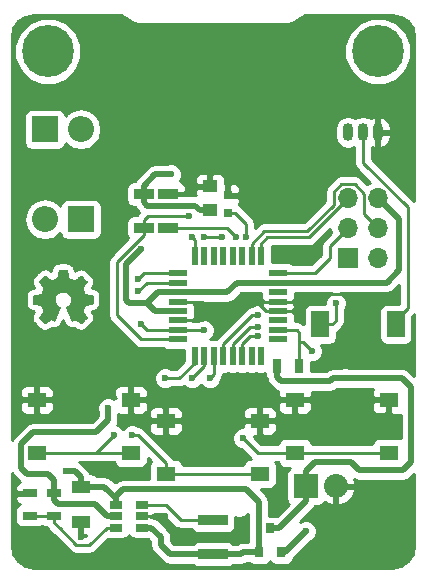
<source format=gbl>
G04 #@! TF.FileFunction,Copper,L2,Bot,Signal*
%FSLAX46Y46*%
G04 Gerber Fmt 4.6, Leading zero omitted, Abs format (unit mm)*
G04 Created by KiCad (PCBNEW 4.0.7) date Thu Jul 12 22:31:34 2018*
%MOMM*%
%LPD*%
G01*
G04 APERTURE LIST*
%ADD10C,0.100000*%
%ADD11C,0.010000*%
%ADD12R,1.700000X0.900000*%
%ADD13R,1.250000X1.000000*%
%ADD14R,1.600000X1.000000*%
%ADD15R,0.750000X0.800000*%
%ADD16R,2.200000X2.200000*%
%ADD17O,2.200000X2.200000*%
%ADD18R,1.700000X1.700000*%
%ADD19O,1.700000X1.700000*%
%ADD20R,2.500000X0.900000*%
%ADD21R,1.500000X2.200000*%
%ADD22R,0.800000X0.900000*%
%ADD23R,1.300000X0.700000*%
%ADD24O,0.899160X1.501140*%
%ADD25R,1.600000X0.550000*%
%ADD26R,0.550000X1.600000*%
%ADD27R,1.060000X0.650000*%
%ADD28R,2.032000X2.032000*%
%ADD29O,2.032000X2.032000*%
%ADD30R,1.550000X1.300000*%
%ADD31R,0.700000X1.300000*%
%ADD32C,4.400000*%
%ADD33C,0.700000*%
%ADD34C,0.600000*%
%ADD35C,0.500000*%
%ADD36C,0.250000*%
%ADD37C,0.254000*%
G04 APERTURE END LIST*
D10*
D11*
G36*
X126923291Y-98526930D02*
X126854856Y-98527447D01*
X126793434Y-98528241D01*
X126740919Y-98529273D01*
X126699203Y-98530504D01*
X126670178Y-98531895D01*
X126655737Y-98533407D01*
X126654649Y-98533786D01*
X126650354Y-98543786D01*
X126643462Y-98569313D01*
X126634222Y-98609202D01*
X126622885Y-98662289D01*
X126609702Y-98727408D01*
X126594921Y-98803395D01*
X126581831Y-98872750D01*
X126568081Y-98945669D01*
X126554998Y-99013442D01*
X126542958Y-99074248D01*
X126532335Y-99126263D01*
X126523503Y-99167665D01*
X126516838Y-99196629D01*
X126512712Y-99211334D01*
X126511997Y-99212723D01*
X126501586Y-99218619D01*
X126478081Y-99229527D01*
X126443872Y-99244482D01*
X126401350Y-99262518D01*
X126352903Y-99282667D01*
X126300923Y-99303965D01*
X126247799Y-99325443D01*
X126195921Y-99346137D01*
X126147680Y-99365080D01*
X126105465Y-99381305D01*
X126071667Y-99393847D01*
X126048676Y-99401738D01*
X126038881Y-99404013D01*
X126038869Y-99404008D01*
X126030020Y-99398556D01*
X126008793Y-99384548D01*
X125976752Y-99363042D01*
X125935459Y-99335096D01*
X125886476Y-99301768D01*
X125831365Y-99264116D01*
X125771689Y-99223199D01*
X125757239Y-99213270D01*
X125696524Y-99171795D01*
X125639752Y-99133511D01*
X125588523Y-99099458D01*
X125544434Y-99070678D01*
X125509084Y-99048211D01*
X125484073Y-99033098D01*
X125470997Y-99026381D01*
X125469856Y-99026133D01*
X125460320Y-99031986D01*
X125440663Y-99048488D01*
X125412467Y-99074053D01*
X125377318Y-99107097D01*
X125336800Y-99146034D01*
X125292499Y-99189278D01*
X125245999Y-99235245D01*
X125198885Y-99282349D01*
X125152741Y-99329005D01*
X125109152Y-99373628D01*
X125069703Y-99414631D01*
X125035979Y-99450431D01*
X125009564Y-99479441D01*
X124992043Y-99500077D01*
X124985001Y-99510752D01*
X124984933Y-99511231D01*
X124989594Y-99521430D01*
X125002867Y-99543884D01*
X125023685Y-99576954D01*
X125050983Y-99618998D01*
X125083695Y-99668377D01*
X125120755Y-99723449D01*
X125161097Y-99782575D01*
X125163685Y-99786342D01*
X125204510Y-99845877D01*
X125242500Y-99901566D01*
X125276533Y-99951740D01*
X125305485Y-99994731D01*
X125328233Y-100028870D01*
X125343654Y-100052488D01*
X125350623Y-100063917D01*
X125350719Y-100064117D01*
X125352026Y-100071986D01*
X125350146Y-100085052D01*
X125344501Y-100104906D01*
X125334512Y-100133140D01*
X125319598Y-100171345D01*
X125299181Y-100221112D01*
X125272682Y-100284033D01*
X125258751Y-100316753D01*
X125231636Y-100379421D01*
X125206647Y-100435517D01*
X125184615Y-100483281D01*
X125166374Y-100520953D01*
X125152756Y-100546776D01*
X125144594Y-100558988D01*
X125143816Y-100559580D01*
X125132399Y-100562881D01*
X125106253Y-100568837D01*
X125067306Y-100577058D01*
X125017486Y-100587153D01*
X124958721Y-100598733D01*
X124892940Y-100611407D01*
X124822070Y-100624786D01*
X124814317Y-100626234D01*
X124733090Y-100641635D01*
X124661578Y-100655703D01*
X124601015Y-100668171D01*
X124552635Y-100678772D01*
X124517672Y-100687240D01*
X124497358Y-100693307D01*
X124492581Y-100695857D01*
X124491047Y-100706494D01*
X124489624Y-100732172D01*
X124488352Y-100770997D01*
X124487269Y-100821079D01*
X124486414Y-100880523D01*
X124485827Y-100947439D01*
X124485547Y-101019932D01*
X124485530Y-101038046D01*
X124485584Y-101123913D01*
X124485856Y-101194335D01*
X124486395Y-101250800D01*
X124487255Y-101294795D01*
X124488486Y-101327808D01*
X124490140Y-101351327D01*
X124492268Y-101366839D01*
X124494922Y-101375832D01*
X124497341Y-101379236D01*
X124508174Y-101382999D01*
X124533728Y-101389333D01*
X124572058Y-101397830D01*
X124621214Y-101408084D01*
X124679249Y-101419689D01*
X124744215Y-101432238D01*
X124812724Y-101445060D01*
X124889649Y-101459496D01*
X124958669Y-101472969D01*
X125018229Y-101485143D01*
X125066772Y-101495686D01*
X125102742Y-101504264D01*
X125124584Y-101510542D01*
X125130456Y-101513222D01*
X125137159Y-101523976D01*
X125148810Y-101547979D01*
X125164476Y-101582915D01*
X125183228Y-101626471D01*
X125204135Y-101676334D01*
X125226266Y-101730189D01*
X125248691Y-101785725D01*
X125270479Y-101840626D01*
X125290700Y-101892580D01*
X125308423Y-101939272D01*
X125322718Y-101978390D01*
X125332653Y-102007619D01*
X125337299Y-102024646D01*
X125337406Y-102027737D01*
X125331831Y-102036931D01*
X125317753Y-102058437D01*
X125296272Y-102090623D01*
X125268489Y-102131854D01*
X125235505Y-102180498D01*
X125198420Y-102234920D01*
X125159147Y-102292304D01*
X125119188Y-102350995D01*
X125082456Y-102405770D01*
X125050029Y-102454958D01*
X125022985Y-102496886D01*
X125002403Y-102529884D01*
X124989361Y-102552281D01*
X124984933Y-102562314D01*
X124990771Y-102571763D01*
X125007229Y-102591362D01*
X125032727Y-102619525D01*
X125065683Y-102654663D01*
X125104515Y-102695191D01*
X125147643Y-102739520D01*
X125193486Y-102786065D01*
X125240461Y-102833237D01*
X125286987Y-102879451D01*
X125331484Y-102923119D01*
X125372370Y-102962654D01*
X125408063Y-102996468D01*
X125436983Y-103022976D01*
X125457548Y-103040590D01*
X125468176Y-103047723D01*
X125468679Y-103047800D01*
X125478471Y-103043148D01*
X125500517Y-103029914D01*
X125533162Y-103009175D01*
X125574755Y-102982011D01*
X125623642Y-102949501D01*
X125678170Y-102912725D01*
X125734542Y-102874233D01*
X125793013Y-102834346D01*
X125847510Y-102797689D01*
X125896368Y-102765342D01*
X125937921Y-102738387D01*
X125970505Y-102717903D01*
X125992455Y-102704972D01*
X126001979Y-102700667D01*
X126014356Y-102704534D01*
X126038509Y-102715176D01*
X126071405Y-102731151D01*
X126110014Y-102751018D01*
X126127750Y-102760470D01*
X126170333Y-102782579D01*
X126207477Y-102800292D01*
X126236380Y-102812370D01*
X126254239Y-102817574D01*
X126256961Y-102817620D01*
X126261274Y-102815295D01*
X126266875Y-102808754D01*
X126274222Y-102796968D01*
X126283770Y-102778912D01*
X126295976Y-102753557D01*
X126311299Y-102719876D01*
X126330193Y-102676842D01*
X126353117Y-102623429D01*
X126380527Y-102558608D01*
X126412880Y-102481353D01*
X126450632Y-102390637D01*
X126494242Y-102285433D01*
X126501899Y-102266932D01*
X126539571Y-102175547D01*
X126575147Y-102088571D01*
X126608119Y-102007292D01*
X126637977Y-101932997D01*
X126664212Y-101866977D01*
X126686313Y-101810517D01*
X126703772Y-101764906D01*
X126716080Y-101731433D01*
X126722726Y-101711386D01*
X126723732Y-101706016D01*
X126715085Y-101696162D01*
X126695461Y-101679379D01*
X126667943Y-101658171D01*
X126641378Y-101639049D01*
X126571120Y-101587285D01*
X126513745Y-101538385D01*
X126466328Y-101489138D01*
X126425946Y-101436329D01*
X126389675Y-101376745D01*
X126371894Y-101342864D01*
X126332073Y-101245481D01*
X126308206Y-101144931D01*
X126300034Y-101042922D01*
X126307295Y-100941164D01*
X126329728Y-100841366D01*
X126367073Y-100745237D01*
X126419068Y-100654485D01*
X126485454Y-100570821D01*
X126490559Y-100565353D01*
X126569970Y-100492723D01*
X126658653Y-100433703D01*
X126757743Y-100387592D01*
X126805565Y-100371012D01*
X126833444Y-100362958D01*
X126859724Y-100357387D01*
X126888576Y-100353865D01*
X126924170Y-100351956D01*
X126970677Y-100351226D01*
X126995767Y-100351167D01*
X127048474Y-100351517D01*
X127088440Y-100352860D01*
X127119845Y-100355630D01*
X127146872Y-100360263D01*
X127173703Y-100367194D01*
X127186267Y-100371004D01*
X127289590Y-100411676D01*
X127383398Y-100465817D01*
X127466717Y-100532606D01*
X127538575Y-100611223D01*
X127597998Y-100700846D01*
X127614452Y-100732167D01*
X127648739Y-100810262D01*
X127671276Y-100884211D01*
X127683567Y-100960406D01*
X127687121Y-101041200D01*
X127679023Y-101149649D01*
X127655013Y-101253109D01*
X127615520Y-101350517D01*
X127560973Y-101440813D01*
X127493407Y-101521292D01*
X127463099Y-101549618D01*
X127423729Y-101582653D01*
X127380419Y-101616421D01*
X127338294Y-101646947D01*
X127302476Y-101670257D01*
X127298102Y-101672806D01*
X127278613Y-101687642D01*
X127266880Y-101703440D01*
X127266125Y-101705748D01*
X127268546Y-101716870D01*
X127277265Y-101742722D01*
X127291946Y-101782452D01*
X127312254Y-101835211D01*
X127337854Y-101900145D01*
X127368411Y-101976406D01*
X127403590Y-102063142D01*
X127443055Y-102159502D01*
X127482120Y-102254132D01*
X127519500Y-102344302D01*
X127555143Y-102430144D01*
X127588495Y-102510332D01*
X127619001Y-102583542D01*
X127646109Y-102648448D01*
X127669263Y-102703723D01*
X127687910Y-102748043D01*
X127701497Y-102780083D01*
X127709468Y-102798516D01*
X127711244Y-102802349D01*
X127724966Y-102815861D01*
X127736315Y-102819200D01*
X127749169Y-102815324D01*
X127773758Y-102804659D01*
X127807017Y-102788646D01*
X127845882Y-102768728D01*
X127863929Y-102759121D01*
X127913610Y-102733320D01*
X127952806Y-102714983D01*
X127980207Y-102704679D01*
X127993629Y-102702729D01*
X128005533Y-102708449D01*
X128029103Y-102722500D01*
X128062152Y-102743477D01*
X128102490Y-102769974D01*
X128147931Y-102800586D01*
X128176867Y-102820435D01*
X128255062Y-102874371D01*
X128320529Y-102919359D01*
X128374413Y-102956154D01*
X128417865Y-102985510D01*
X128452031Y-103008182D01*
X128478061Y-103024926D01*
X128497102Y-103036496D01*
X128510302Y-103043647D01*
X128518809Y-103047134D01*
X128522687Y-103047800D01*
X128531465Y-103041999D01*
X128550774Y-103025463D01*
X128579233Y-102999495D01*
X128615464Y-102965396D01*
X128658086Y-102924467D01*
X128705720Y-102878011D01*
X128756984Y-102827329D01*
X128767115Y-102817236D01*
X128818773Y-102765450D01*
X128866649Y-102716971D01*
X128909405Y-102673187D01*
X128945705Y-102635491D01*
X128974212Y-102605272D01*
X128993588Y-102583920D01*
X129002498Y-102572827D01*
X129002889Y-102572022D01*
X129004388Y-102567060D01*
X129004912Y-102561989D01*
X129003608Y-102555434D01*
X128999623Y-102546021D01*
X128992105Y-102532375D01*
X128980200Y-102513121D01*
X128963058Y-102486885D01*
X128939824Y-102452292D01*
X128909647Y-102407967D01*
X128871673Y-102352535D01*
X128825051Y-102284623D01*
X128820807Y-102278443D01*
X128781397Y-102220709D01*
X128745224Y-102167064D01*
X128713377Y-102119177D01*
X128686947Y-102078714D01*
X128667024Y-102047343D01*
X128654698Y-102026730D01*
X128651000Y-102018783D01*
X128654048Y-102008118D01*
X128662683Y-101983760D01*
X128676142Y-101947711D01*
X128693662Y-101901975D01*
X128714480Y-101848556D01*
X128737832Y-101789457D01*
X128749509Y-101760179D01*
X128779071Y-101686857D01*
X128803324Y-101628085D01*
X128822873Y-101582545D01*
X128838323Y-101548920D01*
X128850278Y-101525891D01*
X128859342Y-101512142D01*
X128865926Y-101506432D01*
X128878191Y-101503202D01*
X128905106Y-101497349D01*
X128944662Y-101489271D01*
X128994847Y-101479366D01*
X129053651Y-101468030D01*
X129119062Y-101455662D01*
X129183465Y-101443690D01*
X129252865Y-101430694D01*
X129317217Y-101418258D01*
X129374565Y-101406789D01*
X129422950Y-101396696D01*
X129460415Y-101388387D01*
X129485002Y-101382268D01*
X129494615Y-101378886D01*
X129497611Y-101373601D01*
X129500064Y-101362235D01*
X129502024Y-101343352D01*
X129503538Y-101315515D01*
X129504655Y-101277286D01*
X129505423Y-101227227D01*
X129505890Y-101163902D01*
X129506105Y-101085873D01*
X129506133Y-101036125D01*
X129506133Y-100702924D01*
X129487083Y-100691171D01*
X129474604Y-100687001D01*
X129447439Y-100680287D01*
X129407574Y-100671444D01*
X129356996Y-100660887D01*
X129297693Y-100649029D01*
X129231651Y-100636286D01*
X129160857Y-100623071D01*
X129159000Y-100622731D01*
X129088540Y-100609584D01*
X129023153Y-100596957D01*
X128964758Y-100585254D01*
X128915273Y-100574877D01*
X128876616Y-100566228D01*
X128850706Y-100559711D01*
X128839461Y-100555729D01*
X128839325Y-100555611D01*
X128833183Y-100545169D01*
X128821630Y-100521511D01*
X128805704Y-100487048D01*
X128786443Y-100444188D01*
X128764882Y-100395344D01*
X128742060Y-100342923D01*
X128719014Y-100289337D01*
X128696781Y-100236996D01*
X128676397Y-100188309D01*
X128658900Y-100145686D01*
X128645328Y-100111539D01*
X128636717Y-100088275D01*
X128634067Y-100078657D01*
X128638721Y-100068959D01*
X128651982Y-100046954D01*
X128672800Y-100014249D01*
X128700126Y-99972445D01*
X128732910Y-99923148D01*
X128770100Y-99867961D01*
X128810648Y-99808489D01*
X128817096Y-99799092D01*
X128858253Y-99738897D01*
X128896408Y-99682584D01*
X128930477Y-99631790D01*
X128959380Y-99588148D01*
X128982035Y-99553293D01*
X128997361Y-99528860D01*
X129004276Y-99516484D01*
X129004511Y-99515808D01*
X129003243Y-99508966D01*
X128996309Y-99497447D01*
X128982804Y-99480259D01*
X128961824Y-99456415D01*
X128932465Y-99424924D01*
X128893820Y-99384797D01*
X128844986Y-99335044D01*
X128785059Y-99274676D01*
X128773001Y-99262583D01*
X128712970Y-99202815D01*
X128659406Y-99150298D01*
X128613219Y-99105886D01*
X128575323Y-99070436D01*
X128546627Y-99044803D01*
X128528043Y-99029843D01*
X128521124Y-99026133D01*
X128510733Y-99030788D01*
X128488072Y-99044046D01*
X128454777Y-99064851D01*
X128412485Y-99092145D01*
X128362833Y-99124871D01*
X128307456Y-99161970D01*
X128247991Y-99202386D01*
X128241523Y-99206816D01*
X128181499Y-99247881D01*
X128125296Y-99286191D01*
X128074578Y-99320622D01*
X128031008Y-99350050D01*
X127996252Y-99373352D01*
X127971974Y-99389402D01*
X127959839Y-99397078D01*
X127959413Y-99397312D01*
X127951991Y-99399569D01*
X127941101Y-99399241D01*
X127924901Y-99395719D01*
X127901553Y-99388391D01*
X127869214Y-99376646D01*
X127826045Y-99359873D01*
X127770205Y-99337463D01*
X127730813Y-99321448D01*
X127661056Y-99292969D01*
X127605353Y-99270072D01*
X127562066Y-99251970D01*
X127529560Y-99237877D01*
X127506197Y-99227005D01*
X127490341Y-99218567D01*
X127480357Y-99211777D01*
X127474606Y-99205847D01*
X127471453Y-99199990D01*
X127470091Y-99196068D01*
X127467400Y-99184227D01*
X127462011Y-99157676D01*
X127454299Y-99118358D01*
X127444639Y-99068215D01*
X127433403Y-99009190D01*
X127420966Y-98943225D01*
X127407702Y-98872264D01*
X127406341Y-98864948D01*
X127392913Y-98793802D01*
X127380053Y-98727665D01*
X127368160Y-98668444D01*
X127357633Y-98618047D01*
X127348873Y-98578380D01*
X127342278Y-98551354D01*
X127338249Y-98538874D01*
X127337980Y-98538472D01*
X127332930Y-98535395D01*
X127322395Y-98532881D01*
X127304894Y-98530878D01*
X127278945Y-98529336D01*
X127243067Y-98528203D01*
X127195780Y-98527428D01*
X127135601Y-98526961D01*
X127061050Y-98526751D01*
X126996847Y-98526729D01*
X126923291Y-98526930D01*
X126923291Y-98526930D01*
G37*
X126923291Y-98526930D02*
X126854856Y-98527447D01*
X126793434Y-98528241D01*
X126740919Y-98529273D01*
X126699203Y-98530504D01*
X126670178Y-98531895D01*
X126655737Y-98533407D01*
X126654649Y-98533786D01*
X126650354Y-98543786D01*
X126643462Y-98569313D01*
X126634222Y-98609202D01*
X126622885Y-98662289D01*
X126609702Y-98727408D01*
X126594921Y-98803395D01*
X126581831Y-98872750D01*
X126568081Y-98945669D01*
X126554998Y-99013442D01*
X126542958Y-99074248D01*
X126532335Y-99126263D01*
X126523503Y-99167665D01*
X126516838Y-99196629D01*
X126512712Y-99211334D01*
X126511997Y-99212723D01*
X126501586Y-99218619D01*
X126478081Y-99229527D01*
X126443872Y-99244482D01*
X126401350Y-99262518D01*
X126352903Y-99282667D01*
X126300923Y-99303965D01*
X126247799Y-99325443D01*
X126195921Y-99346137D01*
X126147680Y-99365080D01*
X126105465Y-99381305D01*
X126071667Y-99393847D01*
X126048676Y-99401738D01*
X126038881Y-99404013D01*
X126038869Y-99404008D01*
X126030020Y-99398556D01*
X126008793Y-99384548D01*
X125976752Y-99363042D01*
X125935459Y-99335096D01*
X125886476Y-99301768D01*
X125831365Y-99264116D01*
X125771689Y-99223199D01*
X125757239Y-99213270D01*
X125696524Y-99171795D01*
X125639752Y-99133511D01*
X125588523Y-99099458D01*
X125544434Y-99070678D01*
X125509084Y-99048211D01*
X125484073Y-99033098D01*
X125470997Y-99026381D01*
X125469856Y-99026133D01*
X125460320Y-99031986D01*
X125440663Y-99048488D01*
X125412467Y-99074053D01*
X125377318Y-99107097D01*
X125336800Y-99146034D01*
X125292499Y-99189278D01*
X125245999Y-99235245D01*
X125198885Y-99282349D01*
X125152741Y-99329005D01*
X125109152Y-99373628D01*
X125069703Y-99414631D01*
X125035979Y-99450431D01*
X125009564Y-99479441D01*
X124992043Y-99500077D01*
X124985001Y-99510752D01*
X124984933Y-99511231D01*
X124989594Y-99521430D01*
X125002867Y-99543884D01*
X125023685Y-99576954D01*
X125050983Y-99618998D01*
X125083695Y-99668377D01*
X125120755Y-99723449D01*
X125161097Y-99782575D01*
X125163685Y-99786342D01*
X125204510Y-99845877D01*
X125242500Y-99901566D01*
X125276533Y-99951740D01*
X125305485Y-99994731D01*
X125328233Y-100028870D01*
X125343654Y-100052488D01*
X125350623Y-100063917D01*
X125350719Y-100064117D01*
X125352026Y-100071986D01*
X125350146Y-100085052D01*
X125344501Y-100104906D01*
X125334512Y-100133140D01*
X125319598Y-100171345D01*
X125299181Y-100221112D01*
X125272682Y-100284033D01*
X125258751Y-100316753D01*
X125231636Y-100379421D01*
X125206647Y-100435517D01*
X125184615Y-100483281D01*
X125166374Y-100520953D01*
X125152756Y-100546776D01*
X125144594Y-100558988D01*
X125143816Y-100559580D01*
X125132399Y-100562881D01*
X125106253Y-100568837D01*
X125067306Y-100577058D01*
X125017486Y-100587153D01*
X124958721Y-100598733D01*
X124892940Y-100611407D01*
X124822070Y-100624786D01*
X124814317Y-100626234D01*
X124733090Y-100641635D01*
X124661578Y-100655703D01*
X124601015Y-100668171D01*
X124552635Y-100678772D01*
X124517672Y-100687240D01*
X124497358Y-100693307D01*
X124492581Y-100695857D01*
X124491047Y-100706494D01*
X124489624Y-100732172D01*
X124488352Y-100770997D01*
X124487269Y-100821079D01*
X124486414Y-100880523D01*
X124485827Y-100947439D01*
X124485547Y-101019932D01*
X124485530Y-101038046D01*
X124485584Y-101123913D01*
X124485856Y-101194335D01*
X124486395Y-101250800D01*
X124487255Y-101294795D01*
X124488486Y-101327808D01*
X124490140Y-101351327D01*
X124492268Y-101366839D01*
X124494922Y-101375832D01*
X124497341Y-101379236D01*
X124508174Y-101382999D01*
X124533728Y-101389333D01*
X124572058Y-101397830D01*
X124621214Y-101408084D01*
X124679249Y-101419689D01*
X124744215Y-101432238D01*
X124812724Y-101445060D01*
X124889649Y-101459496D01*
X124958669Y-101472969D01*
X125018229Y-101485143D01*
X125066772Y-101495686D01*
X125102742Y-101504264D01*
X125124584Y-101510542D01*
X125130456Y-101513222D01*
X125137159Y-101523976D01*
X125148810Y-101547979D01*
X125164476Y-101582915D01*
X125183228Y-101626471D01*
X125204135Y-101676334D01*
X125226266Y-101730189D01*
X125248691Y-101785725D01*
X125270479Y-101840626D01*
X125290700Y-101892580D01*
X125308423Y-101939272D01*
X125322718Y-101978390D01*
X125332653Y-102007619D01*
X125337299Y-102024646D01*
X125337406Y-102027737D01*
X125331831Y-102036931D01*
X125317753Y-102058437D01*
X125296272Y-102090623D01*
X125268489Y-102131854D01*
X125235505Y-102180498D01*
X125198420Y-102234920D01*
X125159147Y-102292304D01*
X125119188Y-102350995D01*
X125082456Y-102405770D01*
X125050029Y-102454958D01*
X125022985Y-102496886D01*
X125002403Y-102529884D01*
X124989361Y-102552281D01*
X124984933Y-102562314D01*
X124990771Y-102571763D01*
X125007229Y-102591362D01*
X125032727Y-102619525D01*
X125065683Y-102654663D01*
X125104515Y-102695191D01*
X125147643Y-102739520D01*
X125193486Y-102786065D01*
X125240461Y-102833237D01*
X125286987Y-102879451D01*
X125331484Y-102923119D01*
X125372370Y-102962654D01*
X125408063Y-102996468D01*
X125436983Y-103022976D01*
X125457548Y-103040590D01*
X125468176Y-103047723D01*
X125468679Y-103047800D01*
X125478471Y-103043148D01*
X125500517Y-103029914D01*
X125533162Y-103009175D01*
X125574755Y-102982011D01*
X125623642Y-102949501D01*
X125678170Y-102912725D01*
X125734542Y-102874233D01*
X125793013Y-102834346D01*
X125847510Y-102797689D01*
X125896368Y-102765342D01*
X125937921Y-102738387D01*
X125970505Y-102717903D01*
X125992455Y-102704972D01*
X126001979Y-102700667D01*
X126014356Y-102704534D01*
X126038509Y-102715176D01*
X126071405Y-102731151D01*
X126110014Y-102751018D01*
X126127750Y-102760470D01*
X126170333Y-102782579D01*
X126207477Y-102800292D01*
X126236380Y-102812370D01*
X126254239Y-102817574D01*
X126256961Y-102817620D01*
X126261274Y-102815295D01*
X126266875Y-102808754D01*
X126274222Y-102796968D01*
X126283770Y-102778912D01*
X126295976Y-102753557D01*
X126311299Y-102719876D01*
X126330193Y-102676842D01*
X126353117Y-102623429D01*
X126380527Y-102558608D01*
X126412880Y-102481353D01*
X126450632Y-102390637D01*
X126494242Y-102285433D01*
X126501899Y-102266932D01*
X126539571Y-102175547D01*
X126575147Y-102088571D01*
X126608119Y-102007292D01*
X126637977Y-101932997D01*
X126664212Y-101866977D01*
X126686313Y-101810517D01*
X126703772Y-101764906D01*
X126716080Y-101731433D01*
X126722726Y-101711386D01*
X126723732Y-101706016D01*
X126715085Y-101696162D01*
X126695461Y-101679379D01*
X126667943Y-101658171D01*
X126641378Y-101639049D01*
X126571120Y-101587285D01*
X126513745Y-101538385D01*
X126466328Y-101489138D01*
X126425946Y-101436329D01*
X126389675Y-101376745D01*
X126371894Y-101342864D01*
X126332073Y-101245481D01*
X126308206Y-101144931D01*
X126300034Y-101042922D01*
X126307295Y-100941164D01*
X126329728Y-100841366D01*
X126367073Y-100745237D01*
X126419068Y-100654485D01*
X126485454Y-100570821D01*
X126490559Y-100565353D01*
X126569970Y-100492723D01*
X126658653Y-100433703D01*
X126757743Y-100387592D01*
X126805565Y-100371012D01*
X126833444Y-100362958D01*
X126859724Y-100357387D01*
X126888576Y-100353865D01*
X126924170Y-100351956D01*
X126970677Y-100351226D01*
X126995767Y-100351167D01*
X127048474Y-100351517D01*
X127088440Y-100352860D01*
X127119845Y-100355630D01*
X127146872Y-100360263D01*
X127173703Y-100367194D01*
X127186267Y-100371004D01*
X127289590Y-100411676D01*
X127383398Y-100465817D01*
X127466717Y-100532606D01*
X127538575Y-100611223D01*
X127597998Y-100700846D01*
X127614452Y-100732167D01*
X127648739Y-100810262D01*
X127671276Y-100884211D01*
X127683567Y-100960406D01*
X127687121Y-101041200D01*
X127679023Y-101149649D01*
X127655013Y-101253109D01*
X127615520Y-101350517D01*
X127560973Y-101440813D01*
X127493407Y-101521292D01*
X127463099Y-101549618D01*
X127423729Y-101582653D01*
X127380419Y-101616421D01*
X127338294Y-101646947D01*
X127302476Y-101670257D01*
X127298102Y-101672806D01*
X127278613Y-101687642D01*
X127266880Y-101703440D01*
X127266125Y-101705748D01*
X127268546Y-101716870D01*
X127277265Y-101742722D01*
X127291946Y-101782452D01*
X127312254Y-101835211D01*
X127337854Y-101900145D01*
X127368411Y-101976406D01*
X127403590Y-102063142D01*
X127443055Y-102159502D01*
X127482120Y-102254132D01*
X127519500Y-102344302D01*
X127555143Y-102430144D01*
X127588495Y-102510332D01*
X127619001Y-102583542D01*
X127646109Y-102648448D01*
X127669263Y-102703723D01*
X127687910Y-102748043D01*
X127701497Y-102780083D01*
X127709468Y-102798516D01*
X127711244Y-102802349D01*
X127724966Y-102815861D01*
X127736315Y-102819200D01*
X127749169Y-102815324D01*
X127773758Y-102804659D01*
X127807017Y-102788646D01*
X127845882Y-102768728D01*
X127863929Y-102759121D01*
X127913610Y-102733320D01*
X127952806Y-102714983D01*
X127980207Y-102704679D01*
X127993629Y-102702729D01*
X128005533Y-102708449D01*
X128029103Y-102722500D01*
X128062152Y-102743477D01*
X128102490Y-102769974D01*
X128147931Y-102800586D01*
X128176867Y-102820435D01*
X128255062Y-102874371D01*
X128320529Y-102919359D01*
X128374413Y-102956154D01*
X128417865Y-102985510D01*
X128452031Y-103008182D01*
X128478061Y-103024926D01*
X128497102Y-103036496D01*
X128510302Y-103043647D01*
X128518809Y-103047134D01*
X128522687Y-103047800D01*
X128531465Y-103041999D01*
X128550774Y-103025463D01*
X128579233Y-102999495D01*
X128615464Y-102965396D01*
X128658086Y-102924467D01*
X128705720Y-102878011D01*
X128756984Y-102827329D01*
X128767115Y-102817236D01*
X128818773Y-102765450D01*
X128866649Y-102716971D01*
X128909405Y-102673187D01*
X128945705Y-102635491D01*
X128974212Y-102605272D01*
X128993588Y-102583920D01*
X129002498Y-102572827D01*
X129002889Y-102572022D01*
X129004388Y-102567060D01*
X129004912Y-102561989D01*
X129003608Y-102555434D01*
X128999623Y-102546021D01*
X128992105Y-102532375D01*
X128980200Y-102513121D01*
X128963058Y-102486885D01*
X128939824Y-102452292D01*
X128909647Y-102407967D01*
X128871673Y-102352535D01*
X128825051Y-102284623D01*
X128820807Y-102278443D01*
X128781397Y-102220709D01*
X128745224Y-102167064D01*
X128713377Y-102119177D01*
X128686947Y-102078714D01*
X128667024Y-102047343D01*
X128654698Y-102026730D01*
X128651000Y-102018783D01*
X128654048Y-102008118D01*
X128662683Y-101983760D01*
X128676142Y-101947711D01*
X128693662Y-101901975D01*
X128714480Y-101848556D01*
X128737832Y-101789457D01*
X128749509Y-101760179D01*
X128779071Y-101686857D01*
X128803324Y-101628085D01*
X128822873Y-101582545D01*
X128838323Y-101548920D01*
X128850278Y-101525891D01*
X128859342Y-101512142D01*
X128865926Y-101506432D01*
X128878191Y-101503202D01*
X128905106Y-101497349D01*
X128944662Y-101489271D01*
X128994847Y-101479366D01*
X129053651Y-101468030D01*
X129119062Y-101455662D01*
X129183465Y-101443690D01*
X129252865Y-101430694D01*
X129317217Y-101418258D01*
X129374565Y-101406789D01*
X129422950Y-101396696D01*
X129460415Y-101388387D01*
X129485002Y-101382268D01*
X129494615Y-101378886D01*
X129497611Y-101373601D01*
X129500064Y-101362235D01*
X129502024Y-101343352D01*
X129503538Y-101315515D01*
X129504655Y-101277286D01*
X129505423Y-101227227D01*
X129505890Y-101163902D01*
X129506105Y-101085873D01*
X129506133Y-101036125D01*
X129506133Y-100702924D01*
X129487083Y-100691171D01*
X129474604Y-100687001D01*
X129447439Y-100680287D01*
X129407574Y-100671444D01*
X129356996Y-100660887D01*
X129297693Y-100649029D01*
X129231651Y-100636286D01*
X129160857Y-100623071D01*
X129159000Y-100622731D01*
X129088540Y-100609584D01*
X129023153Y-100596957D01*
X128964758Y-100585254D01*
X128915273Y-100574877D01*
X128876616Y-100566228D01*
X128850706Y-100559711D01*
X128839461Y-100555729D01*
X128839325Y-100555611D01*
X128833183Y-100545169D01*
X128821630Y-100521511D01*
X128805704Y-100487048D01*
X128786443Y-100444188D01*
X128764882Y-100395344D01*
X128742060Y-100342923D01*
X128719014Y-100289337D01*
X128696781Y-100236996D01*
X128676397Y-100188309D01*
X128658900Y-100145686D01*
X128645328Y-100111539D01*
X128636717Y-100088275D01*
X128634067Y-100078657D01*
X128638721Y-100068959D01*
X128651982Y-100046954D01*
X128672800Y-100014249D01*
X128700126Y-99972445D01*
X128732910Y-99923148D01*
X128770100Y-99867961D01*
X128810648Y-99808489D01*
X128817096Y-99799092D01*
X128858253Y-99738897D01*
X128896408Y-99682584D01*
X128930477Y-99631790D01*
X128959380Y-99588148D01*
X128982035Y-99553293D01*
X128997361Y-99528860D01*
X129004276Y-99516484D01*
X129004511Y-99515808D01*
X129003243Y-99508966D01*
X128996309Y-99497447D01*
X128982804Y-99480259D01*
X128961824Y-99456415D01*
X128932465Y-99424924D01*
X128893820Y-99384797D01*
X128844986Y-99335044D01*
X128785059Y-99274676D01*
X128773001Y-99262583D01*
X128712970Y-99202815D01*
X128659406Y-99150298D01*
X128613219Y-99105886D01*
X128575323Y-99070436D01*
X128546627Y-99044803D01*
X128528043Y-99029843D01*
X128521124Y-99026133D01*
X128510733Y-99030788D01*
X128488072Y-99044046D01*
X128454777Y-99064851D01*
X128412485Y-99092145D01*
X128362833Y-99124871D01*
X128307456Y-99161970D01*
X128247991Y-99202386D01*
X128241523Y-99206816D01*
X128181499Y-99247881D01*
X128125296Y-99286191D01*
X128074578Y-99320622D01*
X128031008Y-99350050D01*
X127996252Y-99373352D01*
X127971974Y-99389402D01*
X127959839Y-99397078D01*
X127959413Y-99397312D01*
X127951991Y-99399569D01*
X127941101Y-99399241D01*
X127924901Y-99395719D01*
X127901553Y-99388391D01*
X127869214Y-99376646D01*
X127826045Y-99359873D01*
X127770205Y-99337463D01*
X127730813Y-99321448D01*
X127661056Y-99292969D01*
X127605353Y-99270072D01*
X127562066Y-99251970D01*
X127529560Y-99237877D01*
X127506197Y-99227005D01*
X127490341Y-99218567D01*
X127480357Y-99211777D01*
X127474606Y-99205847D01*
X127471453Y-99199990D01*
X127470091Y-99196068D01*
X127467400Y-99184227D01*
X127462011Y-99157676D01*
X127454299Y-99118358D01*
X127444639Y-99068215D01*
X127433403Y-99009190D01*
X127420966Y-98943225D01*
X127407702Y-98872264D01*
X127406341Y-98864948D01*
X127392913Y-98793802D01*
X127380053Y-98727665D01*
X127368160Y-98668444D01*
X127357633Y-98618047D01*
X127348873Y-98578380D01*
X127342278Y-98551354D01*
X127338249Y-98538874D01*
X127337980Y-98538472D01*
X127332930Y-98535395D01*
X127322395Y-98532881D01*
X127304894Y-98530878D01*
X127278945Y-98529336D01*
X127243067Y-98528203D01*
X127195780Y-98527428D01*
X127135601Y-98526961D01*
X127061050Y-98526751D01*
X126996847Y-98526729D01*
X126923291Y-98526930D01*
D12*
X133858000Y-92096000D03*
X133858000Y-94996000D03*
D13*
X139446000Y-93456000D03*
X139446000Y-91456000D03*
D14*
X128524000Y-116864000D03*
X128524000Y-119864000D03*
D15*
X140970000Y-92214000D03*
X140970000Y-93714000D03*
D16*
X128524000Y-94234000D03*
D17*
X128524000Y-86614000D03*
D16*
X125476000Y-86614000D03*
D17*
X125476000Y-94234000D03*
D18*
X151130000Y-97536000D03*
D19*
X153670000Y-97536000D03*
X151130000Y-94996000D03*
X153670000Y-94996000D03*
X151130000Y-92456000D03*
X153670000Y-92456000D03*
D20*
X139700000Y-122608000D03*
X139700000Y-119708000D03*
D21*
X148794000Y-103124000D03*
X155194000Y-103124000D03*
D22*
X145476000Y-122412000D03*
X143576000Y-122412000D03*
X144526000Y-120412000D03*
D12*
X135890000Y-92096000D03*
X135890000Y-94996000D03*
D23*
X126238000Y-117414000D03*
X126238000Y-119314000D03*
X124206000Y-119314000D03*
X124206000Y-117414000D03*
D24*
X152400000Y-86868000D03*
X153670000Y-86868000D03*
X151130000Y-86868000D03*
D25*
X136720000Y-104400000D03*
X136720000Y-103600000D03*
X136720000Y-102800000D03*
X136720000Y-102000000D03*
X136720000Y-101200000D03*
X136720000Y-100400000D03*
X136720000Y-99600000D03*
X136720000Y-98800000D03*
D26*
X138170000Y-97350000D03*
X138970000Y-97350000D03*
X139770000Y-97350000D03*
X140570000Y-97350000D03*
X141370000Y-97350000D03*
X142170000Y-97350000D03*
X142970000Y-97350000D03*
X143770000Y-97350000D03*
D25*
X145220000Y-98800000D03*
X145220000Y-99600000D03*
X145220000Y-100400000D03*
X145220000Y-101200000D03*
X145220000Y-102000000D03*
X145220000Y-102800000D03*
X145220000Y-103600000D03*
X145220000Y-104400000D03*
D26*
X143770000Y-105850000D03*
X142970000Y-105850000D03*
X142170000Y-105850000D03*
X141370000Y-105850000D03*
X140570000Y-105850000D03*
X139770000Y-105850000D03*
X138970000Y-105850000D03*
X138170000Y-105850000D03*
D27*
X133688000Y-118430000D03*
X133688000Y-119380000D03*
X133688000Y-120330000D03*
X131488000Y-120330000D03*
X131488000Y-118430000D03*
X131488000Y-119380000D03*
D28*
X147574000Y-116840000D03*
D29*
X150114000Y-116840000D03*
D30*
X124798000Y-109510000D03*
X124798000Y-114010000D03*
X132758000Y-114010000D03*
X132758000Y-109510000D03*
X135720000Y-111288000D03*
X135720000Y-115788000D03*
X143680000Y-115788000D03*
X143680000Y-111288000D03*
X146642000Y-109510000D03*
X146642000Y-114010000D03*
X154602000Y-114010000D03*
X154602000Y-109510000D03*
D31*
X145100000Y-106680000D03*
X147000000Y-106680000D03*
D32*
X125730000Y-80010000D03*
D33*
X127380000Y-80010000D03*
X126896726Y-81176726D03*
X125730000Y-81660000D03*
X124563274Y-81176726D03*
X124080000Y-80010000D03*
X124563274Y-78843274D03*
X125730000Y-78360000D03*
X126896726Y-78843274D03*
D32*
X153670000Y-80010000D03*
D33*
X155320000Y-80010000D03*
X154836726Y-81176726D03*
X153670000Y-81660000D03*
X152503274Y-81176726D03*
X152020000Y-80010000D03*
X152503274Y-78843274D03*
X153670000Y-78360000D03*
X154836726Y-78843274D03*
D34*
X133604000Y-96774000D03*
X140208000Y-100400000D03*
X133350000Y-101346000D03*
X136144000Y-90424000D03*
X130810000Y-110236000D03*
X146812000Y-90678000D03*
X131064000Y-90932000D03*
X125222000Y-106426000D03*
X145034000Y-119034000D03*
X139700000Y-121412000D03*
X131064000Y-115824000D03*
X128524000Y-109510000D03*
X148590000Y-96520000D03*
X148082000Y-93726000D03*
X135636000Y-106172000D03*
X152654000Y-101092000D03*
X131064000Y-94742000D03*
X125730000Y-121158000D03*
X135636000Y-119380000D03*
X128524000Y-121158000D03*
X147066000Y-102616000D03*
X152654000Y-104902000D03*
X144018000Y-112776000D03*
X149606000Y-110490000D03*
X139192000Y-101600000D03*
X147574000Y-120650000D03*
X127254000Y-115570000D03*
X150876000Y-107696000D03*
X142494000Y-95758000D03*
X133350000Y-100330000D03*
X133350000Y-99314000D03*
X139446000Y-107696000D03*
X137922000Y-107696000D03*
X135636000Y-107696000D03*
X143510000Y-102362000D03*
X140462000Y-95758000D03*
X138938000Y-95758000D03*
X143510000Y-104140000D03*
X143510000Y-103329997D03*
X131318000Y-112522000D03*
X132842000Y-112522000D03*
X142240000Y-112776000D03*
X141683997Y-95758000D03*
X137922000Y-95758000D03*
X133604000Y-103124000D03*
X138938000Y-103632000D03*
X137668000Y-93980000D03*
X150114000Y-101346000D03*
X148082000Y-105410000D03*
D35*
X155448000Y-98552000D02*
X154400000Y-99600000D01*
X154400000Y-99600000D02*
X145220000Y-99600000D01*
X155448000Y-94234000D02*
X155448000Y-98552000D01*
X132334000Y-98044000D02*
X133604000Y-96774000D01*
X132334000Y-101092000D02*
X132334000Y-98044000D01*
X132588000Y-101346000D02*
X132334000Y-101092000D01*
X133350000Y-101346000D02*
X132588000Y-101346000D01*
X140208000Y-100400000D02*
X140900000Y-100400000D01*
X136720000Y-100400000D02*
X140208000Y-100400000D01*
X134112000Y-101346000D02*
X134766000Y-102000000D01*
X134766000Y-102000000D02*
X136720000Y-102000000D01*
X136720000Y-100400000D02*
X135058000Y-100400000D01*
X135058000Y-100400000D02*
X134112000Y-101346000D01*
X134112000Y-101346000D02*
X133350000Y-101346000D01*
X125730000Y-115824000D02*
X126238000Y-116332000D01*
X126238000Y-116332000D02*
X126238000Y-117414000D01*
X123952000Y-115824000D02*
X125730000Y-115824000D01*
X123444000Y-115316000D02*
X123952000Y-115824000D01*
X123444000Y-113273998D02*
X123444000Y-115316000D01*
X126238000Y-117414000D02*
X126238000Y-118014000D01*
X126238000Y-118014000D02*
X126588000Y-118364000D01*
X126588000Y-118364000D02*
X129692000Y-118364000D01*
X130708000Y-119380000D02*
X131488000Y-119380000D01*
X129692000Y-118364000D02*
X130708000Y-119380000D01*
X155448000Y-94234000D02*
X153670000Y-92456000D01*
X133858000Y-92096000D02*
X133858000Y-91396000D01*
X134830000Y-90424000D02*
X136144000Y-90424000D01*
X133858000Y-91396000D02*
X134830000Y-90424000D01*
X133858000Y-92096000D02*
X133858000Y-92796000D01*
X133858000Y-92796000D02*
X134152999Y-93090999D01*
X134152999Y-93090999D02*
X138205999Y-93090999D01*
X138205999Y-93090999D02*
X138571000Y-93456000D01*
X138571000Y-93456000D02*
X139446000Y-93456000D01*
X129794000Y-112268000D02*
X130810000Y-111252000D01*
X130810000Y-111252000D02*
X130810000Y-110236000D01*
X124460000Y-112268000D02*
X129794000Y-112268000D01*
X123703001Y-113024999D02*
X124460000Y-112268000D01*
D36*
X123692999Y-113024999D02*
X123703001Y-113024999D01*
D35*
X123692999Y-113024999D02*
X123444000Y-113273998D01*
X140900000Y-100400000D02*
X141700000Y-99600000D01*
X141700000Y-99600000D02*
X145220000Y-99600000D01*
D36*
X140716000Y-89916000D02*
X140970000Y-90170000D01*
X140970000Y-90170000D02*
X140970000Y-92214000D01*
X139700000Y-89916000D02*
X140716000Y-89916000D01*
X139446000Y-90170000D02*
X139700000Y-89916000D01*
X139446000Y-91456000D02*
X139446000Y-90170000D01*
X146812000Y-90678000D02*
X148082000Y-91948000D01*
X148082000Y-91948000D02*
X148082000Y-93726000D01*
X131064000Y-91694000D02*
X131064000Y-90932000D01*
X124798000Y-107104000D02*
X124798000Y-106850000D01*
X124798000Y-106850000D02*
X125222000Y-106426000D01*
X143680000Y-111288000D02*
X143680000Y-112438000D01*
X143680000Y-112438000D02*
X144018000Y-112776000D01*
X124798000Y-109510000D02*
X124798000Y-107104000D01*
X128524000Y-109510000D02*
X128524000Y-108204000D01*
X128524000Y-108204000D02*
X129456000Y-107272000D01*
X132758000Y-107272000D02*
X129456000Y-107272000D01*
X132758000Y-107272000D02*
X133858000Y-106172000D01*
X133858000Y-106172000D02*
X135636000Y-106172000D01*
X132758000Y-109510000D02*
X132758000Y-107272000D01*
X128524000Y-109510000D02*
X124798000Y-109510000D01*
X140970000Y-92214000D02*
X146570000Y-92214000D01*
X146570000Y-92214000D02*
X148082000Y-93726000D01*
X132758000Y-109510000D02*
X132883000Y-109510000D01*
X147174000Y-101200000D02*
X147790000Y-100584000D01*
X147790000Y-100584000D02*
X152146000Y-100584000D01*
X152146000Y-100584000D02*
X152354001Y-100792001D01*
X152354001Y-100792001D02*
X152654000Y-101092000D01*
X152654000Y-101092000D02*
X152654000Y-104902000D01*
X137266000Y-92096000D02*
X137906000Y-91456000D01*
X137906000Y-91456000D02*
X139446000Y-91456000D01*
X135890000Y-92096000D02*
X137266000Y-92096000D01*
X131064000Y-94742000D02*
X131064000Y-91694000D01*
X124798000Y-109510000D02*
X124923000Y-109510000D01*
X122682000Y-119888000D02*
X123952000Y-121158000D01*
X123952000Y-121158000D02*
X125730000Y-121158000D01*
X122682000Y-118038000D02*
X122682000Y-119888000D01*
X124206000Y-117414000D02*
X123306000Y-117414000D01*
X123306000Y-117414000D02*
X122682000Y-118038000D01*
X135636000Y-119380000D02*
X133688000Y-119380000D01*
X128524000Y-119864000D02*
X128524000Y-121158000D01*
X146704000Y-102000000D02*
X147066000Y-102362000D01*
X147066000Y-102362000D02*
X147066000Y-102616000D01*
X146270000Y-102000000D02*
X146704000Y-102000000D01*
X145220000Y-101200000D02*
X147174000Y-101200000D01*
X144018000Y-111626000D02*
X143680000Y-111288000D01*
X132758000Y-109510000D02*
X134842000Y-109510000D01*
X134842000Y-109510000D02*
X135720000Y-110388000D01*
X135720000Y-110388000D02*
X135720000Y-111288000D01*
X146270000Y-102000000D02*
X145220000Y-102000000D01*
X154268000Y-110744000D02*
X149860000Y-110744000D01*
X149860000Y-110744000D02*
X149606000Y-110490000D01*
X154602000Y-109510000D02*
X154602000Y-110410000D01*
X154602000Y-110410000D02*
X154268000Y-110744000D01*
X145220000Y-101200000D02*
X143662000Y-101200000D01*
X143662000Y-101200000D02*
X143516000Y-101346000D01*
X140970000Y-101346000D02*
X140716000Y-101600000D01*
X140716000Y-101600000D02*
X139192000Y-101600000D01*
X143516000Y-101346000D02*
X140970000Y-101346000D01*
X145220000Y-102000000D02*
X144170000Y-102000000D01*
X144170000Y-102000000D02*
X143516000Y-101346000D01*
X139192000Y-102362000D02*
X139192000Y-101600000D01*
X138754000Y-102800000D02*
X139192000Y-102362000D01*
X136720000Y-102800000D02*
X138754000Y-102800000D01*
X139192000Y-101600000D02*
X138792000Y-101200000D01*
X138792000Y-101200000D02*
X136720000Y-101200000D01*
D35*
X147574000Y-120650000D02*
X145812000Y-122412000D01*
X145812000Y-122412000D02*
X145476000Y-122412000D01*
X127254000Y-115570000D02*
X128016000Y-115570000D01*
X128016000Y-115570000D02*
X128524000Y-116078000D01*
X128524000Y-116078000D02*
X128524000Y-116864000D01*
X142060000Y-122608000D02*
X142256000Y-122412000D01*
X142256000Y-122412000D02*
X143576000Y-122412000D01*
X139700000Y-122608000D02*
X142060000Y-122608000D01*
X135296000Y-121834000D02*
X136070000Y-122608000D01*
X136070000Y-122608000D02*
X139700000Y-122608000D01*
X135296000Y-121158000D02*
X135296000Y-121834000D01*
X133688000Y-120330000D02*
X134468000Y-120330000D01*
X134468000Y-120330000D02*
X135296000Y-121158000D01*
X142494000Y-117094000D02*
X143576000Y-118176000D01*
X143576000Y-118176000D02*
X143576000Y-122412000D01*
X132080000Y-117094000D02*
X142494000Y-117094000D01*
X131488000Y-117686000D02*
X132080000Y-117094000D01*
D36*
X131488000Y-117855000D02*
X131488000Y-117686000D01*
D35*
X128524000Y-116864000D02*
X130497000Y-116864000D01*
X130497000Y-116864000D02*
X131488000Y-117855000D01*
X131488000Y-117855000D02*
X131488000Y-118430000D01*
X151384000Y-114808000D02*
X152064999Y-115488999D01*
X152064999Y-115488999D02*
X155783001Y-115488999D01*
X148340000Y-114808000D02*
X151384000Y-114808000D01*
X147574000Y-116840000D02*
X147574000Y-115574000D01*
X147574000Y-115574000D02*
X148340000Y-114808000D01*
X149606000Y-107950000D02*
X149860000Y-107696000D01*
X149860000Y-107696000D02*
X150876000Y-107696000D01*
X145470000Y-107950000D02*
X149606000Y-107950000D01*
X145100000Y-106680000D02*
X145100000Y-107580000D01*
X145100000Y-107580000D02*
X145470000Y-107950000D01*
X150876000Y-107696000D02*
X155702000Y-107696000D01*
X155702000Y-107696000D02*
X156464000Y-108458000D01*
X156464000Y-108458000D02*
X156464000Y-114808000D01*
X156464000Y-114808000D02*
X155783001Y-115488999D01*
X145268000Y-120412000D02*
X144526000Y-120412000D01*
X147574000Y-116840000D02*
X147574000Y-118106000D01*
X147574000Y-118106000D02*
X145268000Y-120412000D01*
D36*
X140970000Y-93714000D02*
X141595000Y-93714000D01*
X141595000Y-93714000D02*
X142494000Y-94613000D01*
X142494000Y-94613000D02*
X142494000Y-95333736D01*
X142494000Y-95333736D02*
X142494000Y-95758000D01*
X133350000Y-100330000D02*
X134080000Y-99600000D01*
X134080000Y-99600000D02*
X136720000Y-99600000D01*
X133350000Y-99314000D02*
X133864000Y-98800000D01*
X133864000Y-98800000D02*
X136720000Y-98800000D01*
X139770000Y-105850000D02*
X139770000Y-107372000D01*
X139770000Y-107372000D02*
X139446000Y-107696000D01*
X138970000Y-105850000D02*
X138970000Y-106648000D01*
X138970000Y-106648000D02*
X137922000Y-107696000D01*
X138170000Y-105850000D02*
X138170000Y-106375000D01*
X138170000Y-106375000D02*
X136849000Y-107696000D01*
X136849000Y-107696000D02*
X135636000Y-107696000D01*
X152400000Y-86868000D02*
X152400000Y-89432198D01*
X152400000Y-89432198D02*
X156194000Y-93226198D01*
X156194000Y-93226198D02*
X156194000Y-101774000D01*
X156194000Y-101774000D02*
X155194000Y-102774000D01*
X155194000Y-102774000D02*
X155194000Y-103124000D01*
X144312000Y-95758000D02*
X147828000Y-95758000D01*
X147828000Y-95758000D02*
X151130000Y-92456000D01*
X143770000Y-97350000D02*
X143770000Y-96300000D01*
X143770000Y-96300000D02*
X144312000Y-95758000D01*
X149606000Y-97536000D02*
X149606000Y-96520000D01*
X149606000Y-96520000D02*
X151130000Y-94996000D01*
X148342000Y-98800000D02*
X149606000Y-97536000D01*
X145220000Y-98800000D02*
X148342000Y-98800000D01*
X147685448Y-95250000D02*
X149944999Y-92990449D01*
X152484999Y-93810999D02*
X152820001Y-94146001D01*
X149944999Y-92990449D02*
X149944999Y-91887199D01*
X149944999Y-91887199D02*
X150561199Y-91270999D01*
X150561199Y-91270999D02*
X151698801Y-91270999D01*
X151698801Y-91270999D02*
X152484999Y-92057197D01*
X152484999Y-92057197D02*
X152484999Y-93810999D01*
X152820001Y-94146001D02*
X153670000Y-94996000D01*
X144020000Y-95250000D02*
X147685448Y-95250000D01*
X142970000Y-97350000D02*
X142970000Y-96300000D01*
X142970000Y-96300000D02*
X144020000Y-95250000D01*
X140570000Y-105850000D02*
X140570000Y-104800000D01*
X140570000Y-104800000D02*
X143008000Y-102362000D01*
X143008000Y-102362000D02*
X143510000Y-102362000D01*
X138938000Y-95758000D02*
X140462000Y-95758000D01*
X142170000Y-105850000D02*
X142170000Y-104800000D01*
X142170000Y-104800000D02*
X142830000Y-104140000D01*
X142830000Y-104140000D02*
X143510000Y-104140000D01*
X141370000Y-105850000D02*
X141370000Y-104800000D01*
X141370000Y-104800000D02*
X142840003Y-103329997D01*
X142840003Y-103329997D02*
X143510000Y-103329997D01*
X129540000Y-114010000D02*
X132758000Y-114010000D01*
X124798000Y-114010000D02*
X129540000Y-114010000D01*
X129830000Y-114010000D02*
X131318000Y-112522000D01*
X129540000Y-114010000D02*
X129830000Y-114010000D01*
X131318000Y-112695000D02*
X131318000Y-112522000D01*
X132758000Y-114010000D02*
X132633000Y-114010000D01*
X132552000Y-114010000D02*
X132758000Y-114010000D01*
X135720000Y-115788000D02*
X135720000Y-114888000D01*
X135720000Y-114888000D02*
X133354000Y-112522000D01*
X133354000Y-112522000D02*
X132842000Y-112522000D01*
X135720000Y-115788000D02*
X143680000Y-115788000D01*
X146642000Y-114010000D02*
X143474000Y-114010000D01*
X143474000Y-114010000D02*
X142240000Y-112776000D01*
X146642000Y-114010000D02*
X154602000Y-114010000D01*
X136980000Y-119708000D02*
X139700000Y-119708000D01*
X135702000Y-118430000D02*
X136980000Y-119708000D01*
X133688000Y-118430000D02*
X135702000Y-118430000D01*
X136990000Y-94996000D02*
X140921997Y-94996000D01*
X140921997Y-94996000D02*
X141683997Y-95758000D01*
X136990000Y-94996000D02*
X135890000Y-94996000D01*
X126238000Y-119314000D02*
X124206000Y-119314000D01*
X126746000Y-120396000D02*
X126720000Y-120396000D01*
X126720000Y-120396000D02*
X126238000Y-119914000D01*
X126238000Y-119914000D02*
X126238000Y-119314000D01*
X128143001Y-121793001D02*
X126746000Y-120396000D01*
X131488000Y-120330000D02*
X130708000Y-120330000D01*
X130708000Y-120330000D02*
X129244999Y-121793001D01*
X129244999Y-121793001D02*
X128143001Y-121793001D01*
X138170000Y-97350000D02*
X138170000Y-96006000D01*
X138170000Y-96006000D02*
X137922000Y-95758000D01*
X133604000Y-103124000D02*
X134080000Y-103600000D01*
X134080000Y-103600000D02*
X136720000Y-103600000D01*
X136688000Y-103632000D02*
X136720000Y-103600000D01*
X138938000Y-103632000D02*
X136752000Y-103632000D01*
X136752000Y-103632000D02*
X136720000Y-103600000D01*
X133858000Y-94996000D02*
X133858000Y-95580198D01*
X133858000Y-95580198D02*
X131572000Y-97866198D01*
X131572000Y-97866198D02*
X131572000Y-102362000D01*
X131572000Y-102362000D02*
X133610000Y-104400000D01*
X133610000Y-104400000D02*
X135670000Y-104400000D01*
X135670000Y-104400000D02*
X136720000Y-104400000D01*
X133858000Y-94996000D02*
X133858000Y-94296000D01*
X133858000Y-94296000D02*
X134174000Y-93980000D01*
X134174000Y-93980000D02*
X137243736Y-93980000D01*
X137243736Y-93980000D02*
X137668000Y-93980000D01*
X150114000Y-102804000D02*
X150114000Y-101346000D01*
X150114000Y-102804000D02*
X149794000Y-103124000D01*
X149794000Y-103124000D02*
X148794000Y-103124000D01*
X147000000Y-104648000D02*
X147000000Y-106680000D01*
X147000000Y-103820000D02*
X147000000Y-104648000D01*
X147000000Y-104648000D02*
X147320000Y-104648000D01*
X147320000Y-104648000D02*
X148082000Y-105410000D01*
X146780000Y-103600000D02*
X147000000Y-103820000D01*
X145220000Y-103600000D02*
X146780000Y-103600000D01*
D37*
G36*
X122739506Y-115824000D02*
X122818210Y-115941790D01*
X123326208Y-116449787D01*
X123326210Y-116449790D01*
X123346603Y-116463416D01*
X123196301Y-116525673D01*
X123017673Y-116704302D01*
X122921000Y-116937691D01*
X122921000Y-117128250D01*
X123079750Y-117287000D01*
X124079000Y-117287000D01*
X124079000Y-117267000D01*
X124333000Y-117267000D01*
X124333000Y-117287000D01*
X124353000Y-117287000D01*
X124353000Y-117541000D01*
X124333000Y-117541000D01*
X124333000Y-117561000D01*
X124079000Y-117561000D01*
X124079000Y-117541000D01*
X123079750Y-117541000D01*
X122921000Y-117699750D01*
X122921000Y-117890309D01*
X123017673Y-118123698D01*
X123196301Y-118302327D01*
X123332287Y-118358654D01*
X123320683Y-118360838D01*
X123104559Y-118499910D01*
X122959569Y-118712110D01*
X122908560Y-118964000D01*
X122908560Y-119664000D01*
X122952838Y-119899317D01*
X123091910Y-120115441D01*
X123304110Y-120260431D01*
X123556000Y-120311440D01*
X124856000Y-120311440D01*
X125091317Y-120267162D01*
X125222457Y-120182775D01*
X125336110Y-120260431D01*
X125588000Y-120311440D01*
X125607080Y-120311440D01*
X125700599Y-120451401D01*
X126182599Y-120933401D01*
X126260954Y-120985756D01*
X127605600Y-122330402D01*
X127852162Y-122495149D01*
X128143001Y-122553001D01*
X129244999Y-122553001D01*
X129535838Y-122495149D01*
X129782400Y-122330402D01*
X130835225Y-121277577D01*
X130958000Y-121302440D01*
X132018000Y-121302440D01*
X132253317Y-121258162D01*
X132469441Y-121119090D01*
X132589233Y-120943768D01*
X132693910Y-121106441D01*
X132906110Y-121251431D01*
X133158000Y-121302440D01*
X134188860Y-121302440D01*
X134411000Y-121524579D01*
X134411000Y-121833995D01*
X134410999Y-121834000D01*
X134460697Y-122083841D01*
X134478367Y-122172675D01*
X134638278Y-122412000D01*
X134670210Y-122459790D01*
X135444208Y-123233787D01*
X135444210Y-123233790D01*
X135731325Y-123425633D01*
X136070000Y-123493000D01*
X137975331Y-123493000D01*
X137985910Y-123509441D01*
X138198110Y-123654431D01*
X138450000Y-123705440D01*
X140950000Y-123705440D01*
X141185317Y-123661162D01*
X141401441Y-123522090D01*
X141421317Y-123493000D01*
X142059995Y-123493000D01*
X142060000Y-123493001D01*
X142342484Y-123436810D01*
X142398675Y-123425633D01*
X142591189Y-123297000D01*
X142701331Y-123297000D01*
X142711910Y-123313441D01*
X142924110Y-123458431D01*
X143176000Y-123509440D01*
X143976000Y-123509440D01*
X144211317Y-123465162D01*
X144427441Y-123326090D01*
X144526633Y-123180917D01*
X144611910Y-123313441D01*
X144824110Y-123458431D01*
X145076000Y-123509440D01*
X145876000Y-123509440D01*
X146111317Y-123465162D01*
X146327441Y-123326090D01*
X146472431Y-123113890D01*
X146500551Y-122975029D01*
X147982834Y-121492745D01*
X148102943Y-121443117D01*
X148366192Y-121180327D01*
X148508838Y-120836799D01*
X148509162Y-120464833D01*
X148367117Y-120121057D01*
X148104327Y-119857808D01*
X147760799Y-119715162D01*
X147388833Y-119714838D01*
X147095567Y-119836013D01*
X148199787Y-118731792D01*
X148199790Y-118731790D01*
X148352368Y-118503440D01*
X148590000Y-118503440D01*
X148825317Y-118459162D01*
X149041441Y-118320090D01*
X149152840Y-118157052D01*
X149249182Y-118246385D01*
X149731056Y-118445975D01*
X149987000Y-118326836D01*
X149987000Y-116967000D01*
X150241000Y-116967000D01*
X150241000Y-118326836D01*
X150496944Y-118445975D01*
X150978818Y-118246385D01*
X151451188Y-117808379D01*
X151719983Y-117222946D01*
X151601367Y-116967000D01*
X150241000Y-116967000D01*
X149987000Y-116967000D01*
X149967000Y-116967000D01*
X149967000Y-116713000D01*
X149987000Y-116713000D01*
X149987000Y-116693000D01*
X150241000Y-116693000D01*
X150241000Y-116713000D01*
X151601367Y-116713000D01*
X151719983Y-116457054D01*
X151617547Y-116233950D01*
X151726324Y-116306632D01*
X151782515Y-116317809D01*
X152064999Y-116374000D01*
X152065004Y-116373999D01*
X155782996Y-116373999D01*
X155783001Y-116374000D01*
X156065485Y-116317809D01*
X156121676Y-116306632D01*
X156408791Y-116114789D01*
X156745000Y-115778580D01*
X156745000Y-121847610D01*
X156594300Y-122605232D01*
X156206146Y-123186146D01*
X155625233Y-123574299D01*
X154867610Y-123725000D01*
X124532390Y-123725000D01*
X123774768Y-123574300D01*
X123193854Y-123186146D01*
X122805701Y-122605233D01*
X122655000Y-121847610D01*
X122655000Y-115697528D01*
X122739506Y-115824000D01*
X122739506Y-115824000D01*
G37*
X122739506Y-115824000D02*
X122818210Y-115941790D01*
X123326208Y-116449787D01*
X123326210Y-116449790D01*
X123346603Y-116463416D01*
X123196301Y-116525673D01*
X123017673Y-116704302D01*
X122921000Y-116937691D01*
X122921000Y-117128250D01*
X123079750Y-117287000D01*
X124079000Y-117287000D01*
X124079000Y-117267000D01*
X124333000Y-117267000D01*
X124333000Y-117287000D01*
X124353000Y-117287000D01*
X124353000Y-117541000D01*
X124333000Y-117541000D01*
X124333000Y-117561000D01*
X124079000Y-117561000D01*
X124079000Y-117541000D01*
X123079750Y-117541000D01*
X122921000Y-117699750D01*
X122921000Y-117890309D01*
X123017673Y-118123698D01*
X123196301Y-118302327D01*
X123332287Y-118358654D01*
X123320683Y-118360838D01*
X123104559Y-118499910D01*
X122959569Y-118712110D01*
X122908560Y-118964000D01*
X122908560Y-119664000D01*
X122952838Y-119899317D01*
X123091910Y-120115441D01*
X123304110Y-120260431D01*
X123556000Y-120311440D01*
X124856000Y-120311440D01*
X125091317Y-120267162D01*
X125222457Y-120182775D01*
X125336110Y-120260431D01*
X125588000Y-120311440D01*
X125607080Y-120311440D01*
X125700599Y-120451401D01*
X126182599Y-120933401D01*
X126260954Y-120985756D01*
X127605600Y-122330402D01*
X127852162Y-122495149D01*
X128143001Y-122553001D01*
X129244999Y-122553001D01*
X129535838Y-122495149D01*
X129782400Y-122330402D01*
X130835225Y-121277577D01*
X130958000Y-121302440D01*
X132018000Y-121302440D01*
X132253317Y-121258162D01*
X132469441Y-121119090D01*
X132589233Y-120943768D01*
X132693910Y-121106441D01*
X132906110Y-121251431D01*
X133158000Y-121302440D01*
X134188860Y-121302440D01*
X134411000Y-121524579D01*
X134411000Y-121833995D01*
X134410999Y-121834000D01*
X134460697Y-122083841D01*
X134478367Y-122172675D01*
X134638278Y-122412000D01*
X134670210Y-122459790D01*
X135444208Y-123233787D01*
X135444210Y-123233790D01*
X135731325Y-123425633D01*
X136070000Y-123493000D01*
X137975331Y-123493000D01*
X137985910Y-123509441D01*
X138198110Y-123654431D01*
X138450000Y-123705440D01*
X140950000Y-123705440D01*
X141185317Y-123661162D01*
X141401441Y-123522090D01*
X141421317Y-123493000D01*
X142059995Y-123493000D01*
X142060000Y-123493001D01*
X142342484Y-123436810D01*
X142398675Y-123425633D01*
X142591189Y-123297000D01*
X142701331Y-123297000D01*
X142711910Y-123313441D01*
X142924110Y-123458431D01*
X143176000Y-123509440D01*
X143976000Y-123509440D01*
X144211317Y-123465162D01*
X144427441Y-123326090D01*
X144526633Y-123180917D01*
X144611910Y-123313441D01*
X144824110Y-123458431D01*
X145076000Y-123509440D01*
X145876000Y-123509440D01*
X146111317Y-123465162D01*
X146327441Y-123326090D01*
X146472431Y-123113890D01*
X146500551Y-122975029D01*
X147982834Y-121492745D01*
X148102943Y-121443117D01*
X148366192Y-121180327D01*
X148508838Y-120836799D01*
X148509162Y-120464833D01*
X148367117Y-120121057D01*
X148104327Y-119857808D01*
X147760799Y-119715162D01*
X147388833Y-119714838D01*
X147095567Y-119836013D01*
X148199787Y-118731792D01*
X148199790Y-118731790D01*
X148352368Y-118503440D01*
X148590000Y-118503440D01*
X148825317Y-118459162D01*
X149041441Y-118320090D01*
X149152840Y-118157052D01*
X149249182Y-118246385D01*
X149731056Y-118445975D01*
X149987000Y-118326836D01*
X149987000Y-116967000D01*
X150241000Y-116967000D01*
X150241000Y-118326836D01*
X150496944Y-118445975D01*
X150978818Y-118246385D01*
X151451188Y-117808379D01*
X151719983Y-117222946D01*
X151601367Y-116967000D01*
X150241000Y-116967000D01*
X149987000Y-116967000D01*
X149967000Y-116967000D01*
X149967000Y-116713000D01*
X149987000Y-116713000D01*
X149987000Y-116693000D01*
X150241000Y-116693000D01*
X150241000Y-116713000D01*
X151601367Y-116713000D01*
X151719983Y-116457054D01*
X151617547Y-116233950D01*
X151726324Y-116306632D01*
X151782515Y-116317809D01*
X152064999Y-116374000D01*
X152065004Y-116373999D01*
X155782996Y-116373999D01*
X155783001Y-116374000D01*
X156065485Y-116317809D01*
X156121676Y-116306632D01*
X156408791Y-116114789D01*
X156745000Y-115778580D01*
X156745000Y-121847610D01*
X156594300Y-122605232D01*
X156206146Y-123186146D01*
X155625233Y-123574299D01*
X154867610Y-123725000D01*
X124532390Y-123725000D01*
X123774768Y-123574300D01*
X123193854Y-123186146D01*
X122805701Y-122605233D01*
X122655000Y-121847610D01*
X122655000Y-115697528D01*
X122739506Y-115824000D01*
G36*
X142691000Y-121527000D02*
X142256005Y-121527000D01*
X142256000Y-121526999D01*
X141973516Y-121583190D01*
X141917325Y-121594367D01*
X141724811Y-121723000D01*
X141424669Y-121723000D01*
X141414090Y-121706559D01*
X141201890Y-121561569D01*
X140950000Y-121510560D01*
X138450000Y-121510560D01*
X138214683Y-121554838D01*
X137998559Y-121693910D01*
X137978683Y-121723000D01*
X136436579Y-121723000D01*
X136181000Y-121467420D01*
X136181000Y-121158005D01*
X136181001Y-121158000D01*
X136113633Y-120819326D01*
X136113633Y-120819325D01*
X135921790Y-120532210D01*
X135921787Y-120532208D01*
X135093790Y-119704210D01*
X134991706Y-119636000D01*
X134806675Y-119512367D01*
X134733995Y-119497910D01*
X134545880Y-119460491D01*
X134469890Y-119408569D01*
X134332880Y-119380824D01*
X134453317Y-119358162D01*
X134616743Y-119253000D01*
X134694250Y-119253000D01*
X134757250Y-119190000D01*
X135387198Y-119190000D01*
X136442599Y-120245401D01*
X136689161Y-120410148D01*
X136980000Y-120468000D01*
X137894895Y-120468000D01*
X137985910Y-120609441D01*
X138198110Y-120754431D01*
X138450000Y-120805440D01*
X140950000Y-120805440D01*
X141185317Y-120761162D01*
X141401441Y-120622090D01*
X141546431Y-120409890D01*
X141597440Y-120158000D01*
X141597440Y-119467187D01*
X141683233Y-119502811D01*
X142114873Y-119503188D01*
X142513800Y-119338354D01*
X142691000Y-119161463D01*
X142691000Y-121527000D01*
X142691000Y-121527000D01*
G37*
X142691000Y-121527000D02*
X142256005Y-121527000D01*
X142256000Y-121526999D01*
X141973516Y-121583190D01*
X141917325Y-121594367D01*
X141724811Y-121723000D01*
X141424669Y-121723000D01*
X141414090Y-121706559D01*
X141201890Y-121561569D01*
X140950000Y-121510560D01*
X138450000Y-121510560D01*
X138214683Y-121554838D01*
X137998559Y-121693910D01*
X137978683Y-121723000D01*
X136436579Y-121723000D01*
X136181000Y-121467420D01*
X136181000Y-121158005D01*
X136181001Y-121158000D01*
X136113633Y-120819326D01*
X136113633Y-120819325D01*
X135921790Y-120532210D01*
X135921787Y-120532208D01*
X135093790Y-119704210D01*
X134991706Y-119636000D01*
X134806675Y-119512367D01*
X134733995Y-119497910D01*
X134545880Y-119460491D01*
X134469890Y-119408569D01*
X134332880Y-119380824D01*
X134453317Y-119358162D01*
X134616743Y-119253000D01*
X134694250Y-119253000D01*
X134757250Y-119190000D01*
X135387198Y-119190000D01*
X136442599Y-120245401D01*
X136689161Y-120410148D01*
X136980000Y-120468000D01*
X137894895Y-120468000D01*
X137985910Y-120609441D01*
X138198110Y-120754431D01*
X138450000Y-120805440D01*
X140950000Y-120805440D01*
X141185317Y-120761162D01*
X141401441Y-120622090D01*
X141546431Y-120409890D01*
X141597440Y-120158000D01*
X141597440Y-119467187D01*
X141683233Y-119502811D01*
X142114873Y-119503188D01*
X142513800Y-119338354D01*
X142691000Y-119161463D01*
X142691000Y-121527000D01*
G36*
X128651000Y-119737000D02*
X128671000Y-119737000D01*
X128671000Y-119991000D01*
X128651000Y-119991000D01*
X128651000Y-120840250D01*
X128809750Y-120999000D01*
X128964198Y-120999000D01*
X128930197Y-121033001D01*
X128457803Y-121033001D01*
X128331026Y-120906224D01*
X128397000Y-120840250D01*
X128397000Y-119991000D01*
X128377000Y-119991000D01*
X128377000Y-119737000D01*
X128397000Y-119737000D01*
X128397000Y-119717000D01*
X128651000Y-119717000D01*
X128651000Y-119737000D01*
X128651000Y-119737000D01*
G37*
X128651000Y-119737000D02*
X128671000Y-119737000D01*
X128671000Y-119991000D01*
X128651000Y-119991000D01*
X128651000Y-120840250D01*
X128809750Y-120999000D01*
X128964198Y-120999000D01*
X128930197Y-121033001D01*
X128457803Y-121033001D01*
X128331026Y-120906224D01*
X128397000Y-120840250D01*
X128397000Y-119991000D01*
X128377000Y-119991000D01*
X128377000Y-119737000D01*
X128397000Y-119737000D01*
X128397000Y-119717000D01*
X128651000Y-119717000D01*
X128651000Y-119737000D01*
G36*
X145263838Y-114895317D02*
X145402910Y-115111441D01*
X145615110Y-115256431D01*
X145867000Y-115307440D01*
X146188100Y-115307440D01*
X146106559Y-115359910D01*
X145961569Y-115572110D01*
X145910560Y-115824000D01*
X145910560Y-117856000D01*
X145954838Y-118091317D01*
X146093910Y-118307441D01*
X146109992Y-118318429D01*
X145082224Y-119346196D01*
X144926000Y-119314560D01*
X144461000Y-119314560D01*
X144461000Y-118176005D01*
X144461001Y-118176000D01*
X144393633Y-117837325D01*
X144334616Y-117749000D01*
X144201790Y-117550210D01*
X144201787Y-117550208D01*
X143737019Y-117085440D01*
X144455000Y-117085440D01*
X144690317Y-117041162D01*
X144906441Y-116902090D01*
X145051431Y-116689890D01*
X145102440Y-116438000D01*
X145102440Y-115138000D01*
X145058162Y-114902683D01*
X144972783Y-114770000D01*
X145240258Y-114770000D01*
X145263838Y-114895317D01*
X145263838Y-114895317D01*
G37*
X145263838Y-114895317D02*
X145402910Y-115111441D01*
X145615110Y-115256431D01*
X145867000Y-115307440D01*
X146188100Y-115307440D01*
X146106559Y-115359910D01*
X145961569Y-115572110D01*
X145910560Y-115824000D01*
X145910560Y-117856000D01*
X145954838Y-118091317D01*
X146093910Y-118307441D01*
X146109992Y-118318429D01*
X145082224Y-119346196D01*
X144926000Y-119314560D01*
X144461000Y-119314560D01*
X144461000Y-118176005D01*
X144461001Y-118176000D01*
X144393633Y-117837325D01*
X144334616Y-117749000D01*
X144201790Y-117550210D01*
X144201787Y-117550208D01*
X143737019Y-117085440D01*
X144455000Y-117085440D01*
X144690317Y-117041162D01*
X144906441Y-116902090D01*
X145051431Y-116689890D01*
X145102440Y-116438000D01*
X145102440Y-115138000D01*
X145058162Y-114902683D01*
X144972783Y-114770000D01*
X145240258Y-114770000D01*
X145263838Y-114895317D01*
G36*
X134468209Y-114711011D02*
X134348569Y-114886110D01*
X134297560Y-115138000D01*
X134297560Y-116209000D01*
X132080000Y-116209000D01*
X131741325Y-116276367D01*
X131454210Y-116468210D01*
X131454208Y-116468213D01*
X131403500Y-116518921D01*
X131122790Y-116238210D01*
X131065290Y-116199790D01*
X130835675Y-116046367D01*
X130779484Y-116035190D01*
X130497000Y-115978999D01*
X130496995Y-115979000D01*
X129830844Y-115979000D01*
X129788090Y-115912559D01*
X129575890Y-115767569D01*
X129326801Y-115717127D01*
X129149790Y-115452210D01*
X129149787Y-115452208D01*
X128641790Y-114944210D01*
X128557665Y-114888000D01*
X128381065Y-114770000D01*
X131356258Y-114770000D01*
X131379838Y-114895317D01*
X131518910Y-115111441D01*
X131731110Y-115256431D01*
X131983000Y-115307440D01*
X133533000Y-115307440D01*
X133768317Y-115263162D01*
X133984441Y-115124090D01*
X134129431Y-114911890D01*
X134180440Y-114660000D01*
X134180440Y-114423242D01*
X134468209Y-114711011D01*
X134468209Y-114711011D01*
G37*
X134468209Y-114711011D02*
X134348569Y-114886110D01*
X134297560Y-115138000D01*
X134297560Y-116209000D01*
X132080000Y-116209000D01*
X131741325Y-116276367D01*
X131454210Y-116468210D01*
X131454208Y-116468213D01*
X131403500Y-116518921D01*
X131122790Y-116238210D01*
X131065290Y-116199790D01*
X130835675Y-116046367D01*
X130779484Y-116035190D01*
X130497000Y-115978999D01*
X130496995Y-115979000D01*
X129830844Y-115979000D01*
X129788090Y-115912559D01*
X129575890Y-115767569D01*
X129326801Y-115717127D01*
X129149790Y-115452210D01*
X129149787Y-115452208D01*
X128641790Y-114944210D01*
X128557665Y-114888000D01*
X128381065Y-114770000D01*
X131356258Y-114770000D01*
X131379838Y-114895317D01*
X131518910Y-115111441D01*
X131731110Y-115256431D01*
X131983000Y-115307440D01*
X133533000Y-115307440D01*
X133768317Y-115263162D01*
X133984441Y-115124090D01*
X134129431Y-114911890D01*
X134180440Y-114660000D01*
X134180440Y-114423242D01*
X134468209Y-114711011D01*
G36*
X132971846Y-77592257D02*
X133023291Y-77610691D01*
X133068728Y-77641051D01*
X133157047Y-77658619D01*
X133241820Y-77688995D01*
X133296402Y-77686339D01*
X133350000Y-77697000D01*
X146050000Y-77697000D01*
X146103598Y-77686339D01*
X146158180Y-77688995D01*
X146242953Y-77658619D01*
X146331272Y-77641051D01*
X146376709Y-77610691D01*
X146428154Y-77592257D01*
X147523583Y-76935000D01*
X154867610Y-76935000D01*
X155625233Y-77085701D01*
X156206146Y-77473854D01*
X156594300Y-78054768D01*
X156745000Y-78812390D01*
X156745000Y-92709149D01*
X156731401Y-92688797D01*
X153160000Y-89117396D01*
X153160000Y-88107381D01*
X153376065Y-88212981D01*
X153543000Y-88086068D01*
X153543000Y-86995000D01*
X153797000Y-86995000D01*
X153797000Y-88086068D01*
X153963935Y-88212981D01*
X154347111Y-88025706D01*
X154623420Y-87701373D01*
X154754580Y-87295990D01*
X154754580Y-86995000D01*
X153797000Y-86995000D01*
X153543000Y-86995000D01*
X153523000Y-86995000D01*
X153523000Y-86741000D01*
X153543000Y-86741000D01*
X153543000Y-85649932D01*
X153797000Y-85649932D01*
X153797000Y-86741000D01*
X154754580Y-86741000D01*
X154754580Y-86440010D01*
X154623420Y-86034627D01*
X154347111Y-85710294D01*
X153963935Y-85523019D01*
X153797000Y-85649932D01*
X153543000Y-85649932D01*
X153376065Y-85523019D01*
X153039238Y-85687641D01*
X152815051Y-85537844D01*
X152400000Y-85455285D01*
X151984949Y-85537844D01*
X151765000Y-85684809D01*
X151545051Y-85537844D01*
X151130000Y-85455285D01*
X150714949Y-85537844D01*
X150363086Y-85772951D01*
X150127979Y-86124814D01*
X150045420Y-86539865D01*
X150045420Y-87196135D01*
X150127979Y-87611186D01*
X150363086Y-87963049D01*
X150714949Y-88198156D01*
X151130000Y-88280715D01*
X151545051Y-88198156D01*
X151640000Y-88134713D01*
X151640000Y-89432198D01*
X151697852Y-89723037D01*
X151862599Y-89969599D01*
X153015324Y-91122324D01*
X152781299Y-91278695D01*
X152236202Y-90733598D01*
X151989640Y-90568851D01*
X151698801Y-90510999D01*
X150561199Y-90510999D01*
X150270359Y-90568851D01*
X150023798Y-90733598D01*
X149407598Y-91349798D01*
X149242851Y-91596360D01*
X149184999Y-91887199D01*
X149184999Y-92675647D01*
X147370646Y-94490000D01*
X144020000Y-94490000D01*
X143729160Y-94547852D01*
X143482599Y-94712599D01*
X143254000Y-94941198D01*
X143254000Y-94613000D01*
X143196148Y-94322161D01*
X143031401Y-94075599D01*
X142132401Y-93176599D01*
X141919729Y-93034496D01*
X141881671Y-92975354D01*
X141883327Y-92973698D01*
X141980000Y-92740309D01*
X141980000Y-92499750D01*
X141821250Y-92341000D01*
X141097000Y-92341000D01*
X141097000Y-92361000D01*
X140843000Y-92361000D01*
X140843000Y-92341000D01*
X140823000Y-92341000D01*
X140823000Y-92087000D01*
X140843000Y-92087000D01*
X140843000Y-91337750D01*
X141097000Y-91337750D01*
X141097000Y-92087000D01*
X141821250Y-92087000D01*
X141980000Y-91928250D01*
X141980000Y-91687691D01*
X141883327Y-91454302D01*
X141704699Y-91275673D01*
X141471310Y-91179000D01*
X141255750Y-91179000D01*
X141097000Y-91337750D01*
X140843000Y-91337750D01*
X140690750Y-91185500D01*
X140706000Y-91170250D01*
X140706000Y-90829691D01*
X140609327Y-90596302D01*
X140430699Y-90417673D01*
X140197310Y-90321000D01*
X139731750Y-90321000D01*
X139573000Y-90479750D01*
X139573000Y-91329000D01*
X139593000Y-91329000D01*
X139593000Y-91583000D01*
X139573000Y-91583000D01*
X139573000Y-91603000D01*
X139319000Y-91603000D01*
X139319000Y-91583000D01*
X138344750Y-91583000D01*
X138186000Y-91741750D01*
X138186000Y-92082309D01*
X138240038Y-92212769D01*
X138205999Y-92205998D01*
X138205994Y-92205999D01*
X135743000Y-92205999D01*
X135743000Y-91969000D01*
X135763000Y-91969000D01*
X135763000Y-91949000D01*
X136017000Y-91949000D01*
X136017000Y-91969000D01*
X137216250Y-91969000D01*
X137375000Y-91810250D01*
X137375000Y-91519691D01*
X137278327Y-91286302D01*
X137099699Y-91107673D01*
X136875575Y-91014838D01*
X136936192Y-90954327D01*
X136987945Y-90829691D01*
X138186000Y-90829691D01*
X138186000Y-91170250D01*
X138344750Y-91329000D01*
X139319000Y-91329000D01*
X139319000Y-90479750D01*
X139160250Y-90321000D01*
X138694690Y-90321000D01*
X138461301Y-90417673D01*
X138282673Y-90596302D01*
X138186000Y-90829691D01*
X136987945Y-90829691D01*
X137078838Y-90610799D01*
X137079162Y-90238833D01*
X136937117Y-89895057D01*
X136674327Y-89631808D01*
X136330799Y-89489162D01*
X135958833Y-89488838D01*
X135837431Y-89539000D01*
X134830005Y-89539000D01*
X134830000Y-89538999D01*
X134491326Y-89606366D01*
X134396054Y-89670025D01*
X134204210Y-89798210D01*
X134204208Y-89798213D01*
X133232210Y-90770210D01*
X133079632Y-90998560D01*
X133008000Y-90998560D01*
X132772683Y-91042838D01*
X132556559Y-91181910D01*
X132411569Y-91394110D01*
X132360560Y-91646000D01*
X132360560Y-92546000D01*
X132404838Y-92781317D01*
X132543910Y-92997441D01*
X132756110Y-93142431D01*
X133008000Y-93193440D01*
X133079632Y-93193440D01*
X133232210Y-93421790D01*
X133444809Y-93634389D01*
X133320599Y-93758599D01*
X133227080Y-93898560D01*
X133008000Y-93898560D01*
X132772683Y-93942838D01*
X132556559Y-94081910D01*
X132411569Y-94294110D01*
X132360560Y-94546000D01*
X132360560Y-95446000D01*
X132404838Y-95681317D01*
X132513388Y-95850008D01*
X131034599Y-97328797D01*
X130869852Y-97575359D01*
X130812000Y-97866198D01*
X130812000Y-102362000D01*
X130869852Y-102652839D01*
X131034599Y-102899401D01*
X133072599Y-104937401D01*
X133319160Y-105102148D01*
X133610000Y-105160000D01*
X135505025Y-105160000D01*
X135668110Y-105271431D01*
X135920000Y-105322440D01*
X137247560Y-105322440D01*
X137247560Y-106222638D01*
X136534198Y-106936000D01*
X136198463Y-106936000D01*
X136166327Y-106903808D01*
X135822799Y-106761162D01*
X135450833Y-106760838D01*
X135107057Y-106902883D01*
X134843808Y-107165673D01*
X134701162Y-107509201D01*
X134700838Y-107881167D01*
X134842883Y-108224943D01*
X135105673Y-108488192D01*
X135449201Y-108630838D01*
X135821167Y-108631162D01*
X136164943Y-108489117D01*
X136198118Y-108456000D01*
X136849000Y-108456000D01*
X137139839Y-108398148D01*
X137236987Y-108333236D01*
X137391673Y-108488192D01*
X137735201Y-108630838D01*
X138107167Y-108631162D01*
X138450943Y-108489117D01*
X138684176Y-108256291D01*
X138915673Y-108488192D01*
X139259201Y-108630838D01*
X139631167Y-108631162D01*
X139974943Y-108489117D01*
X140238192Y-108226327D01*
X140380838Y-107882799D01*
X140380911Y-107799386D01*
X140472148Y-107662840D01*
X140530000Y-107372000D01*
X140530000Y-107297440D01*
X140845000Y-107297440D01*
X140974589Y-107273056D01*
X141095000Y-107297440D01*
X141645000Y-107297440D01*
X141774589Y-107273056D01*
X141895000Y-107297440D01*
X142445000Y-107297440D01*
X142574589Y-107273056D01*
X142695000Y-107297440D01*
X143245000Y-107297440D01*
X143374589Y-107273056D01*
X143495000Y-107297440D01*
X144045000Y-107297440D01*
X144102560Y-107286609D01*
X144102560Y-107330000D01*
X144146838Y-107565317D01*
X144241270Y-107712068D01*
X144255069Y-107781441D01*
X144282367Y-107918675D01*
X144474210Y-108205790D01*
X144844208Y-108575787D01*
X144844210Y-108575790D01*
X145131325Y-108767633D01*
X145187516Y-108778810D01*
X145232000Y-108787659D01*
X145232000Y-109224250D01*
X145390750Y-109383000D01*
X146515000Y-109383000D01*
X146515000Y-109363000D01*
X146769000Y-109363000D01*
X146769000Y-109383000D01*
X147893250Y-109383000D01*
X148052000Y-109224250D01*
X148052000Y-108835000D01*
X149605995Y-108835000D01*
X149606000Y-108835001D01*
X149888484Y-108778810D01*
X149944675Y-108767633D01*
X150223993Y-108581000D01*
X150569178Y-108581000D01*
X150689201Y-108630838D01*
X151061167Y-108631162D01*
X151182569Y-108581000D01*
X153255246Y-108581000D01*
X153192000Y-108733690D01*
X153192000Y-109224250D01*
X153350750Y-109383000D01*
X154475000Y-109383000D01*
X154475000Y-109363000D01*
X154729000Y-109363000D01*
X154729000Y-109383000D01*
X154749000Y-109383000D01*
X154749000Y-109637000D01*
X154729000Y-109637000D01*
X154729000Y-110636250D01*
X154887750Y-110795000D01*
X155503309Y-110795000D01*
X155579000Y-110763648D01*
X155579000Y-112753466D01*
X155377000Y-112712560D01*
X153827000Y-112712560D01*
X153591683Y-112756838D01*
X153375559Y-112895910D01*
X153230569Y-113108110D01*
X153201836Y-113250000D01*
X148043742Y-113250000D01*
X148020162Y-113124683D01*
X147881090Y-112908559D01*
X147668890Y-112763569D01*
X147417000Y-112712560D01*
X145867000Y-112712560D01*
X145631683Y-112756838D01*
X145415559Y-112895910D01*
X145270569Y-113108110D01*
X145241836Y-113250000D01*
X143788802Y-113250000D01*
X143175122Y-112636320D01*
X143175162Y-112590833D01*
X143167794Y-112573000D01*
X143394250Y-112573000D01*
X143553000Y-112414250D01*
X143553000Y-111415000D01*
X143807000Y-111415000D01*
X143807000Y-112414250D01*
X143965750Y-112573000D01*
X144581309Y-112573000D01*
X144814698Y-112476327D01*
X144993327Y-112297699D01*
X145090000Y-112064310D01*
X145090000Y-111573750D01*
X144931250Y-111415000D01*
X143807000Y-111415000D01*
X143553000Y-111415000D01*
X142428750Y-111415000D01*
X142270000Y-111573750D01*
X142270000Y-111841025D01*
X142054833Y-111840838D01*
X141711057Y-111982883D01*
X141447808Y-112245673D01*
X141305162Y-112589201D01*
X141304838Y-112961167D01*
X141446883Y-113304943D01*
X141709673Y-113568192D01*
X142053201Y-113710838D01*
X142100077Y-113710879D01*
X142883755Y-114494557D01*
X142669683Y-114534838D01*
X142453559Y-114673910D01*
X142308569Y-114886110D01*
X142279836Y-115028000D01*
X137121742Y-115028000D01*
X137098162Y-114902683D01*
X136959090Y-114686559D01*
X136746890Y-114541569D01*
X136495000Y-114490560D01*
X136350920Y-114490560D01*
X136257401Y-114350599D01*
X133891401Y-111984599D01*
X133644839Y-111819852D01*
X133416966Y-111774525D01*
X133372327Y-111729808D01*
X133028799Y-111587162D01*
X132656833Y-111586838D01*
X132313057Y-111728883D01*
X132079824Y-111961709D01*
X131848327Y-111729808D01*
X131602792Y-111627852D01*
X131627633Y-111590675D01*
X131630999Y-111573750D01*
X134310000Y-111573750D01*
X134310000Y-112064310D01*
X134406673Y-112297699D01*
X134585302Y-112476327D01*
X134818691Y-112573000D01*
X135434250Y-112573000D01*
X135593000Y-112414250D01*
X135593000Y-111415000D01*
X135847000Y-111415000D01*
X135847000Y-112414250D01*
X136005750Y-112573000D01*
X136621309Y-112573000D01*
X136854698Y-112476327D01*
X137033327Y-112297699D01*
X137130000Y-112064310D01*
X137130000Y-111573750D01*
X136971250Y-111415000D01*
X135847000Y-111415000D01*
X135593000Y-111415000D01*
X134468750Y-111415000D01*
X134310000Y-111573750D01*
X131630999Y-111573750D01*
X131655542Y-111450367D01*
X131695001Y-111252000D01*
X131695000Y-111251995D01*
X131695000Y-110728025D01*
X131856691Y-110795000D01*
X132472250Y-110795000D01*
X132631000Y-110636250D01*
X132631000Y-109637000D01*
X132885000Y-109637000D01*
X132885000Y-110636250D01*
X133043750Y-110795000D01*
X133659309Y-110795000D01*
X133892698Y-110698327D01*
X134071327Y-110519699D01*
X134074644Y-110511690D01*
X134310000Y-110511690D01*
X134310000Y-111002250D01*
X134468750Y-111161000D01*
X135593000Y-111161000D01*
X135593000Y-110161750D01*
X135847000Y-110161750D01*
X135847000Y-111161000D01*
X136971250Y-111161000D01*
X137130000Y-111002250D01*
X137130000Y-110511690D01*
X142270000Y-110511690D01*
X142270000Y-111002250D01*
X142428750Y-111161000D01*
X143553000Y-111161000D01*
X143553000Y-110161750D01*
X143807000Y-110161750D01*
X143807000Y-111161000D01*
X144931250Y-111161000D01*
X145090000Y-111002250D01*
X145090000Y-110511690D01*
X144993327Y-110278301D01*
X144814698Y-110099673D01*
X144581309Y-110003000D01*
X143965750Y-110003000D01*
X143807000Y-110161750D01*
X143553000Y-110161750D01*
X143394250Y-110003000D01*
X142778691Y-110003000D01*
X142545302Y-110099673D01*
X142366673Y-110278301D01*
X142270000Y-110511690D01*
X137130000Y-110511690D01*
X137033327Y-110278301D01*
X136854698Y-110099673D01*
X136621309Y-110003000D01*
X136005750Y-110003000D01*
X135847000Y-110161750D01*
X135593000Y-110161750D01*
X135434250Y-110003000D01*
X134818691Y-110003000D01*
X134585302Y-110099673D01*
X134406673Y-110278301D01*
X134310000Y-110511690D01*
X134074644Y-110511690D01*
X134168000Y-110286310D01*
X134168000Y-109795750D01*
X145232000Y-109795750D01*
X145232000Y-110286310D01*
X145328673Y-110519699D01*
X145507302Y-110698327D01*
X145740691Y-110795000D01*
X146356250Y-110795000D01*
X146515000Y-110636250D01*
X146515000Y-109637000D01*
X146769000Y-109637000D01*
X146769000Y-110636250D01*
X146927750Y-110795000D01*
X147543309Y-110795000D01*
X147776698Y-110698327D01*
X147955327Y-110519699D01*
X148052000Y-110286310D01*
X148052000Y-109795750D01*
X153192000Y-109795750D01*
X153192000Y-110286310D01*
X153288673Y-110519699D01*
X153467302Y-110698327D01*
X153700691Y-110795000D01*
X154316250Y-110795000D01*
X154475000Y-110636250D01*
X154475000Y-109637000D01*
X153350750Y-109637000D01*
X153192000Y-109795750D01*
X148052000Y-109795750D01*
X147893250Y-109637000D01*
X146769000Y-109637000D01*
X146515000Y-109637000D01*
X145390750Y-109637000D01*
X145232000Y-109795750D01*
X134168000Y-109795750D01*
X134009250Y-109637000D01*
X132885000Y-109637000D01*
X132631000Y-109637000D01*
X132611000Y-109637000D01*
X132611000Y-109383000D01*
X132631000Y-109383000D01*
X132631000Y-108383750D01*
X132885000Y-108383750D01*
X132885000Y-109383000D01*
X134009250Y-109383000D01*
X134168000Y-109224250D01*
X134168000Y-108733690D01*
X134071327Y-108500301D01*
X133892698Y-108321673D01*
X133659309Y-108225000D01*
X133043750Y-108225000D01*
X132885000Y-108383750D01*
X132631000Y-108383750D01*
X132472250Y-108225000D01*
X131856691Y-108225000D01*
X131623302Y-108321673D01*
X131444673Y-108500301D01*
X131348000Y-108733690D01*
X131348000Y-109224250D01*
X131506748Y-109382998D01*
X131348000Y-109382998D01*
X131348000Y-109451494D01*
X131340327Y-109443808D01*
X130996799Y-109301162D01*
X130624833Y-109300838D01*
X130281057Y-109442883D01*
X130017808Y-109705673D01*
X129875162Y-110049201D01*
X129874838Y-110421167D01*
X129925000Y-110542569D01*
X129925000Y-110885421D01*
X129427420Y-111383000D01*
X124460005Y-111383000D01*
X124460000Y-111382999D01*
X124121325Y-111450367D01*
X123834210Y-111642210D01*
X123834208Y-111642213D01*
X123097349Y-112379071D01*
X123067210Y-112399209D01*
X122818210Y-112648208D01*
X122655000Y-112892470D01*
X122655000Y-109795750D01*
X123388000Y-109795750D01*
X123388000Y-110286310D01*
X123484673Y-110519699D01*
X123663302Y-110698327D01*
X123896691Y-110795000D01*
X124512250Y-110795000D01*
X124671000Y-110636250D01*
X124671000Y-109637000D01*
X124925000Y-109637000D01*
X124925000Y-110636250D01*
X125083750Y-110795000D01*
X125699309Y-110795000D01*
X125932698Y-110698327D01*
X126111327Y-110519699D01*
X126208000Y-110286310D01*
X126208000Y-109795750D01*
X126049250Y-109637000D01*
X124925000Y-109637000D01*
X124671000Y-109637000D01*
X123546750Y-109637000D01*
X123388000Y-109795750D01*
X122655000Y-109795750D01*
X122655000Y-108733690D01*
X123388000Y-108733690D01*
X123388000Y-109224250D01*
X123546750Y-109383000D01*
X124671000Y-109383000D01*
X124671000Y-108383750D01*
X124925000Y-108383750D01*
X124925000Y-109383000D01*
X126049250Y-109383000D01*
X126208000Y-109224250D01*
X126208000Y-108733690D01*
X126111327Y-108500301D01*
X125932698Y-108321673D01*
X125699309Y-108225000D01*
X125083750Y-108225000D01*
X124925000Y-108383750D01*
X124671000Y-108383750D01*
X124512250Y-108225000D01*
X123896691Y-108225000D01*
X123663302Y-108321673D01*
X123484673Y-108500301D01*
X123388000Y-108733690D01*
X122655000Y-108733690D01*
X122655000Y-101037445D01*
X123845530Y-101037445D01*
X123845629Y-101037947D01*
X123845530Y-101038448D01*
X123845584Y-101124315D01*
X123845791Y-101125350D01*
X123845589Y-101126385D01*
X123845861Y-101196807D01*
X123846229Y-101198622D01*
X123845885Y-101200444D01*
X123846424Y-101256909D01*
X123847090Y-101260099D01*
X123846517Y-101263308D01*
X123847377Y-101307303D01*
X123848614Y-101312942D01*
X123847699Y-101318643D01*
X123848930Y-101351656D01*
X123851411Y-101362080D01*
X123850063Y-101372706D01*
X123851717Y-101396225D01*
X123857365Y-101416909D01*
X123856079Y-101438310D01*
X123858207Y-101453822D01*
X123870204Y-101488543D01*
X123871072Y-101518701D01*
X123876976Y-101531869D01*
X123878441Y-101547991D01*
X123881095Y-101556983D01*
X123908672Y-101609527D01*
X123921354Y-101658232D01*
X123935130Y-101676451D01*
X123939758Y-101689845D01*
X123956035Y-101708203D01*
X123973233Y-101746562D01*
X123975652Y-101749966D01*
X123988987Y-101762554D01*
X123997143Y-101778095D01*
X124037282Y-101811547D01*
X124071966Y-101857416D01*
X124113368Y-101881711D01*
X124128196Y-101897991D01*
X124136671Y-101901974D01*
X124157235Y-101921387D01*
X124179051Y-101929697D01*
X124188974Y-101937966D01*
X124232169Y-101951426D01*
X124287337Y-101983800D01*
X124298170Y-101987563D01*
X124327444Y-101991628D01*
X124354198Y-102004201D01*
X124379752Y-102010535D01*
X124387823Y-102010912D01*
X124395215Y-102014164D01*
X124433546Y-102022661D01*
X124437616Y-102022750D01*
X124441366Y-102024344D01*
X124490522Y-102034598D01*
X124493224Y-102034623D01*
X124495720Y-102035660D01*
X124552460Y-102047006D01*
X124550910Y-102049317D01*
X124549924Y-102051687D01*
X124548121Y-102053512D01*
X124515694Y-102102700D01*
X124514467Y-102105714D01*
X124512202Y-102108054D01*
X124485158Y-102149982D01*
X124483340Y-102154580D01*
X124479958Y-102158181D01*
X124459376Y-102191179D01*
X124455883Y-102200422D01*
X124449339Y-102207828D01*
X124436296Y-102230226D01*
X124424574Y-102264343D01*
X124403850Y-102293869D01*
X124399422Y-102303902D01*
X124386585Y-102361503D01*
X124362074Y-102415186D01*
X124360840Y-102449833D01*
X124355151Y-102466389D01*
X124356901Y-102494693D01*
X124345101Y-102547638D01*
X124355284Y-102605768D01*
X124353183Y-102664744D01*
X124370238Y-102710459D01*
X124370558Y-102715629D01*
X124376418Y-102727624D01*
X124380464Y-102764443D01*
X124384307Y-102771441D01*
X124388190Y-102793608D01*
X124419841Y-102843412D01*
X124440470Y-102898707D01*
X124446308Y-102908156D01*
X124478160Y-102942361D01*
X124500656Y-102983330D01*
X124517115Y-103002930D01*
X124526566Y-103010510D01*
X124532790Y-103020906D01*
X124558288Y-103049069D01*
X124562889Y-103052485D01*
X124565917Y-103057347D01*
X124598873Y-103092485D01*
X124601700Y-103094508D01*
X124603569Y-103097439D01*
X124642401Y-103137967D01*
X124644440Y-103139393D01*
X124645795Y-103141483D01*
X124688923Y-103185811D01*
X124690570Y-103186944D01*
X124691669Y-103188617D01*
X124737512Y-103235162D01*
X124738999Y-103236172D01*
X124739992Y-103237665D01*
X124786967Y-103284837D01*
X124788444Y-103285829D01*
X124789438Y-103287305D01*
X124835963Y-103333519D01*
X124837606Y-103334609D01*
X124838714Y-103336234D01*
X124883211Y-103379903D01*
X124885228Y-103381224D01*
X124886601Y-103383205D01*
X124927487Y-103422740D01*
X124930290Y-103424545D01*
X124932216Y-103427266D01*
X124967909Y-103461081D01*
X124972448Y-103463939D01*
X124975617Y-103468263D01*
X125004537Y-103494771D01*
X125013893Y-103500450D01*
X125020656Y-103509054D01*
X125041221Y-103526668D01*
X125074199Y-103545197D01*
X125100892Y-103572000D01*
X125111520Y-103579133D01*
X125125463Y-103584942D01*
X125136607Y-103595137D01*
X125198709Y-103617683D01*
X125254112Y-103650760D01*
X125299364Y-103657393D01*
X125342030Y-103675168D01*
X125357135Y-103675199D01*
X125371332Y-103680353D01*
X125371835Y-103680430D01*
X125436821Y-103677540D01*
X125501188Y-103686974D01*
X125546316Y-103675587D01*
X125561667Y-103675618D01*
X125572804Y-103676158D01*
X125574237Y-103675644D01*
X125591745Y-103675680D01*
X125605439Y-103670041D01*
X125621304Y-103669335D01*
X125680239Y-103641794D01*
X125743314Y-103625879D01*
X125753106Y-103621227D01*
X125778301Y-103602474D01*
X125807865Y-103591873D01*
X125829911Y-103578639D01*
X125836016Y-103573099D01*
X125843704Y-103570120D01*
X125876349Y-103549381D01*
X125879314Y-103546550D01*
X125883118Y-103545021D01*
X125924711Y-103517857D01*
X125926646Y-103515962D01*
X125929149Y-103514932D01*
X125978036Y-103482422D01*
X125979542Y-103480922D01*
X125981501Y-103480101D01*
X126036030Y-103443325D01*
X126037347Y-103441997D01*
X126039067Y-103441264D01*
X126059363Y-103427406D01*
X126075194Y-103432019D01*
X126160111Y-103439442D01*
X126160340Y-103439492D01*
X126161927Y-103440091D01*
X126162957Y-103440058D01*
X126243425Y-103457483D01*
X126246147Y-103457529D01*
X126283826Y-103450694D01*
X126304893Y-103452693D01*
X126310673Y-103453385D01*
X126311054Y-103453278D01*
X126321945Y-103454312D01*
X126323777Y-103453749D01*
X126323960Y-103453765D01*
X126332777Y-103450984D01*
X126391923Y-103432814D01*
X126411518Y-103432194D01*
X126428769Y-103424401D01*
X126491852Y-103412957D01*
X126520529Y-103394489D01*
X126551100Y-103385909D01*
X126555267Y-103382633D01*
X126560650Y-103380979D01*
X126564963Y-103378654D01*
X126607064Y-103343852D01*
X126639088Y-103329385D01*
X126665789Y-103300940D01*
X126701797Y-103277750D01*
X126717520Y-103255059D01*
X126747403Y-103231563D01*
X126753004Y-103225022D01*
X126754898Y-103221650D01*
X126757434Y-103219554D01*
X126777210Y-103182239D01*
X126809992Y-103147315D01*
X126817339Y-103135530D01*
X126825470Y-103113998D01*
X126839989Y-103096145D01*
X126849537Y-103078090D01*
X126853048Y-103066329D01*
X126860429Y-103056518D01*
X126872634Y-103031163D01*
X126874398Y-103024322D01*
X126878523Y-103018584D01*
X126893846Y-102984903D01*
X126894833Y-102980699D01*
X126897306Y-102977161D01*
X126916200Y-102934127D01*
X126916783Y-102931485D01*
X126918315Y-102929255D01*
X126941240Y-102875841D01*
X126941602Y-102874134D01*
X126942583Y-102872689D01*
X126969993Y-102807868D01*
X126970222Y-102806760D01*
X126970852Y-102805825D01*
X126994631Y-102749044D01*
X126997570Y-102756111D01*
X126997689Y-102756288D01*
X126997731Y-102756498D01*
X127028237Y-102829709D01*
X127028385Y-102829930D01*
X127028438Y-102830191D01*
X127055546Y-102895096D01*
X127055738Y-102895381D01*
X127055806Y-102895718D01*
X127078960Y-102950994D01*
X127079246Y-102951419D01*
X127079349Y-102951921D01*
X127097996Y-102996241D01*
X127098513Y-102997006D01*
X127098700Y-102997906D01*
X127112287Y-103029946D01*
X127113583Y-103031852D01*
X127114068Y-103034105D01*
X127122039Y-103052539D01*
X127126802Y-103059435D01*
X127128774Y-103067578D01*
X127130550Y-103071410D01*
X127159661Y-103111316D01*
X127163087Y-103122278D01*
X127198806Y-103165065D01*
X127262199Y-103258373D01*
X127275921Y-103271885D01*
X127277597Y-103272986D01*
X127277717Y-103273151D01*
X127279547Y-103274267D01*
X127302632Y-103289437D01*
X127323118Y-103313976D01*
X127396182Y-103352245D01*
X127433688Y-103383129D01*
X127455219Y-103389699D01*
X127484615Y-103409015D01*
X127516014Y-103415009D01*
X127544327Y-103429839D01*
X127555676Y-103433178D01*
X127615283Y-103438545D01*
X127672530Y-103456014D01*
X127711193Y-103452270D01*
X127729901Y-103455842D01*
X127745421Y-103452630D01*
X127759757Y-103455236D01*
X127771788Y-103452635D01*
X127804385Y-103455570D01*
X127861512Y-103437716D01*
X127921083Y-103431948D01*
X127931741Y-103428735D01*
X127958063Y-103446823D01*
X127958946Y-103447202D01*
X127959619Y-103447889D01*
X128013503Y-103484684D01*
X128014992Y-103485319D01*
X128016133Y-103486471D01*
X128059585Y-103515827D01*
X128062079Y-103516875D01*
X128063996Y-103518780D01*
X128098162Y-103541452D01*
X128102456Y-103543215D01*
X128105794Y-103546438D01*
X128131823Y-103563182D01*
X128139578Y-103566237D01*
X128145718Y-103571870D01*
X128164759Y-103583440D01*
X128176658Y-103587779D01*
X128177345Y-103588431D01*
X128180878Y-103589787D01*
X128192248Y-103599225D01*
X128205448Y-103606376D01*
X128238624Y-103616643D01*
X128267568Y-103635829D01*
X128276075Y-103639317D01*
X128339499Y-103651690D01*
X128394643Y-103674860D01*
X128402668Y-103674901D01*
X128410483Y-103677900D01*
X128414361Y-103678566D01*
X128436803Y-103677976D01*
X128444001Y-103680204D01*
X128472232Y-103677583D01*
X128475280Y-103678178D01*
X128482102Y-103680092D01*
X128483955Y-103679870D01*
X128521170Y-103687130D01*
X128577113Y-103675787D01*
X128644355Y-103676129D01*
X128653798Y-103672274D01*
X128663990Y-103672006D01*
X128706024Y-103653287D01*
X128730047Y-103650411D01*
X128745732Y-103641599D01*
X128765906Y-103637509D01*
X128807399Y-103609562D01*
X128875545Y-103581740D01*
X128884323Y-103575938D01*
X128888096Y-103572203D01*
X128892107Y-103570417D01*
X128914554Y-103546758D01*
X128947760Y-103528104D01*
X128967069Y-103511568D01*
X128973394Y-103503522D01*
X128982159Y-103498229D01*
X129010618Y-103472261D01*
X129013600Y-103468212D01*
X129017861Y-103465548D01*
X129054092Y-103431449D01*
X129055992Y-103428784D01*
X129058751Y-103427020D01*
X129101374Y-103386090D01*
X129102819Y-103384020D01*
X129104933Y-103382645D01*
X129152568Y-103336189D01*
X129153826Y-103334357D01*
X129155677Y-103333135D01*
X129206942Y-103282453D01*
X129207642Y-103281419D01*
X129208681Y-103280727D01*
X129218813Y-103270634D01*
X129219380Y-103269789D01*
X129220223Y-103269224D01*
X129271881Y-103217438D01*
X129272789Y-103216075D01*
X129274145Y-103215157D01*
X129322021Y-103166678D01*
X129323029Y-103165148D01*
X129324541Y-103164112D01*
X129367297Y-103120328D01*
X129368539Y-103118420D01*
X129370409Y-103117119D01*
X129406709Y-103079423D01*
X129408518Y-103076601D01*
X129411248Y-103074660D01*
X129439755Y-103044441D01*
X129443099Y-103039106D01*
X129448159Y-103035358D01*
X129467535Y-103014006D01*
X129477590Y-102997253D01*
X129492562Y-102984700D01*
X129501472Y-102973608D01*
X129523749Y-102930853D01*
X129537059Y-102917543D01*
X129544941Y-102898513D01*
X129567365Y-102871455D01*
X129569829Y-102863469D01*
X129578183Y-102852446D01*
X129578574Y-102851640D01*
X129589066Y-102811524D01*
X129596045Y-102799896D01*
X129596629Y-102795973D01*
X129596777Y-102795748D01*
X129597800Y-102790389D01*
X129615543Y-102757102D01*
X129617042Y-102752141D01*
X129620567Y-102715927D01*
X129632617Y-102686834D01*
X129632616Y-102660004D01*
X129640998Y-102632843D01*
X129641522Y-102627772D01*
X129640362Y-102615388D01*
X129641758Y-102610051D01*
X129637758Y-102581013D01*
X129643589Y-102550459D01*
X129638885Y-102527735D01*
X129641234Y-102503600D01*
X129635012Y-102483174D01*
X129635694Y-102475217D01*
X129632613Y-102465504D01*
X129632612Y-102437119D01*
X129631308Y-102430564D01*
X129620641Y-102404813D01*
X129618237Y-102379144D01*
X129601612Y-102347679D01*
X129592969Y-102305928D01*
X129588984Y-102296515D01*
X129570257Y-102268955D01*
X129560181Y-102237193D01*
X129552663Y-102223547D01*
X129542158Y-102211073D01*
X129536453Y-102195797D01*
X129524549Y-102176543D01*
X129519008Y-102170597D01*
X129515976Y-102163058D01*
X129498834Y-102136821D01*
X129495939Y-102133866D01*
X129494348Y-102130050D01*
X129471114Y-102095457D01*
X129469658Y-102094008D01*
X129468857Y-102092120D01*
X129438680Y-102047795D01*
X129438007Y-102047134D01*
X129437858Y-102046785D01*
X129438650Y-102046632D01*
X129440609Y-102045833D01*
X129442725Y-102045831D01*
X129500073Y-102034362D01*
X129502562Y-102033328D01*
X129505254Y-102033303D01*
X129553639Y-102023210D01*
X129557417Y-102021604D01*
X129561522Y-102021514D01*
X129598987Y-102013205D01*
X129606632Y-102009840D01*
X129614978Y-102009443D01*
X129639565Y-102003324D01*
X129653882Y-101996579D01*
X129665127Y-101995753D01*
X129679418Y-101988565D01*
X129697402Y-101985995D01*
X129707016Y-101982613D01*
X129792491Y-101931997D01*
X129844504Y-101911434D01*
X129853877Y-101902360D01*
X129865467Y-101896900D01*
X129868673Y-101893373D01*
X129888213Y-101883545D01*
X129902745Y-101866709D01*
X129921884Y-101855375D01*
X129973480Y-101786574D01*
X130023919Y-101737744D01*
X130033862Y-101714798D01*
X130051376Y-101694507D01*
X130054372Y-101689222D01*
X130060592Y-101670412D01*
X130071704Y-101655595D01*
X130089323Y-101586812D01*
X130123207Y-101508617D01*
X130125660Y-101497250D01*
X130126062Y-101472430D01*
X130132774Y-101452134D01*
X130132103Y-101443001D01*
X130136644Y-101428310D01*
X130138604Y-101409428D01*
X130137125Y-101393555D01*
X130141080Y-101378109D01*
X130142594Y-101350272D01*
X130141436Y-101342176D01*
X130143265Y-101334207D01*
X130144382Y-101295978D01*
X130143630Y-101291523D01*
X130144580Y-101287104D01*
X130145348Y-101237045D01*
X130144881Y-101234491D01*
X130145406Y-101231947D01*
X130145873Y-101168621D01*
X130145590Y-101167142D01*
X130145888Y-101165665D01*
X130146103Y-101087637D01*
X130145965Y-101086934D01*
X130146105Y-101086233D01*
X130146133Y-101036485D01*
X130146097Y-101036305D01*
X130146133Y-101036125D01*
X130146133Y-100702924D01*
X130131598Y-100629850D01*
X130128897Y-100555396D01*
X130107468Y-100508542D01*
X130097416Y-100458007D01*
X130056022Y-100396057D01*
X130025035Y-100328304D01*
X129987306Y-100293216D01*
X129958681Y-100250376D01*
X129919143Y-100223957D01*
X129906772Y-100207993D01*
X129878006Y-100191567D01*
X129842176Y-100158245D01*
X129823126Y-100146492D01*
X129778138Y-100129741D01*
X129751050Y-100111641D01*
X129731082Y-100107669D01*
X129689921Y-100084165D01*
X129677442Y-100079995D01*
X129651678Y-100076728D01*
X129628163Y-100065696D01*
X129600998Y-100058982D01*
X129593189Y-100058623D01*
X129586037Y-100055475D01*
X129546172Y-100046632D01*
X129542095Y-100046543D01*
X129538341Y-100044946D01*
X129487763Y-100034389D01*
X129485019Y-100034363D01*
X129482484Y-100033310D01*
X129437790Y-100024373D01*
X129461990Y-99988292D01*
X129462724Y-99986529D01*
X129464068Y-99985174D01*
X129492971Y-99941532D01*
X129494033Y-99938938D01*
X129495989Y-99936932D01*
X129518644Y-99902077D01*
X129520593Y-99897197D01*
X129524201Y-99893375D01*
X129539527Y-99868942D01*
X129545386Y-99853559D01*
X129556064Y-99841031D01*
X129562979Y-99828655D01*
X129580309Y-99775141D01*
X129608790Y-99726633D01*
X129609025Y-99725957D01*
X129614587Y-99685972D01*
X129624054Y-99663938D01*
X129624357Y-99663294D01*
X129624360Y-99663225D01*
X129630524Y-99648879D01*
X129630917Y-99618864D01*
X129639913Y-99591086D01*
X129635496Y-99535658D01*
X129643430Y-99478623D01*
X129634668Y-99444940D01*
X129636136Y-99413856D01*
X129633693Y-99407068D01*
X129633796Y-99399186D01*
X129632528Y-99392343D01*
X129621966Y-99365869D01*
X129620077Y-99342160D01*
X129612807Y-99327927D01*
X129612560Y-99324719D01*
X129593759Y-99287673D01*
X129580565Y-99236950D01*
X129565087Y-99216470D01*
X129551563Y-99178898D01*
X129544629Y-99167379D01*
X129541335Y-99163759D01*
X129539997Y-99160404D01*
X129517397Y-99137204D01*
X129499551Y-99102039D01*
X129486046Y-99084851D01*
X129472339Y-99073106D01*
X129463288Y-99057488D01*
X129442308Y-99033644D01*
X129434869Y-99027955D01*
X129429941Y-99019990D01*
X129400582Y-98988499D01*
X129396297Y-98985413D01*
X129393446Y-98980968D01*
X129354801Y-98940841D01*
X129352261Y-98939074D01*
X129350567Y-98936487D01*
X129301733Y-98886734D01*
X129300209Y-98885695D01*
X129299190Y-98884158D01*
X129239263Y-98823790D01*
X129238663Y-98823386D01*
X129238262Y-98822784D01*
X129226205Y-98810691D01*
X129225218Y-98810029D01*
X129224555Y-98809042D01*
X129164524Y-98749274D01*
X129162440Y-98747888D01*
X129161030Y-98745822D01*
X129107466Y-98693305D01*
X129104814Y-98691571D01*
X129103003Y-98688972D01*
X129056816Y-98644560D01*
X129053044Y-98642145D01*
X129050432Y-98638505D01*
X129012536Y-98603056D01*
X129006182Y-98599110D01*
X129001680Y-98593131D01*
X128972984Y-98567499D01*
X128958636Y-98559040D01*
X128947948Y-98546264D01*
X128929364Y-98531304D01*
X128876520Y-98503696D01*
X128830480Y-98465811D01*
X128823561Y-98462101D01*
X128784068Y-98450064D01*
X128749106Y-98428117D01*
X128723566Y-98423789D01*
X128708033Y-98415674D01*
X128675050Y-98412740D01*
X128672812Y-98411652D01*
X128654434Y-98410554D01*
X128584694Y-98389298D01*
X128543603Y-98393291D01*
X128502901Y-98386393D01*
X128468171Y-98394335D01*
X128459299Y-98393546D01*
X128444984Y-98398036D01*
X128423541Y-98396755D01*
X128390568Y-98408160D01*
X128336148Y-98413448D01*
X128299718Y-98432859D01*
X128259470Y-98442063D01*
X128249079Y-98446718D01*
X128220578Y-98466959D01*
X128187545Y-98478385D01*
X128164884Y-98491643D01*
X128157792Y-98497935D01*
X128148924Y-98501295D01*
X128115629Y-98522100D01*
X128112162Y-98525361D01*
X128107737Y-98527112D01*
X128065444Y-98554406D01*
X128063187Y-98556593D01*
X128060278Y-98557776D01*
X128010626Y-98590502D01*
X128008883Y-98592223D01*
X128006622Y-98593163D01*
X128005915Y-98593637D01*
X127995632Y-98542433D01*
X127994663Y-98540106D01*
X127994639Y-98537584D01*
X127984112Y-98487187D01*
X127982653Y-98483758D01*
X127982575Y-98480036D01*
X127973815Y-98440369D01*
X127970937Y-98433813D01*
X127970629Y-98426657D01*
X127964034Y-98399631D01*
X127960067Y-98391109D01*
X127959915Y-98387485D01*
X127953541Y-98373750D01*
X127951326Y-98354731D01*
X127947297Y-98342251D01*
X127904128Y-98264825D01*
X127885091Y-98218954D01*
X127878162Y-98200250D01*
X127876654Y-98198623D01*
X127870150Y-98182951D01*
X127869881Y-98182548D01*
X127860420Y-98173100D01*
X127854792Y-98160973D01*
X127837209Y-98144802D01*
X127825692Y-98124146D01*
X127757858Y-98070463D01*
X127708404Y-98017110D01*
X127700654Y-98013550D01*
X127693186Y-98006092D01*
X127680830Y-98000984D01*
X127670990Y-97991934D01*
X127665940Y-97988856D01*
X127645104Y-97981229D01*
X127629877Y-97969179D01*
X127586801Y-97956943D01*
X127584455Y-97955165D01*
X127559145Y-97948548D01*
X127481484Y-97912875D01*
X127470949Y-97910361D01*
X127449241Y-97909538D01*
X127431440Y-97903022D01*
X127415879Y-97903673D01*
X127395168Y-97897032D01*
X127377667Y-97895029D01*
X127360005Y-97896488D01*
X127342859Y-97892005D01*
X127316910Y-97890463D01*
X127307953Y-97891698D01*
X127299146Y-97889655D01*
X127263268Y-97888522D01*
X127258389Y-97889333D01*
X127253554Y-97888289D01*
X127206268Y-97887514D01*
X127203502Y-97888017D01*
X127200747Y-97887447D01*
X127140567Y-97886980D01*
X127138982Y-97887283D01*
X127137403Y-97886964D01*
X127062853Y-97886754D01*
X127062062Y-97886909D01*
X127061269Y-97886751D01*
X126997066Y-97886729D01*
X126996083Y-97886924D01*
X126995098Y-97886731D01*
X126921542Y-97886932D01*
X126920000Y-97887243D01*
X126918456Y-97886948D01*
X126850021Y-97887465D01*
X126848306Y-97887820D01*
X126846583Y-97887500D01*
X126785161Y-97888294D01*
X126783015Y-97888750D01*
X126780859Y-97888365D01*
X126728344Y-97889397D01*
X126725210Y-97890085D01*
X126722041Y-97889551D01*
X126680325Y-97890782D01*
X126674487Y-97892123D01*
X126668566Y-97891238D01*
X126639542Y-97892629D01*
X126621773Y-97897057D01*
X126603533Y-97895374D01*
X126589092Y-97896886D01*
X126518446Y-97918791D01*
X126445204Y-97929027D01*
X126444116Y-97929406D01*
X126431648Y-97936737D01*
X126417425Y-97939375D01*
X126385789Y-97959925D01*
X126350580Y-97970842D01*
X126294768Y-98017223D01*
X126228856Y-98055979D01*
X126220142Y-98067524D01*
X126208011Y-98075404D01*
X126185723Y-98107841D01*
X126158524Y-98130444D01*
X126149244Y-98148065D01*
X126143350Y-98153214D01*
X126120194Y-98199944D01*
X126078418Y-98255294D01*
X126074785Y-98269296D01*
X126066594Y-98281217D01*
X126062299Y-98291216D01*
X126054485Y-98327999D01*
X126042165Y-98351393D01*
X126041482Y-98358795D01*
X126032478Y-98376966D01*
X126025586Y-98402493D01*
X126024797Y-98414194D01*
X126019971Y-98424886D01*
X126010731Y-98464775D01*
X126010555Y-98470386D01*
X126008335Y-98475541D01*
X125996998Y-98528628D01*
X125996949Y-98532098D01*
X125995610Y-98535300D01*
X125983786Y-98593704D01*
X125942813Y-98566468D01*
X125940301Y-98565434D01*
X125938359Y-98563534D01*
X125894270Y-98534754D01*
X125890590Y-98533276D01*
X125887724Y-98530538D01*
X125852375Y-98508071D01*
X125845511Y-98505410D01*
X125840073Y-98500446D01*
X125815062Y-98485333D01*
X125794027Y-98477721D01*
X125776507Y-98463816D01*
X125763431Y-98457099D01*
X125688068Y-98435575D01*
X125618818Y-98403711D01*
X125612653Y-98403473D01*
X125606930Y-98400983D01*
X125605788Y-98400735D01*
X125563456Y-98399987D01*
X125523316Y-98388523D01*
X125448422Y-98397137D01*
X125369288Y-98394084D01*
X125362910Y-98396442D01*
X125356112Y-98396322D01*
X125315084Y-98412473D01*
X125275236Y-98417056D01*
X125211778Y-98452320D01*
X125135069Y-98480681D01*
X125125533Y-98486534D01*
X125124486Y-98487503D01*
X125123752Y-98487792D01*
X125113880Y-98497321D01*
X125090576Y-98518894D01*
X125048821Y-98541814D01*
X125029165Y-98558316D01*
X125021409Y-98567984D01*
X125010776Y-98574360D01*
X124982580Y-98599925D01*
X124979081Y-98604645D01*
X124974097Y-98607757D01*
X124938948Y-98640801D01*
X124936872Y-98643709D01*
X124933862Y-98645635D01*
X124893344Y-98684572D01*
X124891885Y-98686664D01*
X124889748Y-98688055D01*
X124845447Y-98731299D01*
X124844283Y-98732997D01*
X124842567Y-98734129D01*
X124796067Y-98780096D01*
X124795033Y-98781624D01*
X124793499Y-98782649D01*
X124746385Y-98829753D01*
X124745367Y-98831276D01*
X124743847Y-98832304D01*
X124697703Y-98878960D01*
X124696588Y-98880649D01*
X124694920Y-98881792D01*
X124651330Y-98926415D01*
X124649979Y-98928490D01*
X124647948Y-98929904D01*
X124608499Y-98970907D01*
X124606647Y-98973798D01*
X124603849Y-98975791D01*
X124570125Y-99011591D01*
X124567198Y-99016268D01*
X124562761Y-99019543D01*
X124536346Y-99048553D01*
X124530528Y-99058209D01*
X124521694Y-99065215D01*
X124504173Y-99085851D01*
X124485220Y-99119926D01*
X124457812Y-99147660D01*
X124450770Y-99158335D01*
X124444716Y-99173199D01*
X124434011Y-99185159D01*
X124414879Y-99239701D01*
X124385226Y-99287733D01*
X124376767Y-99340020D01*
X124356572Y-99389602D01*
X124356667Y-99405652D01*
X124351354Y-99420798D01*
X124351286Y-99421277D01*
X124354432Y-99478083D01*
X124345347Y-99534244D01*
X124357410Y-99585231D01*
X124355960Y-99611476D01*
X124357915Y-99617048D01*
X124358047Y-99639313D01*
X124364167Y-99653846D01*
X124365096Y-99670610D01*
X124389740Y-99721886D01*
X124402839Y-99777251D01*
X124407500Y-99787451D01*
X124427394Y-99815024D01*
X124438652Y-99847103D01*
X124451925Y-99869557D01*
X124457997Y-99876340D01*
X124461250Y-99884839D01*
X124482068Y-99917909D01*
X124485210Y-99921226D01*
X124486903Y-99925472D01*
X124514201Y-99967516D01*
X124516299Y-99969670D01*
X124517439Y-99972454D01*
X124550151Y-100021832D01*
X124551813Y-100023507D01*
X124552401Y-100024914D01*
X124538043Y-100027739D01*
X124535394Y-100028830D01*
X124532529Y-100028849D01*
X124471966Y-100041317D01*
X124468161Y-100042923D01*
X124464029Y-100043003D01*
X124415649Y-100053604D01*
X124409111Y-100056462D01*
X124401984Y-100056756D01*
X124367020Y-100065224D01*
X124351525Y-100072405D01*
X124334523Y-100074006D01*
X124314209Y-100080073D01*
X124257442Y-100110102D01*
X124195973Y-100128712D01*
X124191196Y-100131262D01*
X124153377Y-100162265D01*
X124109262Y-100183348D01*
X124100448Y-100193152D01*
X124093476Y-100196840D01*
X124068387Y-100227144D01*
X124064233Y-100229599D01*
X124052996Y-100244553D01*
X123998077Y-100289574D01*
X123975002Y-100332687D01*
X123942311Y-100369050D01*
X123935915Y-100387156D01*
X123934230Y-100389191D01*
X123927649Y-100410555D01*
X123927107Y-100412088D01*
X123914222Y-100429236D01*
X123905800Y-100461986D01*
X123880241Y-100509740D01*
X123875422Y-100558398D01*
X123859134Y-100604505D01*
X123857600Y-100615142D01*
X123859110Y-100643539D01*
X123852027Y-100671082D01*
X123850604Y-100696759D01*
X123851638Y-100704047D01*
X123849967Y-100711215D01*
X123848695Y-100750040D01*
X123849286Y-100753620D01*
X123848502Y-100757160D01*
X123847419Y-100807243D01*
X123847829Y-100809566D01*
X123847335Y-100811875D01*
X123846480Y-100871319D01*
X123846811Y-100873119D01*
X123846439Y-100874909D01*
X123845852Y-100941825D01*
X123846150Y-100943398D01*
X123845832Y-100944967D01*
X123845552Y-101017460D01*
X123845734Y-101018395D01*
X123845547Y-101019331D01*
X123845530Y-101037445D01*
X122655000Y-101037445D01*
X122655000Y-94200009D01*
X123741000Y-94200009D01*
X123741000Y-94267991D01*
X123873069Y-94931947D01*
X124249170Y-95494821D01*
X124812044Y-95870922D01*
X125476000Y-96002991D01*
X126139956Y-95870922D01*
X126702830Y-95494821D01*
X126783971Y-95373385D01*
X126820838Y-95569317D01*
X126959910Y-95785441D01*
X127172110Y-95930431D01*
X127424000Y-95981440D01*
X129624000Y-95981440D01*
X129859317Y-95937162D01*
X130075441Y-95798090D01*
X130220431Y-95585890D01*
X130271440Y-95334000D01*
X130271440Y-93134000D01*
X130227162Y-92898683D01*
X130088090Y-92682559D01*
X129875890Y-92537569D01*
X129624000Y-92486560D01*
X127424000Y-92486560D01*
X127188683Y-92530838D01*
X126972559Y-92669910D01*
X126827569Y-92882110D01*
X126784404Y-93095263D01*
X126702830Y-92973179D01*
X126139956Y-92597078D01*
X125476000Y-92465009D01*
X124812044Y-92597078D01*
X124249170Y-92973179D01*
X123873069Y-93536053D01*
X123741000Y-94200009D01*
X122655000Y-94200009D01*
X122655000Y-85514000D01*
X123728560Y-85514000D01*
X123728560Y-87714000D01*
X123772838Y-87949317D01*
X123911910Y-88165441D01*
X124124110Y-88310431D01*
X124376000Y-88361440D01*
X126576000Y-88361440D01*
X126811317Y-88317162D01*
X127027441Y-88178090D01*
X127172431Y-87965890D01*
X127215596Y-87752737D01*
X127297170Y-87874821D01*
X127860044Y-88250922D01*
X128524000Y-88382991D01*
X129187956Y-88250922D01*
X129750830Y-87874821D01*
X130126931Y-87311947D01*
X130259000Y-86647991D01*
X130259000Y-86580009D01*
X130126931Y-85916053D01*
X129750830Y-85353179D01*
X129187956Y-84977078D01*
X128524000Y-84845009D01*
X127860044Y-84977078D01*
X127297170Y-85353179D01*
X127216029Y-85474615D01*
X127179162Y-85278683D01*
X127040090Y-85062559D01*
X126827890Y-84917569D01*
X126576000Y-84866560D01*
X124376000Y-84866560D01*
X124140683Y-84910838D01*
X123924559Y-85049910D01*
X123779569Y-85262110D01*
X123728560Y-85514000D01*
X122655000Y-85514000D01*
X122655000Y-80571442D01*
X122894509Y-80571442D01*
X123325202Y-81613801D01*
X124122005Y-82411995D01*
X125163610Y-82844507D01*
X126291442Y-82845491D01*
X127333801Y-82414798D01*
X128131995Y-81617995D01*
X128564507Y-80576390D01*
X128564511Y-80571442D01*
X150834509Y-80571442D01*
X151265202Y-81613801D01*
X152062005Y-82411995D01*
X153103610Y-82844507D01*
X154231442Y-82845491D01*
X155273801Y-82414798D01*
X156071995Y-81617995D01*
X156504507Y-80576390D01*
X156505491Y-79448558D01*
X156074798Y-78406199D01*
X155277995Y-77608005D01*
X154236390Y-77175493D01*
X153108558Y-77174509D01*
X152066199Y-77605202D01*
X151268005Y-78402005D01*
X150835493Y-79443610D01*
X150834509Y-80571442D01*
X128564511Y-80571442D01*
X128565491Y-79448558D01*
X128134798Y-78406199D01*
X127337995Y-77608005D01*
X126296390Y-77175493D01*
X125168558Y-77174509D01*
X124126199Y-77605202D01*
X123328005Y-78402005D01*
X122895493Y-79443610D01*
X122894509Y-80571442D01*
X122655000Y-80571442D01*
X122655000Y-78812390D01*
X122805701Y-78054767D01*
X123193854Y-77473854D01*
X123774768Y-77085700D01*
X124532390Y-76935000D01*
X131876418Y-76935000D01*
X132971846Y-77592257D01*
X132971846Y-77592257D01*
G37*
X132971846Y-77592257D02*
X133023291Y-77610691D01*
X133068728Y-77641051D01*
X133157047Y-77658619D01*
X133241820Y-77688995D01*
X133296402Y-77686339D01*
X133350000Y-77697000D01*
X146050000Y-77697000D01*
X146103598Y-77686339D01*
X146158180Y-77688995D01*
X146242953Y-77658619D01*
X146331272Y-77641051D01*
X146376709Y-77610691D01*
X146428154Y-77592257D01*
X147523583Y-76935000D01*
X154867610Y-76935000D01*
X155625233Y-77085701D01*
X156206146Y-77473854D01*
X156594300Y-78054768D01*
X156745000Y-78812390D01*
X156745000Y-92709149D01*
X156731401Y-92688797D01*
X153160000Y-89117396D01*
X153160000Y-88107381D01*
X153376065Y-88212981D01*
X153543000Y-88086068D01*
X153543000Y-86995000D01*
X153797000Y-86995000D01*
X153797000Y-88086068D01*
X153963935Y-88212981D01*
X154347111Y-88025706D01*
X154623420Y-87701373D01*
X154754580Y-87295990D01*
X154754580Y-86995000D01*
X153797000Y-86995000D01*
X153543000Y-86995000D01*
X153523000Y-86995000D01*
X153523000Y-86741000D01*
X153543000Y-86741000D01*
X153543000Y-85649932D01*
X153797000Y-85649932D01*
X153797000Y-86741000D01*
X154754580Y-86741000D01*
X154754580Y-86440010D01*
X154623420Y-86034627D01*
X154347111Y-85710294D01*
X153963935Y-85523019D01*
X153797000Y-85649932D01*
X153543000Y-85649932D01*
X153376065Y-85523019D01*
X153039238Y-85687641D01*
X152815051Y-85537844D01*
X152400000Y-85455285D01*
X151984949Y-85537844D01*
X151765000Y-85684809D01*
X151545051Y-85537844D01*
X151130000Y-85455285D01*
X150714949Y-85537844D01*
X150363086Y-85772951D01*
X150127979Y-86124814D01*
X150045420Y-86539865D01*
X150045420Y-87196135D01*
X150127979Y-87611186D01*
X150363086Y-87963049D01*
X150714949Y-88198156D01*
X151130000Y-88280715D01*
X151545051Y-88198156D01*
X151640000Y-88134713D01*
X151640000Y-89432198D01*
X151697852Y-89723037D01*
X151862599Y-89969599D01*
X153015324Y-91122324D01*
X152781299Y-91278695D01*
X152236202Y-90733598D01*
X151989640Y-90568851D01*
X151698801Y-90510999D01*
X150561199Y-90510999D01*
X150270359Y-90568851D01*
X150023798Y-90733598D01*
X149407598Y-91349798D01*
X149242851Y-91596360D01*
X149184999Y-91887199D01*
X149184999Y-92675647D01*
X147370646Y-94490000D01*
X144020000Y-94490000D01*
X143729160Y-94547852D01*
X143482599Y-94712599D01*
X143254000Y-94941198D01*
X143254000Y-94613000D01*
X143196148Y-94322161D01*
X143031401Y-94075599D01*
X142132401Y-93176599D01*
X141919729Y-93034496D01*
X141881671Y-92975354D01*
X141883327Y-92973698D01*
X141980000Y-92740309D01*
X141980000Y-92499750D01*
X141821250Y-92341000D01*
X141097000Y-92341000D01*
X141097000Y-92361000D01*
X140843000Y-92361000D01*
X140843000Y-92341000D01*
X140823000Y-92341000D01*
X140823000Y-92087000D01*
X140843000Y-92087000D01*
X140843000Y-91337750D01*
X141097000Y-91337750D01*
X141097000Y-92087000D01*
X141821250Y-92087000D01*
X141980000Y-91928250D01*
X141980000Y-91687691D01*
X141883327Y-91454302D01*
X141704699Y-91275673D01*
X141471310Y-91179000D01*
X141255750Y-91179000D01*
X141097000Y-91337750D01*
X140843000Y-91337750D01*
X140690750Y-91185500D01*
X140706000Y-91170250D01*
X140706000Y-90829691D01*
X140609327Y-90596302D01*
X140430699Y-90417673D01*
X140197310Y-90321000D01*
X139731750Y-90321000D01*
X139573000Y-90479750D01*
X139573000Y-91329000D01*
X139593000Y-91329000D01*
X139593000Y-91583000D01*
X139573000Y-91583000D01*
X139573000Y-91603000D01*
X139319000Y-91603000D01*
X139319000Y-91583000D01*
X138344750Y-91583000D01*
X138186000Y-91741750D01*
X138186000Y-92082309D01*
X138240038Y-92212769D01*
X138205999Y-92205998D01*
X138205994Y-92205999D01*
X135743000Y-92205999D01*
X135743000Y-91969000D01*
X135763000Y-91969000D01*
X135763000Y-91949000D01*
X136017000Y-91949000D01*
X136017000Y-91969000D01*
X137216250Y-91969000D01*
X137375000Y-91810250D01*
X137375000Y-91519691D01*
X137278327Y-91286302D01*
X137099699Y-91107673D01*
X136875575Y-91014838D01*
X136936192Y-90954327D01*
X136987945Y-90829691D01*
X138186000Y-90829691D01*
X138186000Y-91170250D01*
X138344750Y-91329000D01*
X139319000Y-91329000D01*
X139319000Y-90479750D01*
X139160250Y-90321000D01*
X138694690Y-90321000D01*
X138461301Y-90417673D01*
X138282673Y-90596302D01*
X138186000Y-90829691D01*
X136987945Y-90829691D01*
X137078838Y-90610799D01*
X137079162Y-90238833D01*
X136937117Y-89895057D01*
X136674327Y-89631808D01*
X136330799Y-89489162D01*
X135958833Y-89488838D01*
X135837431Y-89539000D01*
X134830005Y-89539000D01*
X134830000Y-89538999D01*
X134491326Y-89606366D01*
X134396054Y-89670025D01*
X134204210Y-89798210D01*
X134204208Y-89798213D01*
X133232210Y-90770210D01*
X133079632Y-90998560D01*
X133008000Y-90998560D01*
X132772683Y-91042838D01*
X132556559Y-91181910D01*
X132411569Y-91394110D01*
X132360560Y-91646000D01*
X132360560Y-92546000D01*
X132404838Y-92781317D01*
X132543910Y-92997441D01*
X132756110Y-93142431D01*
X133008000Y-93193440D01*
X133079632Y-93193440D01*
X133232210Y-93421790D01*
X133444809Y-93634389D01*
X133320599Y-93758599D01*
X133227080Y-93898560D01*
X133008000Y-93898560D01*
X132772683Y-93942838D01*
X132556559Y-94081910D01*
X132411569Y-94294110D01*
X132360560Y-94546000D01*
X132360560Y-95446000D01*
X132404838Y-95681317D01*
X132513388Y-95850008D01*
X131034599Y-97328797D01*
X130869852Y-97575359D01*
X130812000Y-97866198D01*
X130812000Y-102362000D01*
X130869852Y-102652839D01*
X131034599Y-102899401D01*
X133072599Y-104937401D01*
X133319160Y-105102148D01*
X133610000Y-105160000D01*
X135505025Y-105160000D01*
X135668110Y-105271431D01*
X135920000Y-105322440D01*
X137247560Y-105322440D01*
X137247560Y-106222638D01*
X136534198Y-106936000D01*
X136198463Y-106936000D01*
X136166327Y-106903808D01*
X135822799Y-106761162D01*
X135450833Y-106760838D01*
X135107057Y-106902883D01*
X134843808Y-107165673D01*
X134701162Y-107509201D01*
X134700838Y-107881167D01*
X134842883Y-108224943D01*
X135105673Y-108488192D01*
X135449201Y-108630838D01*
X135821167Y-108631162D01*
X136164943Y-108489117D01*
X136198118Y-108456000D01*
X136849000Y-108456000D01*
X137139839Y-108398148D01*
X137236987Y-108333236D01*
X137391673Y-108488192D01*
X137735201Y-108630838D01*
X138107167Y-108631162D01*
X138450943Y-108489117D01*
X138684176Y-108256291D01*
X138915673Y-108488192D01*
X139259201Y-108630838D01*
X139631167Y-108631162D01*
X139974943Y-108489117D01*
X140238192Y-108226327D01*
X140380838Y-107882799D01*
X140380911Y-107799386D01*
X140472148Y-107662840D01*
X140530000Y-107372000D01*
X140530000Y-107297440D01*
X140845000Y-107297440D01*
X140974589Y-107273056D01*
X141095000Y-107297440D01*
X141645000Y-107297440D01*
X141774589Y-107273056D01*
X141895000Y-107297440D01*
X142445000Y-107297440D01*
X142574589Y-107273056D01*
X142695000Y-107297440D01*
X143245000Y-107297440D01*
X143374589Y-107273056D01*
X143495000Y-107297440D01*
X144045000Y-107297440D01*
X144102560Y-107286609D01*
X144102560Y-107330000D01*
X144146838Y-107565317D01*
X144241270Y-107712068D01*
X144255069Y-107781441D01*
X144282367Y-107918675D01*
X144474210Y-108205790D01*
X144844208Y-108575787D01*
X144844210Y-108575790D01*
X145131325Y-108767633D01*
X145187516Y-108778810D01*
X145232000Y-108787659D01*
X145232000Y-109224250D01*
X145390750Y-109383000D01*
X146515000Y-109383000D01*
X146515000Y-109363000D01*
X146769000Y-109363000D01*
X146769000Y-109383000D01*
X147893250Y-109383000D01*
X148052000Y-109224250D01*
X148052000Y-108835000D01*
X149605995Y-108835000D01*
X149606000Y-108835001D01*
X149888484Y-108778810D01*
X149944675Y-108767633D01*
X150223993Y-108581000D01*
X150569178Y-108581000D01*
X150689201Y-108630838D01*
X151061167Y-108631162D01*
X151182569Y-108581000D01*
X153255246Y-108581000D01*
X153192000Y-108733690D01*
X153192000Y-109224250D01*
X153350750Y-109383000D01*
X154475000Y-109383000D01*
X154475000Y-109363000D01*
X154729000Y-109363000D01*
X154729000Y-109383000D01*
X154749000Y-109383000D01*
X154749000Y-109637000D01*
X154729000Y-109637000D01*
X154729000Y-110636250D01*
X154887750Y-110795000D01*
X155503309Y-110795000D01*
X155579000Y-110763648D01*
X155579000Y-112753466D01*
X155377000Y-112712560D01*
X153827000Y-112712560D01*
X153591683Y-112756838D01*
X153375559Y-112895910D01*
X153230569Y-113108110D01*
X153201836Y-113250000D01*
X148043742Y-113250000D01*
X148020162Y-113124683D01*
X147881090Y-112908559D01*
X147668890Y-112763569D01*
X147417000Y-112712560D01*
X145867000Y-112712560D01*
X145631683Y-112756838D01*
X145415559Y-112895910D01*
X145270569Y-113108110D01*
X145241836Y-113250000D01*
X143788802Y-113250000D01*
X143175122Y-112636320D01*
X143175162Y-112590833D01*
X143167794Y-112573000D01*
X143394250Y-112573000D01*
X143553000Y-112414250D01*
X143553000Y-111415000D01*
X143807000Y-111415000D01*
X143807000Y-112414250D01*
X143965750Y-112573000D01*
X144581309Y-112573000D01*
X144814698Y-112476327D01*
X144993327Y-112297699D01*
X145090000Y-112064310D01*
X145090000Y-111573750D01*
X144931250Y-111415000D01*
X143807000Y-111415000D01*
X143553000Y-111415000D01*
X142428750Y-111415000D01*
X142270000Y-111573750D01*
X142270000Y-111841025D01*
X142054833Y-111840838D01*
X141711057Y-111982883D01*
X141447808Y-112245673D01*
X141305162Y-112589201D01*
X141304838Y-112961167D01*
X141446883Y-113304943D01*
X141709673Y-113568192D01*
X142053201Y-113710838D01*
X142100077Y-113710879D01*
X142883755Y-114494557D01*
X142669683Y-114534838D01*
X142453559Y-114673910D01*
X142308569Y-114886110D01*
X142279836Y-115028000D01*
X137121742Y-115028000D01*
X137098162Y-114902683D01*
X136959090Y-114686559D01*
X136746890Y-114541569D01*
X136495000Y-114490560D01*
X136350920Y-114490560D01*
X136257401Y-114350599D01*
X133891401Y-111984599D01*
X133644839Y-111819852D01*
X133416966Y-111774525D01*
X133372327Y-111729808D01*
X133028799Y-111587162D01*
X132656833Y-111586838D01*
X132313057Y-111728883D01*
X132079824Y-111961709D01*
X131848327Y-111729808D01*
X131602792Y-111627852D01*
X131627633Y-111590675D01*
X131630999Y-111573750D01*
X134310000Y-111573750D01*
X134310000Y-112064310D01*
X134406673Y-112297699D01*
X134585302Y-112476327D01*
X134818691Y-112573000D01*
X135434250Y-112573000D01*
X135593000Y-112414250D01*
X135593000Y-111415000D01*
X135847000Y-111415000D01*
X135847000Y-112414250D01*
X136005750Y-112573000D01*
X136621309Y-112573000D01*
X136854698Y-112476327D01*
X137033327Y-112297699D01*
X137130000Y-112064310D01*
X137130000Y-111573750D01*
X136971250Y-111415000D01*
X135847000Y-111415000D01*
X135593000Y-111415000D01*
X134468750Y-111415000D01*
X134310000Y-111573750D01*
X131630999Y-111573750D01*
X131655542Y-111450367D01*
X131695001Y-111252000D01*
X131695000Y-111251995D01*
X131695000Y-110728025D01*
X131856691Y-110795000D01*
X132472250Y-110795000D01*
X132631000Y-110636250D01*
X132631000Y-109637000D01*
X132885000Y-109637000D01*
X132885000Y-110636250D01*
X133043750Y-110795000D01*
X133659309Y-110795000D01*
X133892698Y-110698327D01*
X134071327Y-110519699D01*
X134074644Y-110511690D01*
X134310000Y-110511690D01*
X134310000Y-111002250D01*
X134468750Y-111161000D01*
X135593000Y-111161000D01*
X135593000Y-110161750D01*
X135847000Y-110161750D01*
X135847000Y-111161000D01*
X136971250Y-111161000D01*
X137130000Y-111002250D01*
X137130000Y-110511690D01*
X142270000Y-110511690D01*
X142270000Y-111002250D01*
X142428750Y-111161000D01*
X143553000Y-111161000D01*
X143553000Y-110161750D01*
X143807000Y-110161750D01*
X143807000Y-111161000D01*
X144931250Y-111161000D01*
X145090000Y-111002250D01*
X145090000Y-110511690D01*
X144993327Y-110278301D01*
X144814698Y-110099673D01*
X144581309Y-110003000D01*
X143965750Y-110003000D01*
X143807000Y-110161750D01*
X143553000Y-110161750D01*
X143394250Y-110003000D01*
X142778691Y-110003000D01*
X142545302Y-110099673D01*
X142366673Y-110278301D01*
X142270000Y-110511690D01*
X137130000Y-110511690D01*
X137033327Y-110278301D01*
X136854698Y-110099673D01*
X136621309Y-110003000D01*
X136005750Y-110003000D01*
X135847000Y-110161750D01*
X135593000Y-110161750D01*
X135434250Y-110003000D01*
X134818691Y-110003000D01*
X134585302Y-110099673D01*
X134406673Y-110278301D01*
X134310000Y-110511690D01*
X134074644Y-110511690D01*
X134168000Y-110286310D01*
X134168000Y-109795750D01*
X145232000Y-109795750D01*
X145232000Y-110286310D01*
X145328673Y-110519699D01*
X145507302Y-110698327D01*
X145740691Y-110795000D01*
X146356250Y-110795000D01*
X146515000Y-110636250D01*
X146515000Y-109637000D01*
X146769000Y-109637000D01*
X146769000Y-110636250D01*
X146927750Y-110795000D01*
X147543309Y-110795000D01*
X147776698Y-110698327D01*
X147955327Y-110519699D01*
X148052000Y-110286310D01*
X148052000Y-109795750D01*
X153192000Y-109795750D01*
X153192000Y-110286310D01*
X153288673Y-110519699D01*
X153467302Y-110698327D01*
X153700691Y-110795000D01*
X154316250Y-110795000D01*
X154475000Y-110636250D01*
X154475000Y-109637000D01*
X153350750Y-109637000D01*
X153192000Y-109795750D01*
X148052000Y-109795750D01*
X147893250Y-109637000D01*
X146769000Y-109637000D01*
X146515000Y-109637000D01*
X145390750Y-109637000D01*
X145232000Y-109795750D01*
X134168000Y-109795750D01*
X134009250Y-109637000D01*
X132885000Y-109637000D01*
X132631000Y-109637000D01*
X132611000Y-109637000D01*
X132611000Y-109383000D01*
X132631000Y-109383000D01*
X132631000Y-108383750D01*
X132885000Y-108383750D01*
X132885000Y-109383000D01*
X134009250Y-109383000D01*
X134168000Y-109224250D01*
X134168000Y-108733690D01*
X134071327Y-108500301D01*
X133892698Y-108321673D01*
X133659309Y-108225000D01*
X133043750Y-108225000D01*
X132885000Y-108383750D01*
X132631000Y-108383750D01*
X132472250Y-108225000D01*
X131856691Y-108225000D01*
X131623302Y-108321673D01*
X131444673Y-108500301D01*
X131348000Y-108733690D01*
X131348000Y-109224250D01*
X131506748Y-109382998D01*
X131348000Y-109382998D01*
X131348000Y-109451494D01*
X131340327Y-109443808D01*
X130996799Y-109301162D01*
X130624833Y-109300838D01*
X130281057Y-109442883D01*
X130017808Y-109705673D01*
X129875162Y-110049201D01*
X129874838Y-110421167D01*
X129925000Y-110542569D01*
X129925000Y-110885421D01*
X129427420Y-111383000D01*
X124460005Y-111383000D01*
X124460000Y-111382999D01*
X124121325Y-111450367D01*
X123834210Y-111642210D01*
X123834208Y-111642213D01*
X123097349Y-112379071D01*
X123067210Y-112399209D01*
X122818210Y-112648208D01*
X122655000Y-112892470D01*
X122655000Y-109795750D01*
X123388000Y-109795750D01*
X123388000Y-110286310D01*
X123484673Y-110519699D01*
X123663302Y-110698327D01*
X123896691Y-110795000D01*
X124512250Y-110795000D01*
X124671000Y-110636250D01*
X124671000Y-109637000D01*
X124925000Y-109637000D01*
X124925000Y-110636250D01*
X125083750Y-110795000D01*
X125699309Y-110795000D01*
X125932698Y-110698327D01*
X126111327Y-110519699D01*
X126208000Y-110286310D01*
X126208000Y-109795750D01*
X126049250Y-109637000D01*
X124925000Y-109637000D01*
X124671000Y-109637000D01*
X123546750Y-109637000D01*
X123388000Y-109795750D01*
X122655000Y-109795750D01*
X122655000Y-108733690D01*
X123388000Y-108733690D01*
X123388000Y-109224250D01*
X123546750Y-109383000D01*
X124671000Y-109383000D01*
X124671000Y-108383750D01*
X124925000Y-108383750D01*
X124925000Y-109383000D01*
X126049250Y-109383000D01*
X126208000Y-109224250D01*
X126208000Y-108733690D01*
X126111327Y-108500301D01*
X125932698Y-108321673D01*
X125699309Y-108225000D01*
X125083750Y-108225000D01*
X124925000Y-108383750D01*
X124671000Y-108383750D01*
X124512250Y-108225000D01*
X123896691Y-108225000D01*
X123663302Y-108321673D01*
X123484673Y-108500301D01*
X123388000Y-108733690D01*
X122655000Y-108733690D01*
X122655000Y-101037445D01*
X123845530Y-101037445D01*
X123845629Y-101037947D01*
X123845530Y-101038448D01*
X123845584Y-101124315D01*
X123845791Y-101125350D01*
X123845589Y-101126385D01*
X123845861Y-101196807D01*
X123846229Y-101198622D01*
X123845885Y-101200444D01*
X123846424Y-101256909D01*
X123847090Y-101260099D01*
X123846517Y-101263308D01*
X123847377Y-101307303D01*
X123848614Y-101312942D01*
X123847699Y-101318643D01*
X123848930Y-101351656D01*
X123851411Y-101362080D01*
X123850063Y-101372706D01*
X123851717Y-101396225D01*
X123857365Y-101416909D01*
X123856079Y-101438310D01*
X123858207Y-101453822D01*
X123870204Y-101488543D01*
X123871072Y-101518701D01*
X123876976Y-101531869D01*
X123878441Y-101547991D01*
X123881095Y-101556983D01*
X123908672Y-101609527D01*
X123921354Y-101658232D01*
X123935130Y-101676451D01*
X123939758Y-101689845D01*
X123956035Y-101708203D01*
X123973233Y-101746562D01*
X123975652Y-101749966D01*
X123988987Y-101762554D01*
X123997143Y-101778095D01*
X124037282Y-101811547D01*
X124071966Y-101857416D01*
X124113368Y-101881711D01*
X124128196Y-101897991D01*
X124136671Y-101901974D01*
X124157235Y-101921387D01*
X124179051Y-101929697D01*
X124188974Y-101937966D01*
X124232169Y-101951426D01*
X124287337Y-101983800D01*
X124298170Y-101987563D01*
X124327444Y-101991628D01*
X124354198Y-102004201D01*
X124379752Y-102010535D01*
X124387823Y-102010912D01*
X124395215Y-102014164D01*
X124433546Y-102022661D01*
X124437616Y-102022750D01*
X124441366Y-102024344D01*
X124490522Y-102034598D01*
X124493224Y-102034623D01*
X124495720Y-102035660D01*
X124552460Y-102047006D01*
X124550910Y-102049317D01*
X124549924Y-102051687D01*
X124548121Y-102053512D01*
X124515694Y-102102700D01*
X124514467Y-102105714D01*
X124512202Y-102108054D01*
X124485158Y-102149982D01*
X124483340Y-102154580D01*
X124479958Y-102158181D01*
X124459376Y-102191179D01*
X124455883Y-102200422D01*
X124449339Y-102207828D01*
X124436296Y-102230226D01*
X124424574Y-102264343D01*
X124403850Y-102293869D01*
X124399422Y-102303902D01*
X124386585Y-102361503D01*
X124362074Y-102415186D01*
X124360840Y-102449833D01*
X124355151Y-102466389D01*
X124356901Y-102494693D01*
X124345101Y-102547638D01*
X124355284Y-102605768D01*
X124353183Y-102664744D01*
X124370238Y-102710459D01*
X124370558Y-102715629D01*
X124376418Y-102727624D01*
X124380464Y-102764443D01*
X124384307Y-102771441D01*
X124388190Y-102793608D01*
X124419841Y-102843412D01*
X124440470Y-102898707D01*
X124446308Y-102908156D01*
X124478160Y-102942361D01*
X124500656Y-102983330D01*
X124517115Y-103002930D01*
X124526566Y-103010510D01*
X124532790Y-103020906D01*
X124558288Y-103049069D01*
X124562889Y-103052485D01*
X124565917Y-103057347D01*
X124598873Y-103092485D01*
X124601700Y-103094508D01*
X124603569Y-103097439D01*
X124642401Y-103137967D01*
X124644440Y-103139393D01*
X124645795Y-103141483D01*
X124688923Y-103185811D01*
X124690570Y-103186944D01*
X124691669Y-103188617D01*
X124737512Y-103235162D01*
X124738999Y-103236172D01*
X124739992Y-103237665D01*
X124786967Y-103284837D01*
X124788444Y-103285829D01*
X124789438Y-103287305D01*
X124835963Y-103333519D01*
X124837606Y-103334609D01*
X124838714Y-103336234D01*
X124883211Y-103379903D01*
X124885228Y-103381224D01*
X124886601Y-103383205D01*
X124927487Y-103422740D01*
X124930290Y-103424545D01*
X124932216Y-103427266D01*
X124967909Y-103461081D01*
X124972448Y-103463939D01*
X124975617Y-103468263D01*
X125004537Y-103494771D01*
X125013893Y-103500450D01*
X125020656Y-103509054D01*
X125041221Y-103526668D01*
X125074199Y-103545197D01*
X125100892Y-103572000D01*
X125111520Y-103579133D01*
X125125463Y-103584942D01*
X125136607Y-103595137D01*
X125198709Y-103617683D01*
X125254112Y-103650760D01*
X125299364Y-103657393D01*
X125342030Y-103675168D01*
X125357135Y-103675199D01*
X125371332Y-103680353D01*
X125371835Y-103680430D01*
X125436821Y-103677540D01*
X125501188Y-103686974D01*
X125546316Y-103675587D01*
X125561667Y-103675618D01*
X125572804Y-103676158D01*
X125574237Y-103675644D01*
X125591745Y-103675680D01*
X125605439Y-103670041D01*
X125621304Y-103669335D01*
X125680239Y-103641794D01*
X125743314Y-103625879D01*
X125753106Y-103621227D01*
X125778301Y-103602474D01*
X125807865Y-103591873D01*
X125829911Y-103578639D01*
X125836016Y-103573099D01*
X125843704Y-103570120D01*
X125876349Y-103549381D01*
X125879314Y-103546550D01*
X125883118Y-103545021D01*
X125924711Y-103517857D01*
X125926646Y-103515962D01*
X125929149Y-103514932D01*
X125978036Y-103482422D01*
X125979542Y-103480922D01*
X125981501Y-103480101D01*
X126036030Y-103443325D01*
X126037347Y-103441997D01*
X126039067Y-103441264D01*
X126059363Y-103427406D01*
X126075194Y-103432019D01*
X126160111Y-103439442D01*
X126160340Y-103439492D01*
X126161927Y-103440091D01*
X126162957Y-103440058D01*
X126243425Y-103457483D01*
X126246147Y-103457529D01*
X126283826Y-103450694D01*
X126304893Y-103452693D01*
X126310673Y-103453385D01*
X126311054Y-103453278D01*
X126321945Y-103454312D01*
X126323777Y-103453749D01*
X126323960Y-103453765D01*
X126332777Y-103450984D01*
X126391923Y-103432814D01*
X126411518Y-103432194D01*
X126428769Y-103424401D01*
X126491852Y-103412957D01*
X126520529Y-103394489D01*
X126551100Y-103385909D01*
X126555267Y-103382633D01*
X126560650Y-103380979D01*
X126564963Y-103378654D01*
X126607064Y-103343852D01*
X126639088Y-103329385D01*
X126665789Y-103300940D01*
X126701797Y-103277750D01*
X126717520Y-103255059D01*
X126747403Y-103231563D01*
X126753004Y-103225022D01*
X126754898Y-103221650D01*
X126757434Y-103219554D01*
X126777210Y-103182239D01*
X126809992Y-103147315D01*
X126817339Y-103135530D01*
X126825470Y-103113998D01*
X126839989Y-103096145D01*
X126849537Y-103078090D01*
X126853048Y-103066329D01*
X126860429Y-103056518D01*
X126872634Y-103031163D01*
X126874398Y-103024322D01*
X126878523Y-103018584D01*
X126893846Y-102984903D01*
X126894833Y-102980699D01*
X126897306Y-102977161D01*
X126916200Y-102934127D01*
X126916783Y-102931485D01*
X126918315Y-102929255D01*
X126941240Y-102875841D01*
X126941602Y-102874134D01*
X126942583Y-102872689D01*
X126969993Y-102807868D01*
X126970222Y-102806760D01*
X126970852Y-102805825D01*
X126994631Y-102749044D01*
X126997570Y-102756111D01*
X126997689Y-102756288D01*
X126997731Y-102756498D01*
X127028237Y-102829709D01*
X127028385Y-102829930D01*
X127028438Y-102830191D01*
X127055546Y-102895096D01*
X127055738Y-102895381D01*
X127055806Y-102895718D01*
X127078960Y-102950994D01*
X127079246Y-102951419D01*
X127079349Y-102951921D01*
X127097996Y-102996241D01*
X127098513Y-102997006D01*
X127098700Y-102997906D01*
X127112287Y-103029946D01*
X127113583Y-103031852D01*
X127114068Y-103034105D01*
X127122039Y-103052539D01*
X127126802Y-103059435D01*
X127128774Y-103067578D01*
X127130550Y-103071410D01*
X127159661Y-103111316D01*
X127163087Y-103122278D01*
X127198806Y-103165065D01*
X127262199Y-103258373D01*
X127275921Y-103271885D01*
X127277597Y-103272986D01*
X127277717Y-103273151D01*
X127279547Y-103274267D01*
X127302632Y-103289437D01*
X127323118Y-103313976D01*
X127396182Y-103352245D01*
X127433688Y-103383129D01*
X127455219Y-103389699D01*
X127484615Y-103409015D01*
X127516014Y-103415009D01*
X127544327Y-103429839D01*
X127555676Y-103433178D01*
X127615283Y-103438545D01*
X127672530Y-103456014D01*
X127711193Y-103452270D01*
X127729901Y-103455842D01*
X127745421Y-103452630D01*
X127759757Y-103455236D01*
X127771788Y-103452635D01*
X127804385Y-103455570D01*
X127861512Y-103437716D01*
X127921083Y-103431948D01*
X127931741Y-103428735D01*
X127958063Y-103446823D01*
X127958946Y-103447202D01*
X127959619Y-103447889D01*
X128013503Y-103484684D01*
X128014992Y-103485319D01*
X128016133Y-103486471D01*
X128059585Y-103515827D01*
X128062079Y-103516875D01*
X128063996Y-103518780D01*
X128098162Y-103541452D01*
X128102456Y-103543215D01*
X128105794Y-103546438D01*
X128131823Y-103563182D01*
X128139578Y-103566237D01*
X128145718Y-103571870D01*
X128164759Y-103583440D01*
X128176658Y-103587779D01*
X128177345Y-103588431D01*
X128180878Y-103589787D01*
X128192248Y-103599225D01*
X128205448Y-103606376D01*
X128238624Y-103616643D01*
X128267568Y-103635829D01*
X128276075Y-103639317D01*
X128339499Y-103651690D01*
X128394643Y-103674860D01*
X128402668Y-103674901D01*
X128410483Y-103677900D01*
X128414361Y-103678566D01*
X128436803Y-103677976D01*
X128444001Y-103680204D01*
X128472232Y-103677583D01*
X128475280Y-103678178D01*
X128482102Y-103680092D01*
X128483955Y-103679870D01*
X128521170Y-103687130D01*
X128577113Y-103675787D01*
X128644355Y-103676129D01*
X128653798Y-103672274D01*
X128663990Y-103672006D01*
X128706024Y-103653287D01*
X128730047Y-103650411D01*
X128745732Y-103641599D01*
X128765906Y-103637509D01*
X128807399Y-103609562D01*
X128875545Y-103581740D01*
X128884323Y-103575938D01*
X128888096Y-103572203D01*
X128892107Y-103570417D01*
X128914554Y-103546758D01*
X128947760Y-103528104D01*
X128967069Y-103511568D01*
X128973394Y-103503522D01*
X128982159Y-103498229D01*
X129010618Y-103472261D01*
X129013600Y-103468212D01*
X129017861Y-103465548D01*
X129054092Y-103431449D01*
X129055992Y-103428784D01*
X129058751Y-103427020D01*
X129101374Y-103386090D01*
X129102819Y-103384020D01*
X129104933Y-103382645D01*
X129152568Y-103336189D01*
X129153826Y-103334357D01*
X129155677Y-103333135D01*
X129206942Y-103282453D01*
X129207642Y-103281419D01*
X129208681Y-103280727D01*
X129218813Y-103270634D01*
X129219380Y-103269789D01*
X129220223Y-103269224D01*
X129271881Y-103217438D01*
X129272789Y-103216075D01*
X129274145Y-103215157D01*
X129322021Y-103166678D01*
X129323029Y-103165148D01*
X129324541Y-103164112D01*
X129367297Y-103120328D01*
X129368539Y-103118420D01*
X129370409Y-103117119D01*
X129406709Y-103079423D01*
X129408518Y-103076601D01*
X129411248Y-103074660D01*
X129439755Y-103044441D01*
X129443099Y-103039106D01*
X129448159Y-103035358D01*
X129467535Y-103014006D01*
X129477590Y-102997253D01*
X129492562Y-102984700D01*
X129501472Y-102973608D01*
X129523749Y-102930853D01*
X129537059Y-102917543D01*
X129544941Y-102898513D01*
X129567365Y-102871455D01*
X129569829Y-102863469D01*
X129578183Y-102852446D01*
X129578574Y-102851640D01*
X129589066Y-102811524D01*
X129596045Y-102799896D01*
X129596629Y-102795973D01*
X129596777Y-102795748D01*
X129597800Y-102790389D01*
X129615543Y-102757102D01*
X129617042Y-102752141D01*
X129620567Y-102715927D01*
X129632617Y-102686834D01*
X129632616Y-102660004D01*
X129640998Y-102632843D01*
X129641522Y-102627772D01*
X129640362Y-102615388D01*
X129641758Y-102610051D01*
X129637758Y-102581013D01*
X129643589Y-102550459D01*
X129638885Y-102527735D01*
X129641234Y-102503600D01*
X129635012Y-102483174D01*
X129635694Y-102475217D01*
X129632613Y-102465504D01*
X129632612Y-102437119D01*
X129631308Y-102430564D01*
X129620641Y-102404813D01*
X129618237Y-102379144D01*
X129601612Y-102347679D01*
X129592969Y-102305928D01*
X129588984Y-102296515D01*
X129570257Y-102268955D01*
X129560181Y-102237193D01*
X129552663Y-102223547D01*
X129542158Y-102211073D01*
X129536453Y-102195797D01*
X129524549Y-102176543D01*
X129519008Y-102170597D01*
X129515976Y-102163058D01*
X129498834Y-102136821D01*
X129495939Y-102133866D01*
X129494348Y-102130050D01*
X129471114Y-102095457D01*
X129469658Y-102094008D01*
X129468857Y-102092120D01*
X129438680Y-102047795D01*
X129438007Y-102047134D01*
X129437858Y-102046785D01*
X129438650Y-102046632D01*
X129440609Y-102045833D01*
X129442725Y-102045831D01*
X129500073Y-102034362D01*
X129502562Y-102033328D01*
X129505254Y-102033303D01*
X129553639Y-102023210D01*
X129557417Y-102021604D01*
X129561522Y-102021514D01*
X129598987Y-102013205D01*
X129606632Y-102009840D01*
X129614978Y-102009443D01*
X129639565Y-102003324D01*
X129653882Y-101996579D01*
X129665127Y-101995753D01*
X129679418Y-101988565D01*
X129697402Y-101985995D01*
X129707016Y-101982613D01*
X129792491Y-101931997D01*
X129844504Y-101911434D01*
X129853877Y-101902360D01*
X129865467Y-101896900D01*
X129868673Y-101893373D01*
X129888213Y-101883545D01*
X129902745Y-101866709D01*
X129921884Y-101855375D01*
X129973480Y-101786574D01*
X130023919Y-101737744D01*
X130033862Y-101714798D01*
X130051376Y-101694507D01*
X130054372Y-101689222D01*
X130060592Y-101670412D01*
X130071704Y-101655595D01*
X130089323Y-101586812D01*
X130123207Y-101508617D01*
X130125660Y-101497250D01*
X130126062Y-101472430D01*
X130132774Y-101452134D01*
X130132103Y-101443001D01*
X130136644Y-101428310D01*
X130138604Y-101409428D01*
X130137125Y-101393555D01*
X130141080Y-101378109D01*
X130142594Y-101350272D01*
X130141436Y-101342176D01*
X130143265Y-101334207D01*
X130144382Y-101295978D01*
X130143630Y-101291523D01*
X130144580Y-101287104D01*
X130145348Y-101237045D01*
X130144881Y-101234491D01*
X130145406Y-101231947D01*
X130145873Y-101168621D01*
X130145590Y-101167142D01*
X130145888Y-101165665D01*
X130146103Y-101087637D01*
X130145965Y-101086934D01*
X130146105Y-101086233D01*
X130146133Y-101036485D01*
X130146097Y-101036305D01*
X130146133Y-101036125D01*
X130146133Y-100702924D01*
X130131598Y-100629850D01*
X130128897Y-100555396D01*
X130107468Y-100508542D01*
X130097416Y-100458007D01*
X130056022Y-100396057D01*
X130025035Y-100328304D01*
X129987306Y-100293216D01*
X129958681Y-100250376D01*
X129919143Y-100223957D01*
X129906772Y-100207993D01*
X129878006Y-100191567D01*
X129842176Y-100158245D01*
X129823126Y-100146492D01*
X129778138Y-100129741D01*
X129751050Y-100111641D01*
X129731082Y-100107669D01*
X129689921Y-100084165D01*
X129677442Y-100079995D01*
X129651678Y-100076728D01*
X129628163Y-100065696D01*
X129600998Y-100058982D01*
X129593189Y-100058623D01*
X129586037Y-100055475D01*
X129546172Y-100046632D01*
X129542095Y-100046543D01*
X129538341Y-100044946D01*
X129487763Y-100034389D01*
X129485019Y-100034363D01*
X129482484Y-100033310D01*
X129437790Y-100024373D01*
X129461990Y-99988292D01*
X129462724Y-99986529D01*
X129464068Y-99985174D01*
X129492971Y-99941532D01*
X129494033Y-99938938D01*
X129495989Y-99936932D01*
X129518644Y-99902077D01*
X129520593Y-99897197D01*
X129524201Y-99893375D01*
X129539527Y-99868942D01*
X129545386Y-99853559D01*
X129556064Y-99841031D01*
X129562979Y-99828655D01*
X129580309Y-99775141D01*
X129608790Y-99726633D01*
X129609025Y-99725957D01*
X129614587Y-99685972D01*
X129624054Y-99663938D01*
X129624357Y-99663294D01*
X129624360Y-99663225D01*
X129630524Y-99648879D01*
X129630917Y-99618864D01*
X129639913Y-99591086D01*
X129635496Y-99535658D01*
X129643430Y-99478623D01*
X129634668Y-99444940D01*
X129636136Y-99413856D01*
X129633693Y-99407068D01*
X129633796Y-99399186D01*
X129632528Y-99392343D01*
X129621966Y-99365869D01*
X129620077Y-99342160D01*
X129612807Y-99327927D01*
X129612560Y-99324719D01*
X129593759Y-99287673D01*
X129580565Y-99236950D01*
X129565087Y-99216470D01*
X129551563Y-99178898D01*
X129544629Y-99167379D01*
X129541335Y-99163759D01*
X129539997Y-99160404D01*
X129517397Y-99137204D01*
X129499551Y-99102039D01*
X129486046Y-99084851D01*
X129472339Y-99073106D01*
X129463288Y-99057488D01*
X129442308Y-99033644D01*
X129434869Y-99027955D01*
X129429941Y-99019990D01*
X129400582Y-98988499D01*
X129396297Y-98985413D01*
X129393446Y-98980968D01*
X129354801Y-98940841D01*
X129352261Y-98939074D01*
X129350567Y-98936487D01*
X129301733Y-98886734D01*
X129300209Y-98885695D01*
X129299190Y-98884158D01*
X129239263Y-98823790D01*
X129238663Y-98823386D01*
X129238262Y-98822784D01*
X129226205Y-98810691D01*
X129225218Y-98810029D01*
X129224555Y-98809042D01*
X129164524Y-98749274D01*
X129162440Y-98747888D01*
X129161030Y-98745822D01*
X129107466Y-98693305D01*
X129104814Y-98691571D01*
X129103003Y-98688972D01*
X129056816Y-98644560D01*
X129053044Y-98642145D01*
X129050432Y-98638505D01*
X129012536Y-98603056D01*
X129006182Y-98599110D01*
X129001680Y-98593131D01*
X128972984Y-98567499D01*
X128958636Y-98559040D01*
X128947948Y-98546264D01*
X128929364Y-98531304D01*
X128876520Y-98503696D01*
X128830480Y-98465811D01*
X128823561Y-98462101D01*
X128784068Y-98450064D01*
X128749106Y-98428117D01*
X128723566Y-98423789D01*
X128708033Y-98415674D01*
X128675050Y-98412740D01*
X128672812Y-98411652D01*
X128654434Y-98410554D01*
X128584694Y-98389298D01*
X128543603Y-98393291D01*
X128502901Y-98386393D01*
X128468171Y-98394335D01*
X128459299Y-98393546D01*
X128444984Y-98398036D01*
X128423541Y-98396755D01*
X128390568Y-98408160D01*
X128336148Y-98413448D01*
X128299718Y-98432859D01*
X128259470Y-98442063D01*
X128249079Y-98446718D01*
X128220578Y-98466959D01*
X128187545Y-98478385D01*
X128164884Y-98491643D01*
X128157792Y-98497935D01*
X128148924Y-98501295D01*
X128115629Y-98522100D01*
X128112162Y-98525361D01*
X128107737Y-98527112D01*
X128065444Y-98554406D01*
X128063187Y-98556593D01*
X128060278Y-98557776D01*
X128010626Y-98590502D01*
X128008883Y-98592223D01*
X128006622Y-98593163D01*
X128005915Y-98593637D01*
X127995632Y-98542433D01*
X127994663Y-98540106D01*
X127994639Y-98537584D01*
X127984112Y-98487187D01*
X127982653Y-98483758D01*
X127982575Y-98480036D01*
X127973815Y-98440369D01*
X127970937Y-98433813D01*
X127970629Y-98426657D01*
X127964034Y-98399631D01*
X127960067Y-98391109D01*
X127959915Y-98387485D01*
X127953541Y-98373750D01*
X127951326Y-98354731D01*
X127947297Y-98342251D01*
X127904128Y-98264825D01*
X127885091Y-98218954D01*
X127878162Y-98200250D01*
X127876654Y-98198623D01*
X127870150Y-98182951D01*
X127869881Y-98182548D01*
X127860420Y-98173100D01*
X127854792Y-98160973D01*
X127837209Y-98144802D01*
X127825692Y-98124146D01*
X127757858Y-98070463D01*
X127708404Y-98017110D01*
X127700654Y-98013550D01*
X127693186Y-98006092D01*
X127680830Y-98000984D01*
X127670990Y-97991934D01*
X127665940Y-97988856D01*
X127645104Y-97981229D01*
X127629877Y-97969179D01*
X127586801Y-97956943D01*
X127584455Y-97955165D01*
X127559145Y-97948548D01*
X127481484Y-97912875D01*
X127470949Y-97910361D01*
X127449241Y-97909538D01*
X127431440Y-97903022D01*
X127415879Y-97903673D01*
X127395168Y-97897032D01*
X127377667Y-97895029D01*
X127360005Y-97896488D01*
X127342859Y-97892005D01*
X127316910Y-97890463D01*
X127307953Y-97891698D01*
X127299146Y-97889655D01*
X127263268Y-97888522D01*
X127258389Y-97889333D01*
X127253554Y-97888289D01*
X127206268Y-97887514D01*
X127203502Y-97888017D01*
X127200747Y-97887447D01*
X127140567Y-97886980D01*
X127138982Y-97887283D01*
X127137403Y-97886964D01*
X127062853Y-97886754D01*
X127062062Y-97886909D01*
X127061269Y-97886751D01*
X126997066Y-97886729D01*
X126996083Y-97886924D01*
X126995098Y-97886731D01*
X126921542Y-97886932D01*
X126920000Y-97887243D01*
X126918456Y-97886948D01*
X126850021Y-97887465D01*
X126848306Y-97887820D01*
X126846583Y-97887500D01*
X126785161Y-97888294D01*
X126783015Y-97888750D01*
X126780859Y-97888365D01*
X126728344Y-97889397D01*
X126725210Y-97890085D01*
X126722041Y-97889551D01*
X126680325Y-97890782D01*
X126674487Y-97892123D01*
X126668566Y-97891238D01*
X126639542Y-97892629D01*
X126621773Y-97897057D01*
X126603533Y-97895374D01*
X126589092Y-97896886D01*
X126518446Y-97918791D01*
X126445204Y-97929027D01*
X126444116Y-97929406D01*
X126431648Y-97936737D01*
X126417425Y-97939375D01*
X126385789Y-97959925D01*
X126350580Y-97970842D01*
X126294768Y-98017223D01*
X126228856Y-98055979D01*
X126220142Y-98067524D01*
X126208011Y-98075404D01*
X126185723Y-98107841D01*
X126158524Y-98130444D01*
X126149244Y-98148065D01*
X126143350Y-98153214D01*
X126120194Y-98199944D01*
X126078418Y-98255294D01*
X126074785Y-98269296D01*
X126066594Y-98281217D01*
X126062299Y-98291216D01*
X126054485Y-98327999D01*
X126042165Y-98351393D01*
X126041482Y-98358795D01*
X126032478Y-98376966D01*
X126025586Y-98402493D01*
X126024797Y-98414194D01*
X126019971Y-98424886D01*
X126010731Y-98464775D01*
X126010555Y-98470386D01*
X126008335Y-98475541D01*
X125996998Y-98528628D01*
X125996949Y-98532098D01*
X125995610Y-98535300D01*
X125983786Y-98593704D01*
X125942813Y-98566468D01*
X125940301Y-98565434D01*
X125938359Y-98563534D01*
X125894270Y-98534754D01*
X125890590Y-98533276D01*
X125887724Y-98530538D01*
X125852375Y-98508071D01*
X125845511Y-98505410D01*
X125840073Y-98500446D01*
X125815062Y-98485333D01*
X125794027Y-98477721D01*
X125776507Y-98463816D01*
X125763431Y-98457099D01*
X125688068Y-98435575D01*
X125618818Y-98403711D01*
X125612653Y-98403473D01*
X125606930Y-98400983D01*
X125605788Y-98400735D01*
X125563456Y-98399987D01*
X125523316Y-98388523D01*
X125448422Y-98397137D01*
X125369288Y-98394084D01*
X125362910Y-98396442D01*
X125356112Y-98396322D01*
X125315084Y-98412473D01*
X125275236Y-98417056D01*
X125211778Y-98452320D01*
X125135069Y-98480681D01*
X125125533Y-98486534D01*
X125124486Y-98487503D01*
X125123752Y-98487792D01*
X125113880Y-98497321D01*
X125090576Y-98518894D01*
X125048821Y-98541814D01*
X125029165Y-98558316D01*
X125021409Y-98567984D01*
X125010776Y-98574360D01*
X124982580Y-98599925D01*
X124979081Y-98604645D01*
X124974097Y-98607757D01*
X124938948Y-98640801D01*
X124936872Y-98643709D01*
X124933862Y-98645635D01*
X124893344Y-98684572D01*
X124891885Y-98686664D01*
X124889748Y-98688055D01*
X124845447Y-98731299D01*
X124844283Y-98732997D01*
X124842567Y-98734129D01*
X124796067Y-98780096D01*
X124795033Y-98781624D01*
X124793499Y-98782649D01*
X124746385Y-98829753D01*
X124745367Y-98831276D01*
X124743847Y-98832304D01*
X124697703Y-98878960D01*
X124696588Y-98880649D01*
X124694920Y-98881792D01*
X124651330Y-98926415D01*
X124649979Y-98928490D01*
X124647948Y-98929904D01*
X124608499Y-98970907D01*
X124606647Y-98973798D01*
X124603849Y-98975791D01*
X124570125Y-99011591D01*
X124567198Y-99016268D01*
X124562761Y-99019543D01*
X124536346Y-99048553D01*
X124530528Y-99058209D01*
X124521694Y-99065215D01*
X124504173Y-99085851D01*
X124485220Y-99119926D01*
X124457812Y-99147660D01*
X124450770Y-99158335D01*
X124444716Y-99173199D01*
X124434011Y-99185159D01*
X124414879Y-99239701D01*
X124385226Y-99287733D01*
X124376767Y-99340020D01*
X124356572Y-99389602D01*
X124356667Y-99405652D01*
X124351354Y-99420798D01*
X124351286Y-99421277D01*
X124354432Y-99478083D01*
X124345347Y-99534244D01*
X124357410Y-99585231D01*
X124355960Y-99611476D01*
X124357915Y-99617048D01*
X124358047Y-99639313D01*
X124364167Y-99653846D01*
X124365096Y-99670610D01*
X124389740Y-99721886D01*
X124402839Y-99777251D01*
X124407500Y-99787451D01*
X124427394Y-99815024D01*
X124438652Y-99847103D01*
X124451925Y-99869557D01*
X124457997Y-99876340D01*
X124461250Y-99884839D01*
X124482068Y-99917909D01*
X124485210Y-99921226D01*
X124486903Y-99925472D01*
X124514201Y-99967516D01*
X124516299Y-99969670D01*
X124517439Y-99972454D01*
X124550151Y-100021832D01*
X124551813Y-100023507D01*
X124552401Y-100024914D01*
X124538043Y-100027739D01*
X124535394Y-100028830D01*
X124532529Y-100028849D01*
X124471966Y-100041317D01*
X124468161Y-100042923D01*
X124464029Y-100043003D01*
X124415649Y-100053604D01*
X124409111Y-100056462D01*
X124401984Y-100056756D01*
X124367020Y-100065224D01*
X124351525Y-100072405D01*
X124334523Y-100074006D01*
X124314209Y-100080073D01*
X124257442Y-100110102D01*
X124195973Y-100128712D01*
X124191196Y-100131262D01*
X124153377Y-100162265D01*
X124109262Y-100183348D01*
X124100448Y-100193152D01*
X124093476Y-100196840D01*
X124068387Y-100227144D01*
X124064233Y-100229599D01*
X124052996Y-100244553D01*
X123998077Y-100289574D01*
X123975002Y-100332687D01*
X123942311Y-100369050D01*
X123935915Y-100387156D01*
X123934230Y-100389191D01*
X123927649Y-100410555D01*
X123927107Y-100412088D01*
X123914222Y-100429236D01*
X123905800Y-100461986D01*
X123880241Y-100509740D01*
X123875422Y-100558398D01*
X123859134Y-100604505D01*
X123857600Y-100615142D01*
X123859110Y-100643539D01*
X123852027Y-100671082D01*
X123850604Y-100696759D01*
X123851638Y-100704047D01*
X123849967Y-100711215D01*
X123848695Y-100750040D01*
X123849286Y-100753620D01*
X123848502Y-100757160D01*
X123847419Y-100807243D01*
X123847829Y-100809566D01*
X123847335Y-100811875D01*
X123846480Y-100871319D01*
X123846811Y-100873119D01*
X123846439Y-100874909D01*
X123845852Y-100941825D01*
X123846150Y-100943398D01*
X123845832Y-100944967D01*
X123845552Y-101017460D01*
X123845734Y-101018395D01*
X123845547Y-101019331D01*
X123845530Y-101037445D01*
X122655000Y-101037445D01*
X122655000Y-94200009D01*
X123741000Y-94200009D01*
X123741000Y-94267991D01*
X123873069Y-94931947D01*
X124249170Y-95494821D01*
X124812044Y-95870922D01*
X125476000Y-96002991D01*
X126139956Y-95870922D01*
X126702830Y-95494821D01*
X126783971Y-95373385D01*
X126820838Y-95569317D01*
X126959910Y-95785441D01*
X127172110Y-95930431D01*
X127424000Y-95981440D01*
X129624000Y-95981440D01*
X129859317Y-95937162D01*
X130075441Y-95798090D01*
X130220431Y-95585890D01*
X130271440Y-95334000D01*
X130271440Y-93134000D01*
X130227162Y-92898683D01*
X130088090Y-92682559D01*
X129875890Y-92537569D01*
X129624000Y-92486560D01*
X127424000Y-92486560D01*
X127188683Y-92530838D01*
X126972559Y-92669910D01*
X126827569Y-92882110D01*
X126784404Y-93095263D01*
X126702830Y-92973179D01*
X126139956Y-92597078D01*
X125476000Y-92465009D01*
X124812044Y-92597078D01*
X124249170Y-92973179D01*
X123873069Y-93536053D01*
X123741000Y-94200009D01*
X122655000Y-94200009D01*
X122655000Y-85514000D01*
X123728560Y-85514000D01*
X123728560Y-87714000D01*
X123772838Y-87949317D01*
X123911910Y-88165441D01*
X124124110Y-88310431D01*
X124376000Y-88361440D01*
X126576000Y-88361440D01*
X126811317Y-88317162D01*
X127027441Y-88178090D01*
X127172431Y-87965890D01*
X127215596Y-87752737D01*
X127297170Y-87874821D01*
X127860044Y-88250922D01*
X128524000Y-88382991D01*
X129187956Y-88250922D01*
X129750830Y-87874821D01*
X130126931Y-87311947D01*
X130259000Y-86647991D01*
X130259000Y-86580009D01*
X130126931Y-85916053D01*
X129750830Y-85353179D01*
X129187956Y-84977078D01*
X128524000Y-84845009D01*
X127860044Y-84977078D01*
X127297170Y-85353179D01*
X127216029Y-85474615D01*
X127179162Y-85278683D01*
X127040090Y-85062559D01*
X126827890Y-84917569D01*
X126576000Y-84866560D01*
X124376000Y-84866560D01*
X124140683Y-84910838D01*
X123924559Y-85049910D01*
X123779569Y-85262110D01*
X123728560Y-85514000D01*
X122655000Y-85514000D01*
X122655000Y-80571442D01*
X122894509Y-80571442D01*
X123325202Y-81613801D01*
X124122005Y-82411995D01*
X125163610Y-82844507D01*
X126291442Y-82845491D01*
X127333801Y-82414798D01*
X128131995Y-81617995D01*
X128564507Y-80576390D01*
X128564511Y-80571442D01*
X150834509Y-80571442D01*
X151265202Y-81613801D01*
X152062005Y-82411995D01*
X153103610Y-82844507D01*
X154231442Y-82845491D01*
X155273801Y-82414798D01*
X156071995Y-81617995D01*
X156504507Y-80576390D01*
X156505491Y-79448558D01*
X156074798Y-78406199D01*
X155277995Y-77608005D01*
X154236390Y-77175493D01*
X153108558Y-77174509D01*
X152066199Y-77605202D01*
X151268005Y-78402005D01*
X150835493Y-79443610D01*
X150834509Y-80571442D01*
X128564511Y-80571442D01*
X128565491Y-79448558D01*
X128134798Y-78406199D01*
X127337995Y-77608005D01*
X126296390Y-77175493D01*
X125168558Y-77174509D01*
X124126199Y-77605202D01*
X123328005Y-78402005D01*
X122895493Y-79443610D01*
X122894509Y-80571442D01*
X122655000Y-80571442D01*
X122655000Y-78812390D01*
X122805701Y-78054767D01*
X123193854Y-77473854D01*
X123774768Y-77085700D01*
X124532390Y-76935000D01*
X131876418Y-76935000D01*
X132971846Y-77592257D01*
G36*
X155434000Y-101376560D02*
X154444000Y-101376560D01*
X154208683Y-101420838D01*
X153992559Y-101559910D01*
X153847569Y-101772110D01*
X153796560Y-102024000D01*
X153796560Y-104224000D01*
X153840838Y-104459317D01*
X153979910Y-104675441D01*
X154192110Y-104820431D01*
X154444000Y-104871440D01*
X155944000Y-104871440D01*
X156179317Y-104827162D01*
X156395441Y-104688090D01*
X156540431Y-104475890D01*
X156591440Y-104224000D01*
X156591440Y-102451362D01*
X156731401Y-102311401D01*
X156745000Y-102291049D01*
X156745000Y-107487421D01*
X156327790Y-107070210D01*
X156319993Y-107065000D01*
X156040675Y-106878367D01*
X155984484Y-106867190D01*
X155702000Y-106810999D01*
X155701995Y-106811000D01*
X151182822Y-106811000D01*
X151062799Y-106761162D01*
X150690833Y-106760838D01*
X150569431Y-106811000D01*
X149860005Y-106811000D01*
X149860000Y-106810999D01*
X149521325Y-106878367D01*
X149242007Y-107065000D01*
X147997440Y-107065000D01*
X147997440Y-106344927D01*
X148267167Y-106345162D01*
X148610943Y-106203117D01*
X148874192Y-105940327D01*
X149016838Y-105596799D01*
X149017162Y-105224833D01*
X148875117Y-104881057D01*
X148865517Y-104871440D01*
X149544000Y-104871440D01*
X149779317Y-104827162D01*
X149995441Y-104688090D01*
X150140431Y-104475890D01*
X150191440Y-104224000D01*
X150191440Y-103754920D01*
X150331401Y-103661401D01*
X150651401Y-103341401D01*
X150816148Y-103094840D01*
X150874000Y-102804000D01*
X150874000Y-101908463D01*
X150906192Y-101876327D01*
X151048838Y-101532799D01*
X151049162Y-101160833D01*
X150907117Y-100817057D01*
X150644327Y-100553808D01*
X150478620Y-100485000D01*
X154399995Y-100485000D01*
X154400000Y-100485001D01*
X154706555Y-100424022D01*
X154738675Y-100417633D01*
X155025790Y-100225790D01*
X155434000Y-99817580D01*
X155434000Y-101376560D01*
X155434000Y-101376560D01*
G37*
X155434000Y-101376560D02*
X154444000Y-101376560D01*
X154208683Y-101420838D01*
X153992559Y-101559910D01*
X153847569Y-101772110D01*
X153796560Y-102024000D01*
X153796560Y-104224000D01*
X153840838Y-104459317D01*
X153979910Y-104675441D01*
X154192110Y-104820431D01*
X154444000Y-104871440D01*
X155944000Y-104871440D01*
X156179317Y-104827162D01*
X156395441Y-104688090D01*
X156540431Y-104475890D01*
X156591440Y-104224000D01*
X156591440Y-102451362D01*
X156731401Y-102311401D01*
X156745000Y-102291049D01*
X156745000Y-107487421D01*
X156327790Y-107070210D01*
X156319993Y-107065000D01*
X156040675Y-106878367D01*
X155984484Y-106867190D01*
X155702000Y-106810999D01*
X155701995Y-106811000D01*
X151182822Y-106811000D01*
X151062799Y-106761162D01*
X150690833Y-106760838D01*
X150569431Y-106811000D01*
X149860005Y-106811000D01*
X149860000Y-106810999D01*
X149521325Y-106878367D01*
X149242007Y-107065000D01*
X147997440Y-107065000D01*
X147997440Y-106344927D01*
X148267167Y-106345162D01*
X148610943Y-106203117D01*
X148874192Y-105940327D01*
X149016838Y-105596799D01*
X149017162Y-105224833D01*
X148875117Y-104881057D01*
X148865517Y-104871440D01*
X149544000Y-104871440D01*
X149779317Y-104827162D01*
X149995441Y-104688090D01*
X150140431Y-104475890D01*
X150191440Y-104224000D01*
X150191440Y-103754920D01*
X150331401Y-103661401D01*
X150651401Y-103341401D01*
X150816148Y-103094840D01*
X150874000Y-102804000D01*
X150874000Y-101908463D01*
X150906192Y-101876327D01*
X151048838Y-101532799D01*
X151049162Y-101160833D01*
X150907117Y-100817057D01*
X150644327Y-100553808D01*
X150478620Y-100485000D01*
X154399995Y-100485000D01*
X154400000Y-100485001D01*
X154706555Y-100424022D01*
X154738675Y-100417633D01*
X155025790Y-100225790D01*
X155434000Y-99817580D01*
X155434000Y-101376560D01*
G36*
X143772560Y-100675000D02*
X143792450Y-100780705D01*
X143785000Y-100798690D01*
X143785000Y-100914250D01*
X143881401Y-101010651D01*
X143955910Y-101126441D01*
X144053710Y-101193265D01*
X143881673Y-101365301D01*
X143864861Y-101405889D01*
X143800519Y-101470231D01*
X143696799Y-101427162D01*
X143324833Y-101426838D01*
X142981057Y-101568883D01*
X142932922Y-101616934D01*
X142717161Y-101659852D01*
X142470599Y-101824599D01*
X140032599Y-104262599D01*
X139939080Y-104402560D01*
X139495000Y-104402560D01*
X139488271Y-104403826D01*
X139730192Y-104162327D01*
X139872838Y-103818799D01*
X139873162Y-103446833D01*
X139731117Y-103103057D01*
X139468327Y-102839808D01*
X139124799Y-102697162D01*
X138752833Y-102696838D01*
X138409057Y-102838883D01*
X138375882Y-102872000D01*
X137981808Y-102872000D01*
X137876603Y-102800116D01*
X137971441Y-102739090D01*
X138060495Y-102608755D01*
X138155000Y-102514250D01*
X138155000Y-102398690D01*
X138146532Y-102378247D01*
X138167440Y-102275000D01*
X138167440Y-101725000D01*
X138147550Y-101619295D01*
X138155000Y-101601310D01*
X138155000Y-101485750D01*
X138058599Y-101389349D01*
X138018480Y-101327002D01*
X138155000Y-101327002D01*
X138155000Y-101285000D01*
X139901178Y-101285000D01*
X140021201Y-101334838D01*
X140393167Y-101335162D01*
X140514569Y-101285000D01*
X140899995Y-101285000D01*
X140900000Y-101285001D01*
X141193303Y-101226658D01*
X141238675Y-101217633D01*
X141525790Y-101025790D01*
X142066579Y-100485000D01*
X143772560Y-100485000D01*
X143772560Y-100675000D01*
X143772560Y-100675000D01*
G37*
X143772560Y-100675000D02*
X143792450Y-100780705D01*
X143785000Y-100798690D01*
X143785000Y-100914250D01*
X143881401Y-101010651D01*
X143955910Y-101126441D01*
X144053710Y-101193265D01*
X143881673Y-101365301D01*
X143864861Y-101405889D01*
X143800519Y-101470231D01*
X143696799Y-101427162D01*
X143324833Y-101426838D01*
X142981057Y-101568883D01*
X142932922Y-101616934D01*
X142717161Y-101659852D01*
X142470599Y-101824599D01*
X140032599Y-104262599D01*
X139939080Y-104402560D01*
X139495000Y-104402560D01*
X139488271Y-104403826D01*
X139730192Y-104162327D01*
X139872838Y-103818799D01*
X139873162Y-103446833D01*
X139731117Y-103103057D01*
X139468327Y-102839808D01*
X139124799Y-102697162D01*
X138752833Y-102696838D01*
X138409057Y-102838883D01*
X138375882Y-102872000D01*
X137981808Y-102872000D01*
X137876603Y-102800116D01*
X137971441Y-102739090D01*
X138060495Y-102608755D01*
X138155000Y-102514250D01*
X138155000Y-102398690D01*
X138146532Y-102378247D01*
X138167440Y-102275000D01*
X138167440Y-101725000D01*
X138147550Y-101619295D01*
X138155000Y-101601310D01*
X138155000Y-101485750D01*
X138058599Y-101389349D01*
X138018480Y-101327002D01*
X138155000Y-101327002D01*
X138155000Y-101285000D01*
X139901178Y-101285000D01*
X140021201Y-101334838D01*
X140393167Y-101335162D01*
X140514569Y-101285000D01*
X140899995Y-101285000D01*
X140900000Y-101285001D01*
X141193303Y-101226658D01*
X141238675Y-101217633D01*
X141525790Y-101025790D01*
X142066579Y-100485000D01*
X143772560Y-100485000D01*
X143772560Y-100675000D01*
G36*
X149585057Y-100552883D02*
X149321808Y-100815673D01*
X149179162Y-101159201D01*
X149178973Y-101376560D01*
X148044000Y-101376560D01*
X147808683Y-101420838D01*
X147592559Y-101559910D01*
X147447569Y-101772110D01*
X147396560Y-102024000D01*
X147396560Y-103141758D01*
X147317401Y-103062599D01*
X147070839Y-102897852D01*
X146780000Y-102840000D01*
X146667440Y-102840000D01*
X146667440Y-102525000D01*
X146647550Y-102419295D01*
X146655000Y-102401310D01*
X146655000Y-102285750D01*
X146558599Y-102189349D01*
X146484090Y-102073559D01*
X146386290Y-102006735D01*
X146558327Y-101834699D01*
X146575139Y-101794111D01*
X146655000Y-101714250D01*
X146655000Y-101485750D01*
X146575139Y-101405889D01*
X146558327Y-101365301D01*
X146386666Y-101193641D01*
X146471441Y-101139090D01*
X146560495Y-101008755D01*
X146655000Y-100914250D01*
X146655000Y-100798690D01*
X146646532Y-100778247D01*
X146667440Y-100675000D01*
X146667440Y-100485000D01*
X149749347Y-100485000D01*
X149585057Y-100552883D01*
X149585057Y-100552883D01*
G37*
X149585057Y-100552883D02*
X149321808Y-100815673D01*
X149179162Y-101159201D01*
X149178973Y-101376560D01*
X148044000Y-101376560D01*
X147808683Y-101420838D01*
X147592559Y-101559910D01*
X147447569Y-101772110D01*
X147396560Y-102024000D01*
X147396560Y-103141758D01*
X147317401Y-103062599D01*
X147070839Y-102897852D01*
X146780000Y-102840000D01*
X146667440Y-102840000D01*
X146667440Y-102525000D01*
X146647550Y-102419295D01*
X146655000Y-102401310D01*
X146655000Y-102285750D01*
X146558599Y-102189349D01*
X146484090Y-102073559D01*
X146386290Y-102006735D01*
X146558327Y-101834699D01*
X146575139Y-101794111D01*
X146655000Y-101714250D01*
X146655000Y-101485750D01*
X146575139Y-101405889D01*
X146558327Y-101365301D01*
X146386666Y-101193641D01*
X146471441Y-101139090D01*
X146560495Y-101008755D01*
X146655000Y-100914250D01*
X146655000Y-100798690D01*
X146646532Y-100778247D01*
X146667440Y-100675000D01*
X146667440Y-100485000D01*
X149749347Y-100485000D01*
X149585057Y-100552883D01*
G36*
X149688790Y-95362408D02*
X149068599Y-95982599D01*
X148903852Y-96229161D01*
X148846000Y-96520000D01*
X148846000Y-97221198D01*
X148027198Y-98040000D01*
X146434975Y-98040000D01*
X146271890Y-97928569D01*
X146020000Y-97877560D01*
X144692440Y-97877560D01*
X144692440Y-96550000D01*
X144686419Y-96518000D01*
X147828000Y-96518000D01*
X148118839Y-96460148D01*
X148365401Y-96295401D01*
X149624019Y-95036783D01*
X149688790Y-95362408D01*
X149688790Y-95362408D01*
G37*
X149688790Y-95362408D02*
X149068599Y-95982599D01*
X148903852Y-96229161D01*
X148846000Y-96520000D01*
X148846000Y-97221198D01*
X148027198Y-98040000D01*
X146434975Y-98040000D01*
X146271890Y-97928569D01*
X146020000Y-97877560D01*
X144692440Y-97877560D01*
X144692440Y-96550000D01*
X144686419Y-96518000D01*
X147828000Y-96518000D01*
X148118839Y-96460148D01*
X148365401Y-96295401D01*
X149624019Y-95036783D01*
X149688790Y-95362408D01*
G36*
X153797000Y-97409000D02*
X153817000Y-97409000D01*
X153817000Y-97663000D01*
X153797000Y-97663000D01*
X153797000Y-97683000D01*
X153543000Y-97683000D01*
X153543000Y-97663000D01*
X153523000Y-97663000D01*
X153523000Y-97409000D01*
X153543000Y-97409000D01*
X153543000Y-97389000D01*
X153797000Y-97389000D01*
X153797000Y-97409000D01*
X153797000Y-97409000D01*
G37*
X153797000Y-97409000D02*
X153817000Y-97409000D01*
X153817000Y-97663000D01*
X153797000Y-97663000D01*
X153797000Y-97683000D01*
X153543000Y-97683000D01*
X153543000Y-97663000D01*
X153523000Y-97663000D01*
X153523000Y-97409000D01*
X153543000Y-97409000D01*
X153543000Y-97389000D01*
X153797000Y-97389000D01*
X153797000Y-97409000D01*
M02*

</source>
